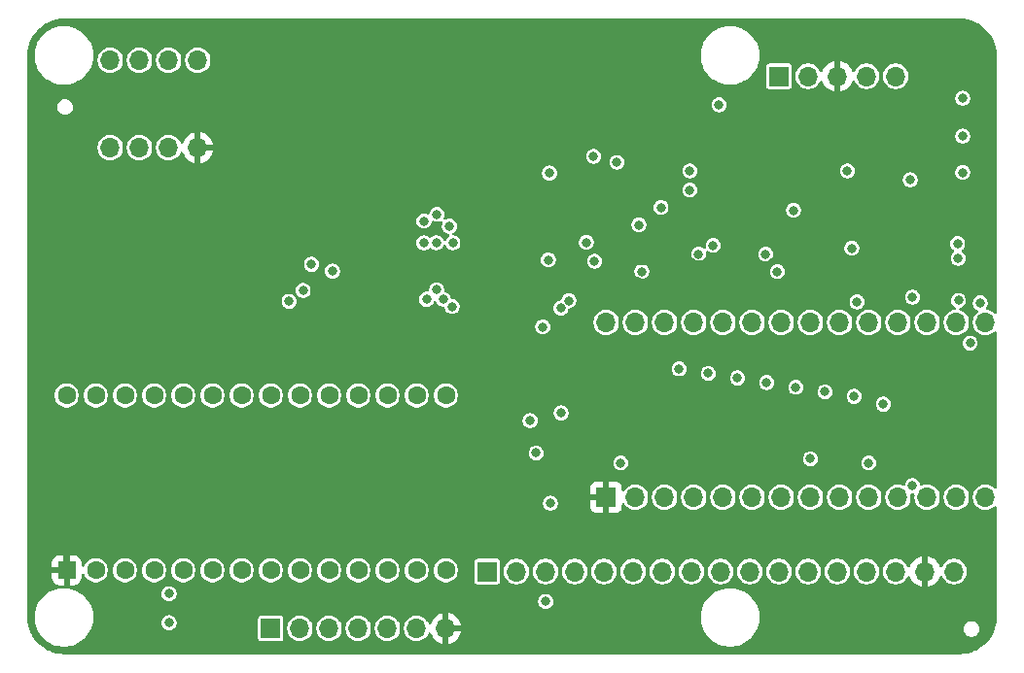
<source format=gbr>
%TF.GenerationSoftware,KiCad,Pcbnew,9.0.0*%
%TF.CreationDate,2025-03-24T16:34:57+00:00*%
%TF.ProjectId,SimplifiedInstallModule,53696d70-6c69-4666-9965-64496e737461,01*%
%TF.SameCoordinates,Original*%
%TF.FileFunction,Copper,L3,Inr*%
%TF.FilePolarity,Positive*%
%FSLAX46Y46*%
G04 Gerber Fmt 4.6, Leading zero omitted, Abs format (unit mm)*
G04 Created by KiCad (PCBNEW 9.0.0) date 2025-03-24 16:34:57*
%MOMM*%
%LPD*%
G01*
G04 APERTURE LIST*
G04 Aperture macros list*
%AMRoundRect*
0 Rectangle with rounded corners*
0 $1 Rounding radius*
0 $2 $3 $4 $5 $6 $7 $8 $9 X,Y pos of 4 corners*
0 Add a 4 corners polygon primitive as box body*
4,1,4,$2,$3,$4,$5,$6,$7,$8,$9,$2,$3,0*
0 Add four circle primitives for the rounded corners*
1,1,$1+$1,$2,$3*
1,1,$1+$1,$4,$5*
1,1,$1+$1,$6,$7*
1,1,$1+$1,$8,$9*
0 Add four rect primitives between the rounded corners*
20,1,$1+$1,$2,$3,$4,$5,0*
20,1,$1+$1,$4,$5,$6,$7,0*
20,1,$1+$1,$6,$7,$8,$9,0*
20,1,$1+$1,$8,$9,$2,$3,0*%
G04 Aperture macros list end*
%TA.AperFunction,ComponentPad*%
%ADD10RoundRect,0.250000X0.550000X-0.550000X0.550000X0.550000X-0.550000X0.550000X-0.550000X-0.550000X0*%
%TD*%
%TA.AperFunction,ComponentPad*%
%ADD11C,1.600000*%
%TD*%
%TA.AperFunction,ComponentPad*%
%ADD12R,1.700000X1.700000*%
%TD*%
%TA.AperFunction,ComponentPad*%
%ADD13O,1.700000X1.700000*%
%TD*%
%TA.AperFunction,ViaPad*%
%ADD14C,0.800000*%
%TD*%
%TA.AperFunction,Conductor*%
%ADD15C,0.500000*%
%TD*%
G04 APERTURE END LIST*
D10*
X101518861Y-113939621D03*
D11*
X104058861Y-113939621D03*
X106598861Y-113939621D03*
X109138861Y-113939621D03*
X111678861Y-113939621D03*
X114218861Y-113939621D03*
X116758861Y-113939621D03*
X119298861Y-113939621D03*
X121838861Y-113939621D03*
X124378861Y-113939621D03*
X126918861Y-113939621D03*
X129458861Y-113939621D03*
X131998861Y-113939621D03*
X134538861Y-113939621D03*
X134538861Y-98699621D03*
X131998861Y-98699621D03*
X129458861Y-98699621D03*
X126918861Y-98699621D03*
X124378861Y-98699621D03*
X121838861Y-98699621D03*
X119298861Y-98699621D03*
X116758861Y-98699621D03*
X114218861Y-98699621D03*
X111678861Y-98699621D03*
X109138861Y-98699621D03*
X106598861Y-98699621D03*
X104058861Y-98699621D03*
X101518861Y-98699621D03*
D12*
X119290857Y-119019621D03*
D13*
X121830857Y-119019621D03*
X124370857Y-119019621D03*
X126910857Y-119019621D03*
X129450857Y-119019621D03*
X131990857Y-119019621D03*
X134530857Y-119019621D03*
D12*
X148500857Y-107589621D03*
D13*
X151040857Y-107589621D03*
X153580857Y-107589621D03*
X156120857Y-107589621D03*
X158660857Y-107589621D03*
X161200857Y-107589621D03*
X163740857Y-107589621D03*
X166280857Y-107589621D03*
X168820857Y-107589621D03*
X171360857Y-107589621D03*
X173900857Y-107589621D03*
X176440857Y-107589621D03*
X178980857Y-107589621D03*
X181520857Y-107589621D03*
X112940857Y-69489621D03*
X110400857Y-69489621D03*
X107860857Y-69489621D03*
X105320857Y-69489621D03*
D12*
X138150857Y-114059621D03*
D13*
X140690857Y-114059621D03*
X143230857Y-114059621D03*
X145770857Y-114059621D03*
X148310857Y-114059621D03*
X150850857Y-114059621D03*
X153390857Y-114059621D03*
X155930857Y-114059621D03*
X158470857Y-114059621D03*
X161010857Y-114059621D03*
X163550857Y-114059621D03*
X166090857Y-114059621D03*
X168630857Y-114059621D03*
X171170857Y-114059621D03*
X173710857Y-114059621D03*
X176250857Y-114059621D03*
X178790857Y-114059621D03*
X105320857Y-77109621D03*
X107860857Y-77109621D03*
X110400857Y-77109621D03*
X112940857Y-77109621D03*
X181520857Y-92349621D03*
X178980857Y-92349621D03*
X176440857Y-92349621D03*
X173900857Y-92349621D03*
X171360857Y-92349621D03*
X168820857Y-92349621D03*
X166280857Y-92349621D03*
X163740857Y-92349621D03*
X161200857Y-92349621D03*
X158660857Y-92349621D03*
X156120857Y-92349621D03*
X153580857Y-92349621D03*
X151040857Y-92349621D03*
X148500857Y-92349621D03*
D12*
X163550857Y-70879621D03*
D13*
X166090857Y-70879621D03*
X168630857Y-70879621D03*
X171170857Y-70879621D03*
X173710857Y-70879621D03*
D14*
X169499857Y-77483621D03*
X151973857Y-82436621D03*
X148281857Y-79336610D03*
X152989857Y-76086621D03*
X144813857Y-77737621D03*
X173589857Y-85865621D03*
X177710857Y-101366621D03*
X140823857Y-82690621D03*
X161244857Y-75324621D03*
X167360857Y-86881621D03*
X151268217Y-88790433D03*
X160355857Y-87048621D03*
X155930778Y-87097621D03*
X149834857Y-87135621D03*
X171938857Y-86881621D03*
X109384857Y-119019621D03*
X181520857Y-101366621D03*
X117766857Y-79649621D03*
X179151532Y-82498332D03*
X177710857Y-95524621D03*
X142601857Y-85738621D03*
X162678463Y-88697621D03*
X179086857Y-85456751D03*
X179148857Y-86754621D03*
X157815857Y-85611621D03*
X151592857Y-87897621D03*
X163403857Y-87897621D03*
X143567857Y-79314622D03*
X169880857Y-85865621D03*
X175170857Y-90141621D03*
X158323857Y-73368821D03*
X164800857Y-82563621D03*
X155783857Y-79134621D03*
X149433857Y-78372621D03*
X151338857Y-83833621D03*
X162387857Y-86373621D03*
X156545857Y-86373621D03*
X147491357Y-87008621D03*
X174960857Y-79896621D03*
X169499857Y-79134621D03*
X143450857Y-86881621D03*
X142976857Y-92723621D03*
X142404857Y-103726621D03*
X171360857Y-104578621D03*
X149770857Y-104578621D03*
X141876857Y-100898621D03*
X172630857Y-99461621D03*
X170090857Y-98786621D03*
X167550857Y-98385621D03*
X165010857Y-97984621D03*
X162470857Y-97583621D03*
X159930857Y-97182621D03*
X157390857Y-96781621D03*
X154850857Y-96380621D03*
X122837857Y-87269621D03*
X135077857Y-90952621D03*
X132857395Y-90317621D03*
X122112857Y-89553621D03*
X133731787Y-89496902D03*
X120886559Y-90499919D03*
X134308395Y-90313925D03*
X124661857Y-87867621D03*
X133697857Y-85397621D03*
X133768857Y-82921901D03*
X134851156Y-83947621D03*
X135147857Y-85397621D03*
X132625857Y-83496621D03*
X132625857Y-85397621D03*
X179532857Y-76086621D03*
X166280857Y-104227621D03*
X179532857Y-72784621D03*
X181056857Y-90634621D03*
X180176655Y-94140419D03*
X144554487Y-91092337D03*
X144567857Y-100223621D03*
X147401857Y-77864621D03*
X179532857Y-79261621D03*
X146766857Y-85357621D03*
X179160204Y-90419968D03*
X175170857Y-106573621D03*
X155783857Y-80785621D03*
X143644093Y-108090621D03*
X145242857Y-90437621D03*
X110434857Y-115990621D03*
X110434857Y-118523621D03*
X153269857Y-82309621D03*
X170336063Y-90548621D03*
X143230857Y-116669671D03*
D15*
X162328429Y-88347587D02*
X162678463Y-88697621D01*
X101510857Y-113939621D02*
X101510857Y-112542621D01*
X144813857Y-77737621D02*
X144813857Y-79336610D01*
X142601857Y-85738621D02*
X142601857Y-82690621D01*
X160873071Y-87565835D02*
X162328429Y-87565835D01*
X140823857Y-82690621D02*
X142601857Y-82690621D01*
X149834857Y-87135621D02*
X149834857Y-88151621D01*
X148281857Y-79336610D02*
X148281857Y-77899621D01*
X135834857Y-115209621D02*
X134530857Y-116513621D01*
X144813857Y-79336610D02*
X144813857Y-82383621D01*
X151924643Y-87096621D02*
X149873857Y-87096621D01*
X171938857Y-86881621D02*
X167360857Y-86881621D01*
X168630857Y-74689621D02*
X169499857Y-75558621D01*
X172006357Y-86814121D02*
X172192857Y-86627621D01*
X150473669Y-88790433D02*
X151268217Y-88790433D01*
X173589857Y-82498332D02*
X173589857Y-85865621D01*
X168630857Y-70879621D02*
X168630857Y-74689621D01*
X163012643Y-86881621D02*
X162328429Y-87565835D01*
X142601857Y-82690621D02*
X144506857Y-82690621D01*
X151973857Y-82436621D02*
X151973857Y-77483621D01*
X148281857Y-79336610D02*
X144813857Y-79336610D01*
X160229857Y-87174621D02*
X156007778Y-87174621D01*
X155930778Y-87097621D02*
X151925643Y-87097621D01*
X173589857Y-86627621D02*
X172192857Y-86627621D01*
X169499857Y-75558621D02*
X169499857Y-77483621D01*
X144506857Y-82690621D02*
X144813857Y-82383621D01*
X167360857Y-86881621D02*
X163012643Y-86881621D01*
X148697857Y-77483621D02*
X151973857Y-77483621D01*
X101510857Y-112542621D02*
X101637857Y-112415621D01*
X135072857Y-112415621D02*
X135834857Y-113177621D01*
X160873071Y-87565835D02*
X160355857Y-87048621D01*
X162328429Y-87565835D02*
X162328429Y-88347587D01*
X172192857Y-86627621D02*
X171938857Y-86881621D01*
X173589857Y-86627621D02*
X176230857Y-86627621D01*
X160355857Y-87048621D02*
X160229857Y-87174621D01*
X176230857Y-86627621D02*
X176725857Y-87122621D01*
X101637857Y-112415621D02*
X135072857Y-112415621D01*
X169499857Y-77483621D02*
X173182857Y-77483621D01*
X151925643Y-87097621D02*
X151924643Y-87096621D01*
X173589857Y-85865621D02*
X173589857Y-86627621D01*
X134530857Y-116513621D02*
X134530857Y-119019621D01*
X173589857Y-77890621D02*
X173589857Y-82498332D01*
X151973857Y-77483621D02*
X169499857Y-77483621D01*
X179151532Y-82498332D02*
X173589857Y-82498332D01*
X173589857Y-77890621D02*
X173182857Y-77483621D01*
X149834857Y-88151621D02*
X150473669Y-88790433D01*
X135834857Y-113177621D02*
X135834857Y-115209621D01*
X156007778Y-87174621D02*
X155930778Y-87097621D01*
X148281857Y-77899621D02*
X148697857Y-77483621D01*
X149873857Y-87096621D02*
X149834857Y-87135621D01*
%TA.AperFunction,Conductor*%
G36*
X179243266Y-65860122D02*
G01*
X179287572Y-65860121D01*
X179294162Y-65860293D01*
X179618704Y-65877298D01*
X179631815Y-65878675D01*
X179949561Y-65928998D01*
X179962453Y-65931739D01*
X180273201Y-66015000D01*
X180285724Y-66019069D01*
X180586062Y-66134355D01*
X180598104Y-66139717D01*
X180884741Y-66285764D01*
X180896151Y-66292350D01*
X181165967Y-66467569D01*
X181176625Y-66475313D01*
X181426629Y-66677762D01*
X181436430Y-66686586D01*
X181663905Y-66914059D01*
X181672722Y-66923851D01*
X181875181Y-67173866D01*
X181882924Y-67184524D01*
X182058131Y-67454318D01*
X182064726Y-67465740D01*
X182210775Y-67752378D01*
X182216139Y-67764427D01*
X182331419Y-68064744D01*
X182335495Y-68077287D01*
X182418756Y-68388024D01*
X182421498Y-68400925D01*
X182471821Y-68718662D01*
X182473199Y-68731779D01*
X182490183Y-69055896D01*
X182490356Y-69062487D01*
X182490356Y-69086440D01*
X182490356Y-69107214D01*
X182490356Y-69107216D01*
X182490357Y-69117369D01*
X182490357Y-91452932D01*
X182470355Y-91521053D01*
X182416699Y-91567546D01*
X182346425Y-91577650D01*
X182281845Y-91548156D01*
X182275262Y-91542027D01*
X182240392Y-91507157D01*
X182099744Y-91404970D01*
X182099743Y-91404969D01*
X182099741Y-91404968D01*
X181944838Y-91326041D01*
X181944835Y-91326040D01*
X181944833Y-91326039D01*
X181779499Y-91272319D01*
X181779497Y-91272318D01*
X181779495Y-91272318D01*
X181646931Y-91251321D01*
X181582779Y-91220909D01*
X181545252Y-91160641D01*
X181546266Y-91089651D01*
X181561878Y-91056870D01*
X181565234Y-91051846D01*
X181565240Y-91051841D01*
X181636868Y-90944643D01*
X181686205Y-90825532D01*
X181711357Y-90699084D01*
X181711357Y-90570158D01*
X181686205Y-90443710D01*
X181636868Y-90324599D01*
X181565240Y-90217401D01*
X181565235Y-90217395D01*
X181474082Y-90126242D01*
X181474076Y-90126237D01*
X181433444Y-90099088D01*
X181366879Y-90054610D01*
X181247768Y-90005273D01*
X181235044Y-90002742D01*
X181121322Y-89980121D01*
X181121320Y-89980121D01*
X180992394Y-89980121D01*
X180992391Y-89980121D01*
X180865945Y-90005273D01*
X180865940Y-90005275D01*
X180746835Y-90054610D01*
X180639637Y-90126237D01*
X180639631Y-90126242D01*
X180548478Y-90217395D01*
X180548473Y-90217401D01*
X180476846Y-90324599D01*
X180427511Y-90443704D01*
X180427509Y-90443709D01*
X180402357Y-90570155D01*
X180402357Y-90699086D01*
X180427509Y-90825532D01*
X180427511Y-90825537D01*
X180432337Y-90837187D01*
X180476846Y-90944643D01*
X180506102Y-90988427D01*
X180548473Y-91051840D01*
X180548478Y-91051846D01*
X180639631Y-91142999D01*
X180639637Y-91143004D01*
X180746835Y-91214632D01*
X180830105Y-91249123D01*
X180885386Y-91293671D01*
X180907807Y-91361034D01*
X180890249Y-91429826D01*
X180855950Y-91467467D01*
X180801318Y-91507160D01*
X180678393Y-91630085D01*
X180576206Y-91770733D01*
X180497278Y-91925638D01*
X180497275Y-91925644D01*
X180443555Y-92090978D01*
X180443554Y-92090981D01*
X180443554Y-92090983D01*
X180416357Y-92262695D01*
X180416357Y-92436547D01*
X180443554Y-92608259D01*
X180497277Y-92773602D01*
X180569087Y-92914537D01*
X180576206Y-92928508D01*
X180678393Y-93069156D01*
X180801321Y-93192084D01*
X180801324Y-93192086D01*
X180941973Y-93294274D01*
X181096876Y-93373201D01*
X181262219Y-93426924D01*
X181433931Y-93454121D01*
X181433934Y-93454121D01*
X181607780Y-93454121D01*
X181607783Y-93454121D01*
X181779495Y-93426924D01*
X181944838Y-93373201D01*
X182099741Y-93294274D01*
X182240390Y-93192086D01*
X182240395Y-93192081D01*
X182275262Y-93157215D01*
X182337574Y-93123189D01*
X182408389Y-93128254D01*
X182465225Y-93170801D01*
X182490036Y-93237321D01*
X182490357Y-93246310D01*
X182490357Y-106692932D01*
X182470355Y-106761053D01*
X182416699Y-106807546D01*
X182346425Y-106817650D01*
X182281845Y-106788156D01*
X182275262Y-106782027D01*
X182240392Y-106747157D01*
X182099744Y-106644970D01*
X182099743Y-106644969D01*
X182099741Y-106644968D01*
X181944838Y-106566041D01*
X181944835Y-106566040D01*
X181944833Y-106566039D01*
X181779499Y-106512319D01*
X181779497Y-106512318D01*
X181779495Y-106512318D01*
X181607783Y-106485121D01*
X181433931Y-106485121D01*
X181262219Y-106512318D01*
X181262217Y-106512318D01*
X181262214Y-106512319D01*
X181096880Y-106566039D01*
X181096874Y-106566042D01*
X180941969Y-106644970D01*
X180801321Y-106747157D01*
X180678393Y-106870085D01*
X180576206Y-107010733D01*
X180497278Y-107165638D01*
X180497275Y-107165644D01*
X180443555Y-107330978D01*
X180443554Y-107330981D01*
X180443554Y-107330983D01*
X180416357Y-107502695D01*
X180416357Y-107676547D01*
X180443554Y-107848259D01*
X180497277Y-108013602D01*
X180576203Y-108168503D01*
X180576206Y-108168508D01*
X180678393Y-108309156D01*
X180801321Y-108432084D01*
X180801324Y-108432086D01*
X180941973Y-108534274D01*
X181096876Y-108613201D01*
X181262219Y-108666924D01*
X181433931Y-108694121D01*
X181433934Y-108694121D01*
X181607780Y-108694121D01*
X181607783Y-108694121D01*
X181779495Y-108666924D01*
X181944838Y-108613201D01*
X182099741Y-108534274D01*
X182240390Y-108432086D01*
X182240395Y-108432081D01*
X182275262Y-108397215D01*
X182337574Y-108363189D01*
X182408389Y-108368254D01*
X182465225Y-108410801D01*
X182490036Y-108477321D01*
X182490357Y-108486310D01*
X182490357Y-118056324D01*
X182490184Y-118062919D01*
X182473173Y-118387459D01*
X182471795Y-118400575D01*
X182421470Y-118718310D01*
X182418728Y-118731210D01*
X182335465Y-119041950D01*
X182331389Y-119054493D01*
X182216109Y-119354807D01*
X182210745Y-119366856D01*
X182064697Y-119653492D01*
X182058102Y-119664914D01*
X181882897Y-119934706D01*
X181875146Y-119945375D01*
X181672698Y-120195380D01*
X181663873Y-120205181D01*
X181436405Y-120432652D01*
X181426604Y-120441477D01*
X181176600Y-120643927D01*
X181165930Y-120651679D01*
X180896140Y-120826886D01*
X180884719Y-120833480D01*
X180598096Y-120979526D01*
X180586048Y-120984891D01*
X180285712Y-121100183D01*
X180273169Y-121104258D01*
X179962443Y-121187521D01*
X179949543Y-121190263D01*
X179631815Y-121240591D01*
X179618698Y-121241970D01*
X179294839Y-121258948D01*
X179288243Y-121259121D01*
X101294157Y-121259121D01*
X101287561Y-121258948D01*
X100963673Y-121241970D01*
X100963023Y-121241935D01*
X100949908Y-121240557D01*
X100632164Y-121190227D01*
X100619264Y-121187485D01*
X100308553Y-121104228D01*
X100296009Y-121100153D01*
X99995678Y-120984863D01*
X99983631Y-120979499D01*
X99697002Y-120833453D01*
X99685580Y-120826858D01*
X99415796Y-120651655D01*
X99405126Y-120643903D01*
X99155125Y-120441454D01*
X99145324Y-120432629D01*
X98917857Y-120205161D01*
X98909033Y-120195360D01*
X98706584Y-119945356D01*
X98698840Y-119934698D01*
X98523624Y-119664889D01*
X98517036Y-119653479D01*
X98489025Y-119598505D01*
X98370990Y-119366847D01*
X98365627Y-119354800D01*
X98328066Y-119256952D01*
X98269212Y-119103631D01*
X98250344Y-119054479D01*
X98246268Y-119041936D01*
X98244994Y-119037181D01*
X98163003Y-118731189D01*
X98160266Y-118718310D01*
X98109939Y-118400570D01*
X98108562Y-118387456D01*
X98091530Y-118062497D01*
X98091357Y-118055902D01*
X98091357Y-117916365D01*
X98740400Y-117916365D01*
X98740400Y-118202834D01*
X98772474Y-118487502D01*
X98804629Y-118628382D01*
X98836218Y-118766782D01*
X98836220Y-118766788D01*
X98836219Y-118766788D01*
X98930825Y-119037154D01*
X98930829Y-119037166D01*
X98930832Y-119037172D01*
X98930834Y-119037176D01*
X98930836Y-119037181D01*
X99055126Y-119295272D01*
X99207534Y-119537827D01*
X99386145Y-119761798D01*
X99588701Y-119964354D01*
X99653229Y-120015813D01*
X99812673Y-120142966D01*
X99873338Y-120181084D01*
X100055227Y-120295373D01*
X100055230Y-120295374D01*
X100055231Y-120295375D01*
X100313328Y-120419668D01*
X100313344Y-120419673D01*
X100313345Y-120419674D01*
X100583711Y-120514280D01*
X100583714Y-120514280D01*
X100583718Y-120514282D01*
X100790439Y-120561464D01*
X100862997Y-120578025D01*
X100862998Y-120578025D01*
X100863002Y-120578026D01*
X101050760Y-120599181D01*
X101147665Y-120610100D01*
X101147667Y-120610100D01*
X101434135Y-120610100D01*
X101516944Y-120600769D01*
X101718798Y-120578026D01*
X101998082Y-120514282D01*
X102268472Y-120419668D01*
X102526569Y-120295375D01*
X102769127Y-120142966D01*
X102993095Y-119964357D01*
X103195657Y-119761795D01*
X103374266Y-119537827D01*
X103526675Y-119295269D01*
X103650968Y-119037172D01*
X103745582Y-118766782D01*
X103809326Y-118487498D01*
X103812519Y-118459155D01*
X109780357Y-118459155D01*
X109780357Y-118588086D01*
X109795412Y-118663771D01*
X109805509Y-118714532D01*
X109854846Y-118833643D01*
X109902706Y-118905270D01*
X109926473Y-118940840D01*
X109926478Y-118940846D01*
X110017631Y-119031999D01*
X110017637Y-119032004D01*
X110124835Y-119103632D01*
X110243946Y-119152969D01*
X110370394Y-119178121D01*
X110370395Y-119178121D01*
X110499319Y-119178121D01*
X110499320Y-119178121D01*
X110625768Y-119152969D01*
X110744879Y-119103632D01*
X110852077Y-119032004D01*
X110943240Y-118940841D01*
X111014868Y-118833643D01*
X111064205Y-118714532D01*
X111089357Y-118588084D01*
X111089357Y-118459158D01*
X111064205Y-118332710D01*
X111014868Y-118213599D01*
X110968731Y-118144551D01*
X118186357Y-118144551D01*
X118186357Y-119894684D01*
X118186358Y-119894694D01*
X118201122Y-119968921D01*
X118257373Y-120053105D01*
X118341554Y-120109354D01*
X118341556Y-120109355D01*
X118415790Y-120124121D01*
X120165923Y-120124120D01*
X120165926Y-120124119D01*
X120165930Y-120124119D01*
X120215183Y-120114322D01*
X120240158Y-120109355D01*
X120324341Y-120053105D01*
X120380591Y-119968922D01*
X120395357Y-119894688D01*
X120395356Y-118932695D01*
X120726357Y-118932695D01*
X120726357Y-119106547D01*
X120753554Y-119278259D01*
X120753555Y-119278263D01*
X120807226Y-119443447D01*
X120807277Y-119443602D01*
X120886204Y-119598505D01*
X120886206Y-119598508D01*
X120988393Y-119739156D01*
X121111321Y-119862084D01*
X121156199Y-119894690D01*
X121251973Y-119964274D01*
X121406876Y-120043201D01*
X121572219Y-120096924D01*
X121743931Y-120124121D01*
X121743934Y-120124121D01*
X121917780Y-120124121D01*
X121917783Y-120124121D01*
X122089495Y-120096924D01*
X122254838Y-120043201D01*
X122409741Y-119964274D01*
X122550390Y-119862086D01*
X122673322Y-119739154D01*
X122775510Y-119598505D01*
X122854437Y-119443602D01*
X122908160Y-119278259D01*
X122935357Y-119106547D01*
X122935357Y-118932695D01*
X123266357Y-118932695D01*
X123266357Y-119106547D01*
X123293554Y-119278259D01*
X123293555Y-119278263D01*
X123347226Y-119443447D01*
X123347277Y-119443602D01*
X123426204Y-119598505D01*
X123426206Y-119598508D01*
X123528393Y-119739156D01*
X123651321Y-119862084D01*
X123696199Y-119894690D01*
X123791973Y-119964274D01*
X123946876Y-120043201D01*
X124112219Y-120096924D01*
X124283931Y-120124121D01*
X124283934Y-120124121D01*
X124457780Y-120124121D01*
X124457783Y-120124121D01*
X124629495Y-120096924D01*
X124794838Y-120043201D01*
X124949741Y-119964274D01*
X125090390Y-119862086D01*
X125213322Y-119739154D01*
X125315510Y-119598505D01*
X125394437Y-119443602D01*
X125448160Y-119278259D01*
X125475357Y-119106547D01*
X125475357Y-118932695D01*
X125806357Y-118932695D01*
X125806357Y-119106547D01*
X125833554Y-119278259D01*
X125833555Y-119278263D01*
X125887226Y-119443447D01*
X125887277Y-119443602D01*
X125966204Y-119598505D01*
X125966206Y-119598508D01*
X126068393Y-119739156D01*
X126191321Y-119862084D01*
X126236199Y-119894690D01*
X126331973Y-119964274D01*
X126486876Y-120043201D01*
X126652219Y-120096924D01*
X126823931Y-120124121D01*
X126823934Y-120124121D01*
X126997780Y-120124121D01*
X126997783Y-120124121D01*
X127169495Y-120096924D01*
X127334838Y-120043201D01*
X127489741Y-119964274D01*
X127630390Y-119862086D01*
X127753322Y-119739154D01*
X127855510Y-119598505D01*
X127934437Y-119443602D01*
X127988160Y-119278259D01*
X128015357Y-119106547D01*
X128015357Y-118932695D01*
X128346357Y-118932695D01*
X128346357Y-119106547D01*
X128373554Y-119278259D01*
X128373555Y-119278263D01*
X128427226Y-119443447D01*
X128427277Y-119443602D01*
X128506204Y-119598505D01*
X128506206Y-119598508D01*
X128608393Y-119739156D01*
X128731321Y-119862084D01*
X128776199Y-119894690D01*
X128871973Y-119964274D01*
X129026876Y-120043201D01*
X129192219Y-120096924D01*
X129363931Y-120124121D01*
X129363934Y-120124121D01*
X129537780Y-120124121D01*
X129537783Y-120124121D01*
X129709495Y-120096924D01*
X129874838Y-120043201D01*
X130029741Y-119964274D01*
X130170390Y-119862086D01*
X130293322Y-119739154D01*
X130395510Y-119598505D01*
X130474437Y-119443602D01*
X130528160Y-119278259D01*
X130555357Y-119106547D01*
X130555357Y-118932695D01*
X130886357Y-118932695D01*
X130886357Y-119106547D01*
X130913554Y-119278259D01*
X130913555Y-119278263D01*
X130967226Y-119443447D01*
X130967277Y-119443602D01*
X131046204Y-119598505D01*
X131046206Y-119598508D01*
X131148393Y-119739156D01*
X131271321Y-119862084D01*
X131316199Y-119894690D01*
X131411973Y-119964274D01*
X131566876Y-120043201D01*
X131732219Y-120096924D01*
X131903931Y-120124121D01*
X131903934Y-120124121D01*
X132077780Y-120124121D01*
X132077783Y-120124121D01*
X132249495Y-120096924D01*
X132414838Y-120043201D01*
X132569741Y-119964274D01*
X132710390Y-119862086D01*
X132833322Y-119739154D01*
X132935510Y-119598505D01*
X133014437Y-119443602D01*
X133014438Y-119443596D01*
X133014515Y-119443447D01*
X133063263Y-119391831D01*
X133132178Y-119374765D01*
X133199379Y-119397665D01*
X133243532Y-119453263D01*
X133246615Y-119461712D01*
X133272349Y-119540910D01*
X133272350Y-119540913D01*
X133369393Y-119731371D01*
X133495034Y-119904300D01*
X133646177Y-120055443D01*
X133819106Y-120181084D01*
X134009564Y-120278127D01*
X134009570Y-120278130D01*
X134212855Y-120344181D01*
X134276857Y-120354317D01*
X134276857Y-119450323D01*
X134337864Y-119485546D01*
X134465031Y-119519621D01*
X134596683Y-119519621D01*
X134723850Y-119485546D01*
X134784857Y-119450323D01*
X134784857Y-120354317D01*
X134848858Y-120344181D01*
X135052143Y-120278130D01*
X135052149Y-120278127D01*
X135242607Y-120181084D01*
X135415536Y-120055443D01*
X135566679Y-119904300D01*
X135692320Y-119731371D01*
X135789363Y-119540913D01*
X135789366Y-119540907D01*
X135855416Y-119337625D01*
X135865555Y-119273621D01*
X134961560Y-119273621D01*
X134996782Y-119212614D01*
X135030857Y-119085447D01*
X135030857Y-118953795D01*
X134996782Y-118826628D01*
X134961560Y-118765621D01*
X135865554Y-118765621D01*
X135855416Y-118701616D01*
X135789366Y-118498334D01*
X135789363Y-118498328D01*
X135692320Y-118307870D01*
X135566679Y-118134941D01*
X135415536Y-117983798D01*
X135322752Y-117916386D01*
X156740357Y-117916386D01*
X156740357Y-118202855D01*
X156772431Y-118487523D01*
X156802559Y-118619522D01*
X156836175Y-118766803D01*
X156836177Y-118766809D01*
X156836176Y-118766809D01*
X156930782Y-119037175D01*
X156930793Y-119037202D01*
X157055083Y-119295293D01*
X157207491Y-119537848D01*
X157386102Y-119761819D01*
X157588658Y-119964375D01*
X157588662Y-119964378D01*
X157812630Y-120142987D01*
X157873261Y-120181084D01*
X158055184Y-120295394D01*
X158055187Y-120295395D01*
X158055188Y-120295396D01*
X158313285Y-120419689D01*
X158313301Y-120419694D01*
X158313302Y-120419695D01*
X158583668Y-120514301D01*
X158583671Y-120514301D01*
X158583675Y-120514303D01*
X158790396Y-120561485D01*
X158862954Y-120578046D01*
X158862955Y-120578046D01*
X158862959Y-120578047D01*
X159050717Y-120599202D01*
X159147622Y-120610121D01*
X159147624Y-120610121D01*
X159434092Y-120610121D01*
X159516901Y-120600790D01*
X159718755Y-120578047D01*
X159998039Y-120514303D01*
X160268429Y-120419689D01*
X160526526Y-120295396D01*
X160769084Y-120142987D01*
X160993052Y-119964378D01*
X161195614Y-119761816D01*
X161374223Y-119537848D01*
X161526632Y-119295290D01*
X161650925Y-119037193D01*
X161666393Y-118992988D01*
X179614400Y-118992988D01*
X179614400Y-119126253D01*
X179640398Y-119256949D01*
X179640399Y-119256952D01*
X179675427Y-119341517D01*
X179691394Y-119380064D01*
X179765428Y-119490864D01*
X179859657Y-119585093D01*
X179970457Y-119659127D01*
X180093572Y-119710123D01*
X180224271Y-119736121D01*
X180357529Y-119736121D01*
X180488228Y-119710123D01*
X180611343Y-119659127D01*
X180722143Y-119585093D01*
X180816372Y-119490864D01*
X180890406Y-119380064D01*
X180941402Y-119256949D01*
X180967400Y-119126250D01*
X180967400Y-118992992D01*
X180941402Y-118862293D01*
X180890406Y-118739178D01*
X180816372Y-118628378D01*
X180722143Y-118534149D01*
X180611343Y-118460115D01*
X180609025Y-118459155D01*
X180488231Y-118409120D01*
X180488228Y-118409119D01*
X180357532Y-118383121D01*
X180357529Y-118383121D01*
X180224271Y-118383121D01*
X180224267Y-118383121D01*
X180093571Y-118409119D01*
X180093568Y-118409120D01*
X179970456Y-118460115D01*
X179859661Y-118534146D01*
X179859654Y-118534151D01*
X179765430Y-118628375D01*
X179765425Y-118628382D01*
X179691394Y-118739177D01*
X179640399Y-118862289D01*
X179640398Y-118862292D01*
X179614400Y-118992988D01*
X161666393Y-118992988D01*
X161669477Y-118984176D01*
X161683120Y-118945187D01*
X161745537Y-118766809D01*
X161745537Y-118766808D01*
X161745539Y-118766803D01*
X161809283Y-118487519D01*
X161841357Y-118202854D01*
X161841357Y-117916388D01*
X161841354Y-117916365D01*
X161823862Y-117761114D01*
X161809283Y-117631723D01*
X161745539Y-117352439D01*
X161745529Y-117352411D01*
X161650931Y-117082066D01*
X161650930Y-117082065D01*
X161650925Y-117082049D01*
X161526632Y-116823952D01*
X161526631Y-116823951D01*
X161526630Y-116823948D01*
X161414265Y-116645121D01*
X161374223Y-116581394D01*
X161195614Y-116357426D01*
X161195611Y-116357422D01*
X160993055Y-116154866D01*
X160769084Y-115976255D01*
X160526529Y-115823847D01*
X160268438Y-115699557D01*
X160268433Y-115699555D01*
X160268429Y-115699553D01*
X160268423Y-115699550D01*
X160268411Y-115699546D01*
X159998045Y-115604940D01*
X159718759Y-115541195D01*
X159434092Y-115509121D01*
X159434090Y-115509121D01*
X159147624Y-115509121D01*
X159147622Y-115509121D01*
X158862954Y-115541195D01*
X158583668Y-115604940D01*
X158313302Y-115699546D01*
X158313275Y-115699557D01*
X158055184Y-115823847D01*
X157812629Y-115976255D01*
X157588658Y-116154866D01*
X157386102Y-116357422D01*
X157207491Y-116581393D01*
X157055083Y-116823948D01*
X156930793Y-117082039D01*
X156930782Y-117082066D01*
X156836176Y-117352432D01*
X156772431Y-117631718D01*
X156740357Y-117916386D01*
X135322752Y-117916386D01*
X135242607Y-117858157D01*
X135052149Y-117761114D01*
X135052143Y-117761111D01*
X134848861Y-117695061D01*
X134784857Y-117684923D01*
X134784857Y-118588918D01*
X134723850Y-118553696D01*
X134596683Y-118519621D01*
X134465031Y-118519621D01*
X134337864Y-118553696D01*
X134276857Y-118588918D01*
X134276857Y-117684923D01*
X134212852Y-117695061D01*
X134009570Y-117761111D01*
X134009564Y-117761114D01*
X133819106Y-117858157D01*
X133646177Y-117983798D01*
X133495034Y-118134941D01*
X133369393Y-118307870D01*
X133272350Y-118498328D01*
X133246615Y-118577530D01*
X133206540Y-118636135D01*
X133141143Y-118663771D01*
X133071187Y-118651663D01*
X133018881Y-118603657D01*
X133014515Y-118595795D01*
X133014438Y-118595644D01*
X133014437Y-118595640D01*
X132935510Y-118440737D01*
X132893649Y-118383121D01*
X132833320Y-118300085D01*
X132710392Y-118177157D01*
X132569744Y-118074970D01*
X132569743Y-118074969D01*
X132569741Y-118074968D01*
X132414838Y-117996041D01*
X132414835Y-117996040D01*
X132414833Y-117996039D01*
X132249499Y-117942319D01*
X132249497Y-117942318D01*
X132249495Y-117942318D01*
X132077783Y-117915121D01*
X131903931Y-117915121D01*
X131732219Y-117942318D01*
X131732217Y-117942318D01*
X131732214Y-117942319D01*
X131566880Y-117996039D01*
X131566874Y-117996042D01*
X131411969Y-118074970D01*
X131271321Y-118177157D01*
X131148393Y-118300085D01*
X131046206Y-118440733D01*
X130967278Y-118595638D01*
X130967275Y-118595644D01*
X130913555Y-118760978D01*
X130913554Y-118760981D01*
X130913554Y-118760983D01*
X130886357Y-118932695D01*
X130555357Y-118932695D01*
X130528160Y-118760983D01*
X130474437Y-118595640D01*
X130395510Y-118440737D01*
X130353649Y-118383121D01*
X130293320Y-118300085D01*
X130170392Y-118177157D01*
X130029744Y-118074970D01*
X130029743Y-118074969D01*
X130029741Y-118074968D01*
X129874838Y-117996041D01*
X129874835Y-117996040D01*
X129874833Y-117996039D01*
X129709499Y-117942319D01*
X129709497Y-117942318D01*
X129709495Y-117942318D01*
X129537783Y-117915121D01*
X129363931Y-117915121D01*
X129192219Y-117942318D01*
X129192217Y-117942318D01*
X129192214Y-117942319D01*
X129026880Y-117996039D01*
X129026874Y-117996042D01*
X128871969Y-118074970D01*
X128731321Y-118177157D01*
X128608393Y-118300085D01*
X128506206Y-118440733D01*
X128427278Y-118595638D01*
X128427275Y-118595644D01*
X128373555Y-118760978D01*
X128373554Y-118760981D01*
X128373554Y-118760983D01*
X128346357Y-118932695D01*
X128015357Y-118932695D01*
X127988160Y-118760983D01*
X127934437Y-118595640D01*
X127855510Y-118440737D01*
X127813649Y-118383121D01*
X127753320Y-118300085D01*
X127630392Y-118177157D01*
X127489744Y-118074970D01*
X127489743Y-118074969D01*
X127489741Y-118074968D01*
X127334838Y-117996041D01*
X127334835Y-117996040D01*
X127334833Y-117996039D01*
X127169499Y-117942319D01*
X127169497Y-117942318D01*
X127169495Y-117942318D01*
X126997783Y-117915121D01*
X126823931Y-117915121D01*
X126652219Y-117942318D01*
X126652217Y-117942318D01*
X126652214Y-117942319D01*
X126486880Y-117996039D01*
X126486874Y-117996042D01*
X126331969Y-118074970D01*
X126191321Y-118177157D01*
X126068393Y-118300085D01*
X125966206Y-118440733D01*
X125887278Y-118595638D01*
X125887275Y-118595644D01*
X125833555Y-118760978D01*
X125833554Y-118760981D01*
X125833554Y-118760983D01*
X125806357Y-118932695D01*
X125475357Y-118932695D01*
X125448160Y-118760983D01*
X125394437Y-118595640D01*
X125315510Y-118440737D01*
X125273649Y-118383121D01*
X125213320Y-118300085D01*
X125090392Y-118177157D01*
X124949744Y-118074970D01*
X124949743Y-118074969D01*
X124949741Y-118074968D01*
X124794838Y-117996041D01*
X124794835Y-117996040D01*
X124794833Y-117996039D01*
X124629499Y-117942319D01*
X124629497Y-117942318D01*
X124629495Y-117942318D01*
X124457783Y-117915121D01*
X124283931Y-117915121D01*
X124112219Y-117942318D01*
X124112217Y-117942318D01*
X124112214Y-117942319D01*
X123946880Y-117996039D01*
X123946874Y-117996042D01*
X123791969Y-118074970D01*
X123651321Y-118177157D01*
X123528393Y-118300085D01*
X123426206Y-118440733D01*
X123347278Y-118595638D01*
X123347275Y-118595644D01*
X123293555Y-118760978D01*
X123293554Y-118760981D01*
X123293554Y-118760983D01*
X123266357Y-118932695D01*
X122935357Y-118932695D01*
X122908160Y-118760983D01*
X122854437Y-118595640D01*
X122775510Y-118440737D01*
X122733649Y-118383121D01*
X122673320Y-118300085D01*
X122550392Y-118177157D01*
X122409744Y-118074970D01*
X122409743Y-118074969D01*
X122409741Y-118074968D01*
X122254838Y-117996041D01*
X122254835Y-117996040D01*
X122254833Y-117996039D01*
X122089499Y-117942319D01*
X122089497Y-117942318D01*
X122089495Y-117942318D01*
X121917783Y-117915121D01*
X121743931Y-117915121D01*
X121572219Y-117942318D01*
X121572217Y-117942318D01*
X121572214Y-117942319D01*
X121406880Y-117996039D01*
X121406874Y-117996042D01*
X121251969Y-118074970D01*
X121111321Y-118177157D01*
X120988393Y-118300085D01*
X120886206Y-118440733D01*
X120807278Y-118595638D01*
X120807275Y-118595644D01*
X120753555Y-118760978D01*
X120753554Y-118760981D01*
X120753554Y-118760983D01*
X120726357Y-118932695D01*
X120395356Y-118932695D01*
X120395356Y-118144555D01*
X120395355Y-118144551D01*
X120395355Y-118144547D01*
X120380591Y-118070320D01*
X120370957Y-118055902D01*
X120324341Y-117986137D01*
X120324340Y-117986136D01*
X120240159Y-117929887D01*
X120165924Y-117915121D01*
X118415793Y-117915121D01*
X118415783Y-117915122D01*
X118341556Y-117929886D01*
X118257372Y-117986137D01*
X118201123Y-118070318D01*
X118186357Y-118144551D01*
X110968731Y-118144551D01*
X110943240Y-118106401D01*
X110943235Y-118106395D01*
X110852082Y-118015242D01*
X110852076Y-118015237D01*
X110805024Y-117983798D01*
X110744879Y-117943610D01*
X110625768Y-117894273D01*
X110499322Y-117869121D01*
X110499320Y-117869121D01*
X110370394Y-117869121D01*
X110370391Y-117869121D01*
X110243945Y-117894273D01*
X110243940Y-117894275D01*
X110124835Y-117943610D01*
X110017637Y-118015237D01*
X110017631Y-118015242D01*
X109926478Y-118106395D01*
X109926473Y-118106401D01*
X109854846Y-118213599D01*
X109805511Y-118332704D01*
X109805509Y-118332709D01*
X109780357Y-118459155D01*
X103812519Y-118459155D01*
X103841400Y-118202833D01*
X103841400Y-117916367D01*
X103809326Y-117631702D01*
X103745582Y-117352418D01*
X103726896Y-117299018D01*
X103650974Y-117082045D01*
X103650972Y-117082039D01*
X103650968Y-117082028D01*
X103526675Y-116823931D01*
X103526674Y-116823930D01*
X103526673Y-116823927D01*
X103398517Y-116619968D01*
X103374266Y-116581373D01*
X103282087Y-116465784D01*
X103195654Y-116357401D01*
X102993098Y-116154845D01*
X102868004Y-116055086D01*
X102769127Y-115976234D01*
X102689433Y-115926159D01*
X102689427Y-115926155D01*
X109780357Y-115926155D01*
X109780357Y-116055086D01*
X109800200Y-116154843D01*
X109805509Y-116181532D01*
X109854846Y-116300643D01*
X109894273Y-116359649D01*
X109926473Y-116407840D01*
X109926478Y-116407846D01*
X110017631Y-116498999D01*
X110017635Y-116499002D01*
X110017637Y-116499004D01*
X110124835Y-116570632D01*
X110243946Y-116619969D01*
X110370394Y-116645121D01*
X110370395Y-116645121D01*
X110499319Y-116645121D01*
X110499320Y-116645121D01*
X110625768Y-116619969D01*
X110661412Y-116605205D01*
X142576357Y-116605205D01*
X142576357Y-116605208D01*
X142576357Y-116734134D01*
X142601509Y-116860582D01*
X142650846Y-116979693D01*
X142698706Y-117051320D01*
X142722473Y-117086890D01*
X142722478Y-117086896D01*
X142813631Y-117178049D01*
X142813637Y-117178054D01*
X142920835Y-117249682D01*
X143039946Y-117299019D01*
X143166394Y-117324171D01*
X143166395Y-117324171D01*
X143295319Y-117324171D01*
X143295320Y-117324171D01*
X143421768Y-117299019D01*
X143540879Y-117249682D01*
X143648077Y-117178054D01*
X143739240Y-117086891D01*
X143810868Y-116979693D01*
X143860205Y-116860582D01*
X143885357Y-116734134D01*
X143885357Y-116605208D01*
X143860205Y-116478760D01*
X143810868Y-116359649D01*
X143739240Y-116252451D01*
X143739235Y-116252445D01*
X143648082Y-116161292D01*
X143648076Y-116161287D01*
X143612506Y-116137520D01*
X143540879Y-116089660D01*
X143421768Y-116040323D01*
X143295322Y-116015171D01*
X143295320Y-116015171D01*
X143166394Y-116015171D01*
X143166391Y-116015171D01*
X143039945Y-116040323D01*
X143039940Y-116040325D01*
X142920835Y-116089660D01*
X142813637Y-116161287D01*
X142813631Y-116161292D01*
X142722478Y-116252445D01*
X142722473Y-116252451D01*
X142650846Y-116359649D01*
X142601511Y-116478754D01*
X142601509Y-116478759D01*
X142576357Y-116605205D01*
X110661412Y-116605205D01*
X110744879Y-116570632D01*
X110852077Y-116499004D01*
X110943240Y-116407841D01*
X111014868Y-116300643D01*
X111064205Y-116181532D01*
X111089357Y-116055084D01*
X111089357Y-115926158D01*
X111064205Y-115799710D01*
X111014868Y-115680599D01*
X110943240Y-115573401D01*
X110943235Y-115573395D01*
X110852082Y-115482242D01*
X110852076Y-115482237D01*
X110816506Y-115458470D01*
X110744879Y-115410610D01*
X110625768Y-115361273D01*
X110499322Y-115336121D01*
X110499320Y-115336121D01*
X110370394Y-115336121D01*
X110370391Y-115336121D01*
X110243945Y-115361273D01*
X110243940Y-115361275D01*
X110124835Y-115410610D01*
X110017637Y-115482237D01*
X110017631Y-115482242D01*
X109926478Y-115573395D01*
X109926473Y-115573401D01*
X109854846Y-115680599D01*
X109805511Y-115799704D01*
X109805509Y-115799709D01*
X109780357Y-115926155D01*
X102689427Y-115926155D01*
X102526572Y-115823826D01*
X102268481Y-115699536D01*
X102268476Y-115699534D01*
X102268472Y-115699532D01*
X102268466Y-115699529D01*
X102268454Y-115699525D01*
X101998088Y-115604919D01*
X101718802Y-115541174D01*
X101434135Y-115509100D01*
X101434133Y-115509100D01*
X101147667Y-115509100D01*
X101147665Y-115509100D01*
X100862997Y-115541174D01*
X100583711Y-115604919D01*
X100313345Y-115699525D01*
X100313318Y-115699536D01*
X100055227Y-115823826D01*
X99812672Y-115976234D01*
X99588701Y-116154845D01*
X99386145Y-116357401D01*
X99207534Y-116581372D01*
X99055126Y-116823927D01*
X98930836Y-117082018D01*
X98930825Y-117082045D01*
X98836219Y-117352411D01*
X98772474Y-117631697D01*
X98740400Y-117916365D01*
X98091357Y-117916365D01*
X98091357Y-113339104D01*
X100210861Y-113339104D01*
X100210861Y-113685621D01*
X101207175Y-113685621D01*
X101198781Y-113694015D01*
X101146120Y-113785227D01*
X101118861Y-113886960D01*
X101118861Y-113992282D01*
X101146120Y-114094015D01*
X101198781Y-114185227D01*
X101207175Y-114193621D01*
X100210861Y-114193621D01*
X100210861Y-114540137D01*
X100221466Y-114643939D01*
X100221467Y-114643942D01*
X100277203Y-114812146D01*
X100370226Y-114962960D01*
X100370231Y-114962966D01*
X100495515Y-115088250D01*
X100495521Y-115088255D01*
X100646335Y-115181278D01*
X100814539Y-115237014D01*
X100814542Y-115237015D01*
X100918344Y-115247620D01*
X100918344Y-115247621D01*
X101264861Y-115247621D01*
X101264861Y-114251307D01*
X101273255Y-114259701D01*
X101364467Y-114312362D01*
X101466200Y-114339621D01*
X101571522Y-114339621D01*
X101673255Y-114312362D01*
X101764467Y-114259701D01*
X101772861Y-114251307D01*
X101772861Y-115247621D01*
X102119378Y-115247621D01*
X102119377Y-115247620D01*
X102223179Y-115237015D01*
X102223182Y-115237014D01*
X102391386Y-115181278D01*
X102542200Y-115088255D01*
X102542206Y-115088250D01*
X102667490Y-114962966D01*
X102667495Y-114962960D01*
X102760518Y-114812146D01*
X102816254Y-114643942D01*
X102816255Y-114643939D01*
X102826860Y-114540137D01*
X102826861Y-114540137D01*
X102826861Y-114354296D01*
X102846863Y-114286175D01*
X102900519Y-114239682D01*
X102970793Y-114229578D01*
X103035373Y-114259072D01*
X103069270Y-114306078D01*
X103124375Y-114439114D01*
X103154102Y-114483603D01*
X103239777Y-114611824D01*
X103239782Y-114611830D01*
X103386651Y-114758699D01*
X103386657Y-114758704D01*
X103559368Y-114874107D01*
X103751275Y-114953597D01*
X103955002Y-114994121D01*
X103955003Y-114994121D01*
X104162719Y-114994121D01*
X104162720Y-114994121D01*
X104366447Y-114953597D01*
X104558354Y-114874107D01*
X104731065Y-114758704D01*
X104877944Y-114611825D01*
X104993347Y-114439114D01*
X105072837Y-114247207D01*
X105113361Y-114043480D01*
X105113361Y-113835762D01*
X105113360Y-113835759D01*
X105544361Y-113835759D01*
X105544361Y-114043482D01*
X105564862Y-114146547D01*
X105584885Y-114247207D01*
X105664375Y-114439114D01*
X105694102Y-114483603D01*
X105779777Y-114611824D01*
X105779782Y-114611830D01*
X105926651Y-114758699D01*
X105926657Y-114758704D01*
X106099368Y-114874107D01*
X106291275Y-114953597D01*
X106495002Y-114994121D01*
X106495003Y-114994121D01*
X106702719Y-114994121D01*
X106702720Y-114994121D01*
X106906447Y-114953597D01*
X107098354Y-114874107D01*
X107271065Y-114758704D01*
X107417944Y-114611825D01*
X107533347Y-114439114D01*
X107612837Y-114247207D01*
X107653361Y-114043480D01*
X107653361Y-113835762D01*
X107653360Y-113835759D01*
X108084361Y-113835759D01*
X108084361Y-114043482D01*
X108104862Y-114146547D01*
X108124885Y-114247207D01*
X108204375Y-114439114D01*
X108234102Y-114483603D01*
X108319777Y-114611824D01*
X108319782Y-114611830D01*
X108466651Y-114758699D01*
X108466657Y-114758704D01*
X108639368Y-114874107D01*
X108831275Y-114953597D01*
X109035002Y-114994121D01*
X109035003Y-114994121D01*
X109242719Y-114994121D01*
X109242720Y-114994121D01*
X109446447Y-114953597D01*
X109638354Y-114874107D01*
X109811065Y-114758704D01*
X109957944Y-114611825D01*
X110073347Y-114439114D01*
X110152837Y-114247207D01*
X110193361Y-114043480D01*
X110193361Y-113835762D01*
X110193360Y-113835759D01*
X110624361Y-113835759D01*
X110624361Y-114043482D01*
X110644862Y-114146547D01*
X110664885Y-114247207D01*
X110744375Y-114439114D01*
X110774102Y-114483603D01*
X110859777Y-114611824D01*
X110859782Y-114611830D01*
X111006651Y-114758699D01*
X111006657Y-114758704D01*
X111179368Y-114874107D01*
X111371275Y-114953597D01*
X111575002Y-114994121D01*
X111575003Y-114994121D01*
X111782719Y-114994121D01*
X111782720Y-114994121D01*
X111986447Y-114953597D01*
X112178354Y-114874107D01*
X112351065Y-114758704D01*
X112497944Y-114611825D01*
X112613347Y-114439114D01*
X112692837Y-114247207D01*
X112733361Y-114043480D01*
X112733361Y-113835762D01*
X112733360Y-113835759D01*
X113164361Y-113835759D01*
X113164361Y-114043482D01*
X113184862Y-114146547D01*
X113204885Y-114247207D01*
X113284375Y-114439114D01*
X113314102Y-114483603D01*
X113399777Y-114611824D01*
X113399782Y-114611830D01*
X113546651Y-114758699D01*
X113546657Y-114758704D01*
X113719368Y-114874107D01*
X113911275Y-114953597D01*
X114115002Y-114994121D01*
X114115003Y-114994121D01*
X114322719Y-114994121D01*
X114322720Y-114994121D01*
X114526447Y-114953597D01*
X114718354Y-114874107D01*
X114891065Y-114758704D01*
X115037944Y-114611825D01*
X115153347Y-114439114D01*
X115232837Y-114247207D01*
X115273361Y-114043480D01*
X115273361Y-113835762D01*
X115273360Y-113835759D01*
X115704361Y-113835759D01*
X115704361Y-114043482D01*
X115724862Y-114146547D01*
X115744885Y-114247207D01*
X115824375Y-114439114D01*
X115854102Y-114483603D01*
X115939777Y-114611824D01*
X115939782Y-114611830D01*
X116086651Y-114758699D01*
X116086657Y-114758704D01*
X116259368Y-114874107D01*
X116451275Y-114953597D01*
X116655002Y-114994121D01*
X116655003Y-114994121D01*
X116862719Y-114994121D01*
X116862720Y-114994121D01*
X117066447Y-114953597D01*
X117258354Y-114874107D01*
X117431065Y-114758704D01*
X117577944Y-114611825D01*
X117693347Y-114439114D01*
X117772837Y-114247207D01*
X117813361Y-114043480D01*
X117813361Y-113835762D01*
X117813360Y-113835759D01*
X118244361Y-113835759D01*
X118244361Y-114043482D01*
X118264862Y-114146547D01*
X118284885Y-114247207D01*
X118364375Y-114439114D01*
X118394102Y-114483603D01*
X118479777Y-114611824D01*
X118479782Y-114611830D01*
X118626651Y-114758699D01*
X118626657Y-114758704D01*
X118799368Y-114874107D01*
X118991275Y-114953597D01*
X119195002Y-114994121D01*
X119195003Y-114994121D01*
X119402719Y-114994121D01*
X119402720Y-114994121D01*
X119606447Y-114953597D01*
X119798354Y-114874107D01*
X119971065Y-114758704D01*
X120117944Y-114611825D01*
X120233347Y-114439114D01*
X120312837Y-114247207D01*
X120353361Y-114043480D01*
X120353361Y-113835762D01*
X120353360Y-113835759D01*
X120784361Y-113835759D01*
X120784361Y-114043482D01*
X120804862Y-114146547D01*
X120824885Y-114247207D01*
X120904375Y-114439114D01*
X120934102Y-114483603D01*
X121019777Y-114611824D01*
X121019782Y-114611830D01*
X121166651Y-114758699D01*
X121166657Y-114758704D01*
X121339368Y-114874107D01*
X121531275Y-114953597D01*
X121735002Y-114994121D01*
X121735003Y-114994121D01*
X121942719Y-114994121D01*
X121942720Y-114994121D01*
X122146447Y-114953597D01*
X122338354Y-114874107D01*
X122511065Y-114758704D01*
X122657944Y-114611825D01*
X122773347Y-114439114D01*
X122852837Y-114247207D01*
X122893361Y-114043480D01*
X122893361Y-113835762D01*
X122893360Y-113835759D01*
X123324361Y-113835759D01*
X123324361Y-114043482D01*
X123344862Y-114146547D01*
X123364885Y-114247207D01*
X123444375Y-114439114D01*
X123474102Y-114483603D01*
X123559777Y-114611824D01*
X123559782Y-114611830D01*
X123706651Y-114758699D01*
X123706657Y-114758704D01*
X123879368Y-114874107D01*
X124071275Y-114953597D01*
X124275002Y-114994121D01*
X124275003Y-114994121D01*
X124482719Y-114994121D01*
X124482720Y-114994121D01*
X124686447Y-114953597D01*
X124878354Y-114874107D01*
X125051065Y-114758704D01*
X125197944Y-114611825D01*
X125313347Y-114439114D01*
X125392837Y-114247207D01*
X125433361Y-114043480D01*
X125433361Y-113835762D01*
X125433360Y-113835759D01*
X125864361Y-113835759D01*
X125864361Y-114043482D01*
X125884862Y-114146547D01*
X125904885Y-114247207D01*
X125984375Y-114439114D01*
X126014102Y-114483603D01*
X126099777Y-114611824D01*
X126099782Y-114611830D01*
X126246651Y-114758699D01*
X126246657Y-114758704D01*
X126419368Y-114874107D01*
X126611275Y-114953597D01*
X126815002Y-114994121D01*
X126815003Y-114994121D01*
X127022719Y-114994121D01*
X127022720Y-114994121D01*
X127226447Y-114953597D01*
X127418354Y-114874107D01*
X127591065Y-114758704D01*
X127737944Y-114611825D01*
X127853347Y-114439114D01*
X127932837Y-114247207D01*
X127973361Y-114043480D01*
X127973361Y-113835762D01*
X127973360Y-113835759D01*
X128404361Y-113835759D01*
X128404361Y-114043482D01*
X128424862Y-114146547D01*
X128444885Y-114247207D01*
X128524375Y-114439114D01*
X128554102Y-114483603D01*
X128639777Y-114611824D01*
X128639782Y-114611830D01*
X128786651Y-114758699D01*
X128786657Y-114758704D01*
X128959368Y-114874107D01*
X129151275Y-114953597D01*
X129355002Y-114994121D01*
X129355003Y-114994121D01*
X129562719Y-114994121D01*
X129562720Y-114994121D01*
X129766447Y-114953597D01*
X129958354Y-114874107D01*
X130131065Y-114758704D01*
X130277944Y-114611825D01*
X130393347Y-114439114D01*
X130472837Y-114247207D01*
X130513361Y-114043480D01*
X130513361Y-113835762D01*
X130513360Y-113835759D01*
X130944361Y-113835759D01*
X130944361Y-114043482D01*
X130964862Y-114146547D01*
X130984885Y-114247207D01*
X131064375Y-114439114D01*
X131094102Y-114483603D01*
X131179777Y-114611824D01*
X131179782Y-114611830D01*
X131326651Y-114758699D01*
X131326657Y-114758704D01*
X131499368Y-114874107D01*
X131691275Y-114953597D01*
X131895002Y-114994121D01*
X131895003Y-114994121D01*
X132102719Y-114994121D01*
X132102720Y-114994121D01*
X132306447Y-114953597D01*
X132498354Y-114874107D01*
X132671065Y-114758704D01*
X132817944Y-114611825D01*
X132933347Y-114439114D01*
X133012837Y-114247207D01*
X133053361Y-114043480D01*
X133053361Y-113835762D01*
X133053360Y-113835759D01*
X133484361Y-113835759D01*
X133484361Y-114043482D01*
X133504862Y-114146547D01*
X133524885Y-114247207D01*
X133604375Y-114439114D01*
X133634102Y-114483603D01*
X133719777Y-114611824D01*
X133719782Y-114611830D01*
X133866651Y-114758699D01*
X133866657Y-114758704D01*
X134039368Y-114874107D01*
X134231275Y-114953597D01*
X134435002Y-114994121D01*
X134435003Y-114994121D01*
X134642719Y-114994121D01*
X134642720Y-114994121D01*
X134846447Y-114953597D01*
X135038354Y-114874107D01*
X135211065Y-114758704D01*
X135357944Y-114611825D01*
X135473347Y-114439114D01*
X135552837Y-114247207D01*
X135593361Y-114043480D01*
X135593361Y-113835762D01*
X135552837Y-113632035D01*
X135473347Y-113440128D01*
X135357944Y-113267417D01*
X135357939Y-113267411D01*
X135275079Y-113184551D01*
X137046357Y-113184551D01*
X137046357Y-114934684D01*
X137046358Y-114934694D01*
X137061122Y-115008921D01*
X137117373Y-115093105D01*
X137201554Y-115149354D01*
X137201556Y-115149355D01*
X137275790Y-115164121D01*
X139025923Y-115164120D01*
X139025926Y-115164119D01*
X139025930Y-115164119D01*
X139075183Y-115154322D01*
X139100158Y-115149355D01*
X139184341Y-115093105D01*
X139240591Y-115008922D01*
X139255357Y-114934688D01*
X139255356Y-113972695D01*
X139586357Y-113972695D01*
X139586357Y-114146547D01*
X139611625Y-114306078D01*
X139613555Y-114318263D01*
X139667226Y-114483447D01*
X139667277Y-114483602D01*
X139746204Y-114638505D01*
X139746206Y-114638508D01*
X139848393Y-114779156D01*
X139971321Y-114902084D01*
X140016199Y-114934690D01*
X140111973Y-115004274D01*
X140266876Y-115083201D01*
X140432219Y-115136924D01*
X140603931Y-115164121D01*
X140603934Y-115164121D01*
X140777780Y-115164121D01*
X140777783Y-115164121D01*
X140949495Y-115136924D01*
X141114838Y-115083201D01*
X141269741Y-115004274D01*
X141410390Y-114902086D01*
X141533322Y-114779154D01*
X141635510Y-114638505D01*
X141714437Y-114483602D01*
X141768160Y-114318259D01*
X141795357Y-114146547D01*
X141795357Y-113972695D01*
X142126357Y-113972695D01*
X142126357Y-114146547D01*
X142151625Y-114306078D01*
X142153555Y-114318263D01*
X142207226Y-114483447D01*
X142207277Y-114483602D01*
X142286204Y-114638505D01*
X142286206Y-114638508D01*
X142388393Y-114779156D01*
X142511321Y-114902084D01*
X142556199Y-114934690D01*
X142651973Y-115004274D01*
X142806876Y-115083201D01*
X142972219Y-115136924D01*
X143143931Y-115164121D01*
X143143934Y-115164121D01*
X143317780Y-115164121D01*
X143317783Y-115164121D01*
X143489495Y-115136924D01*
X143654838Y-115083201D01*
X143809741Y-115004274D01*
X143950390Y-114902086D01*
X144073322Y-114779154D01*
X144175510Y-114638505D01*
X144254437Y-114483602D01*
X144308160Y-114318259D01*
X144335357Y-114146547D01*
X144335357Y-113972695D01*
X144666357Y-113972695D01*
X144666357Y-114146547D01*
X144691625Y-114306078D01*
X144693555Y-114318263D01*
X144747226Y-114483447D01*
X144747277Y-114483602D01*
X144826204Y-114638505D01*
X144826206Y-114638508D01*
X144928393Y-114779156D01*
X145051321Y-114902084D01*
X145096199Y-114934690D01*
X145191973Y-115004274D01*
X145346876Y-115083201D01*
X145512219Y-115136924D01*
X145683931Y-115164121D01*
X145683934Y-115164121D01*
X145857780Y-115164121D01*
X145857783Y-115164121D01*
X146029495Y-115136924D01*
X146194838Y-115083201D01*
X146349741Y-115004274D01*
X146490390Y-114902086D01*
X146613322Y-114779154D01*
X146715510Y-114638505D01*
X146794437Y-114483602D01*
X146848160Y-114318259D01*
X146875357Y-114146547D01*
X146875357Y-113972695D01*
X147206357Y-113972695D01*
X147206357Y-114146547D01*
X147231625Y-114306078D01*
X147233555Y-114318263D01*
X147287226Y-114483447D01*
X147287277Y-114483602D01*
X147366204Y-114638505D01*
X147366206Y-114638508D01*
X147468393Y-114779156D01*
X147591321Y-114902084D01*
X147636199Y-114934690D01*
X147731973Y-115004274D01*
X147886876Y-115083201D01*
X148052219Y-115136924D01*
X148223931Y-115164121D01*
X148223934Y-115164121D01*
X148397780Y-115164121D01*
X148397783Y-115164121D01*
X148569495Y-115136924D01*
X148734838Y-115083201D01*
X148889741Y-115004274D01*
X149030390Y-114902086D01*
X149153322Y-114779154D01*
X149255510Y-114638505D01*
X149334437Y-114483602D01*
X149388160Y-114318259D01*
X149415357Y-114146547D01*
X149415357Y-113972695D01*
X149746357Y-113972695D01*
X149746357Y-114146547D01*
X149771625Y-114306078D01*
X149773555Y-114318263D01*
X149827226Y-114483447D01*
X149827277Y-114483602D01*
X149906204Y-114638505D01*
X149906206Y-114638508D01*
X150008393Y-114779156D01*
X150131321Y-114902084D01*
X150176199Y-114934690D01*
X150271973Y-115004274D01*
X150426876Y-115083201D01*
X150592219Y-115136924D01*
X150763931Y-115164121D01*
X150763934Y-115164121D01*
X150937780Y-115164121D01*
X150937783Y-115164121D01*
X151109495Y-115136924D01*
X151274838Y-115083201D01*
X151429741Y-115004274D01*
X151570390Y-114902086D01*
X151693322Y-114779154D01*
X151795510Y-114638505D01*
X151874437Y-114483602D01*
X151928160Y-114318259D01*
X151955357Y-114146547D01*
X151955357Y-113972695D01*
X152286357Y-113972695D01*
X152286357Y-114146547D01*
X152311625Y-114306078D01*
X152313555Y-114318263D01*
X152367226Y-114483447D01*
X152367277Y-114483602D01*
X152446204Y-114638505D01*
X152446206Y-114638508D01*
X152548393Y-114779156D01*
X152671321Y-114902084D01*
X152716199Y-114934690D01*
X152811973Y-115004274D01*
X152966876Y-115083201D01*
X153132219Y-115136924D01*
X153303931Y-115164121D01*
X153303934Y-115164121D01*
X153477780Y-115164121D01*
X153477783Y-115164121D01*
X153649495Y-115136924D01*
X153814838Y-115083201D01*
X153969741Y-115004274D01*
X154110390Y-114902086D01*
X154233322Y-114779154D01*
X154335510Y-114638505D01*
X154414437Y-114483602D01*
X154468160Y-114318259D01*
X154495357Y-114146547D01*
X154495357Y-113972695D01*
X154826357Y-113972695D01*
X154826357Y-114146547D01*
X154851625Y-114306078D01*
X154853555Y-114318263D01*
X154907226Y-114483447D01*
X154907277Y-114483602D01*
X154986204Y-114638505D01*
X154986206Y-114638508D01*
X155088393Y-114779156D01*
X155211321Y-114902084D01*
X155256199Y-114934690D01*
X155351973Y-115004274D01*
X155506876Y-115083201D01*
X155672219Y-115136924D01*
X155843931Y-115164121D01*
X155843934Y-115164121D01*
X156017780Y-115164121D01*
X156017783Y-115164121D01*
X156189495Y-115136924D01*
X156354838Y-115083201D01*
X156509741Y-115004274D01*
X156650390Y-114902086D01*
X156773322Y-114779154D01*
X156875510Y-114638505D01*
X156954437Y-114483602D01*
X157008160Y-114318259D01*
X157035357Y-114146547D01*
X157035357Y-113972695D01*
X157366357Y-113972695D01*
X157366357Y-114146547D01*
X157391625Y-114306078D01*
X157393555Y-114318263D01*
X157447226Y-114483447D01*
X157447277Y-114483602D01*
X157526204Y-114638505D01*
X157526206Y-114638508D01*
X157628393Y-114779156D01*
X157751321Y-114902084D01*
X157796199Y-114934690D01*
X157891973Y-115004274D01*
X158046876Y-115083201D01*
X158212219Y-115136924D01*
X158383931Y-115164121D01*
X158383934Y-115164121D01*
X158557780Y-115164121D01*
X158557783Y-115164121D01*
X158729495Y-115136924D01*
X158894838Y-115083201D01*
X159049741Y-115004274D01*
X159190390Y-114902086D01*
X159313322Y-114779154D01*
X159415510Y-114638505D01*
X159494437Y-114483602D01*
X159548160Y-114318259D01*
X159575357Y-114146547D01*
X159575357Y-113972695D01*
X159906357Y-113972695D01*
X159906357Y-114146547D01*
X159931625Y-114306078D01*
X159933555Y-114318263D01*
X159987226Y-114483447D01*
X159987277Y-114483602D01*
X160066204Y-114638505D01*
X160066206Y-114638508D01*
X160168393Y-114779156D01*
X160291321Y-114902084D01*
X160336199Y-114934690D01*
X160431973Y-115004274D01*
X160586876Y-115083201D01*
X160752219Y-115136924D01*
X160923931Y-115164121D01*
X160923934Y-115164121D01*
X161097780Y-115164121D01*
X161097783Y-115164121D01*
X161269495Y-115136924D01*
X161434838Y-115083201D01*
X161589741Y-115004274D01*
X161730390Y-114902086D01*
X161853322Y-114779154D01*
X161955510Y-114638505D01*
X162034437Y-114483602D01*
X162088160Y-114318259D01*
X162115357Y-114146547D01*
X162115357Y-113972695D01*
X162446357Y-113972695D01*
X162446357Y-114146547D01*
X162471625Y-114306078D01*
X162473555Y-114318263D01*
X162527226Y-114483447D01*
X162527277Y-114483602D01*
X162606204Y-114638505D01*
X162606206Y-114638508D01*
X162708393Y-114779156D01*
X162831321Y-114902084D01*
X162876199Y-114934690D01*
X162971973Y-115004274D01*
X163126876Y-115083201D01*
X163292219Y-115136924D01*
X163463931Y-115164121D01*
X163463934Y-115164121D01*
X163637780Y-115164121D01*
X163637783Y-115164121D01*
X163809495Y-115136924D01*
X163974838Y-115083201D01*
X164129741Y-115004274D01*
X164270390Y-114902086D01*
X164393322Y-114779154D01*
X164495510Y-114638505D01*
X164574437Y-114483602D01*
X164628160Y-114318259D01*
X164655357Y-114146547D01*
X164655357Y-113972695D01*
X164986357Y-113972695D01*
X164986357Y-114146547D01*
X165011625Y-114306078D01*
X165013555Y-114318263D01*
X165067226Y-114483447D01*
X165067277Y-114483602D01*
X165146204Y-114638505D01*
X165146206Y-114638508D01*
X165248393Y-114779156D01*
X165371321Y-114902084D01*
X165416199Y-114934690D01*
X165511973Y-115004274D01*
X165666876Y-115083201D01*
X165832219Y-115136924D01*
X166003931Y-115164121D01*
X166003934Y-115164121D01*
X166177780Y-115164121D01*
X166177783Y-115164121D01*
X166349495Y-115136924D01*
X166514838Y-115083201D01*
X166669741Y-115004274D01*
X166810390Y-114902086D01*
X166933322Y-114779154D01*
X167035510Y-114638505D01*
X167114437Y-114483602D01*
X167168160Y-114318259D01*
X167195357Y-114146547D01*
X167195357Y-113972695D01*
X167526357Y-113972695D01*
X167526357Y-114146547D01*
X167551625Y-114306078D01*
X167553555Y-114318263D01*
X167607226Y-114483447D01*
X167607277Y-114483602D01*
X167686204Y-114638505D01*
X167686206Y-114638508D01*
X167788393Y-114779156D01*
X167911321Y-114902084D01*
X167956199Y-114934690D01*
X168051973Y-115004274D01*
X168206876Y-115083201D01*
X168372219Y-115136924D01*
X168543931Y-115164121D01*
X168543934Y-115164121D01*
X168717780Y-115164121D01*
X168717783Y-115164121D01*
X168889495Y-115136924D01*
X169054838Y-115083201D01*
X169209741Y-115004274D01*
X169350390Y-114902086D01*
X169473322Y-114779154D01*
X169575510Y-114638505D01*
X169654437Y-114483602D01*
X169708160Y-114318259D01*
X169735357Y-114146547D01*
X169735357Y-113972695D01*
X170066357Y-113972695D01*
X170066357Y-114146547D01*
X170091625Y-114306078D01*
X170093555Y-114318263D01*
X170147226Y-114483447D01*
X170147277Y-114483602D01*
X170226204Y-114638505D01*
X170226206Y-114638508D01*
X170328393Y-114779156D01*
X170451321Y-114902084D01*
X170496199Y-114934690D01*
X170591973Y-115004274D01*
X170746876Y-115083201D01*
X170912219Y-115136924D01*
X171083931Y-115164121D01*
X171083934Y-115164121D01*
X171257780Y-115164121D01*
X171257783Y-115164121D01*
X171429495Y-115136924D01*
X171594838Y-115083201D01*
X171749741Y-115004274D01*
X171890390Y-114902086D01*
X172013322Y-114779154D01*
X172115510Y-114638505D01*
X172194437Y-114483602D01*
X172248160Y-114318259D01*
X172275357Y-114146547D01*
X172275357Y-113972695D01*
X172606357Y-113972695D01*
X172606357Y-114146547D01*
X172631625Y-114306078D01*
X172633555Y-114318263D01*
X172687226Y-114483447D01*
X172687277Y-114483602D01*
X172766204Y-114638505D01*
X172766206Y-114638508D01*
X172868393Y-114779156D01*
X172991321Y-114902084D01*
X173036199Y-114934690D01*
X173131973Y-115004274D01*
X173286876Y-115083201D01*
X173452219Y-115136924D01*
X173623931Y-115164121D01*
X173623934Y-115164121D01*
X173797780Y-115164121D01*
X173797783Y-115164121D01*
X173969495Y-115136924D01*
X174134838Y-115083201D01*
X174289741Y-115004274D01*
X174430390Y-114902086D01*
X174553322Y-114779154D01*
X174655510Y-114638505D01*
X174734437Y-114483602D01*
X174734438Y-114483596D01*
X174734515Y-114483447D01*
X174783263Y-114431831D01*
X174852178Y-114414765D01*
X174919379Y-114437665D01*
X174963532Y-114493263D01*
X174966615Y-114501712D01*
X174992349Y-114580910D01*
X174992350Y-114580913D01*
X175089393Y-114771371D01*
X175215034Y-114944300D01*
X175366177Y-115095443D01*
X175539106Y-115221084D01*
X175729564Y-115318127D01*
X175729570Y-115318130D01*
X175932855Y-115384181D01*
X175996857Y-115394317D01*
X175996857Y-114490323D01*
X176057864Y-114525546D01*
X176185031Y-114559621D01*
X176316683Y-114559621D01*
X176443850Y-114525546D01*
X176504857Y-114490323D01*
X176504857Y-115394317D01*
X176568858Y-115384181D01*
X176772143Y-115318130D01*
X176772149Y-115318127D01*
X176962607Y-115221084D01*
X177135536Y-115095443D01*
X177286679Y-114944300D01*
X177412320Y-114771371D01*
X177509363Y-114580913D01*
X177509366Y-114580907D01*
X177535098Y-114501713D01*
X177575171Y-114443107D01*
X177640568Y-114415470D01*
X177710525Y-114427577D01*
X177762831Y-114475583D01*
X177767198Y-114483446D01*
X177767275Y-114483597D01*
X177767277Y-114483602D01*
X177846204Y-114638505D01*
X177846206Y-114638508D01*
X177948393Y-114779156D01*
X178071321Y-114902084D01*
X178116199Y-114934690D01*
X178211973Y-115004274D01*
X178366876Y-115083201D01*
X178532219Y-115136924D01*
X178703931Y-115164121D01*
X178703934Y-115164121D01*
X178877780Y-115164121D01*
X178877783Y-115164121D01*
X179049495Y-115136924D01*
X179214838Y-115083201D01*
X179369741Y-115004274D01*
X179510390Y-114902086D01*
X179633322Y-114779154D01*
X179735510Y-114638505D01*
X179814437Y-114483602D01*
X179868160Y-114318259D01*
X179895357Y-114146547D01*
X179895357Y-113972695D01*
X179868160Y-113800983D01*
X179814437Y-113635640D01*
X179735510Y-113480737D01*
X179633322Y-113340088D01*
X179633320Y-113340085D01*
X179510392Y-113217157D01*
X179369744Y-113114970D01*
X179369743Y-113114969D01*
X179369741Y-113114968D01*
X179214838Y-113036041D01*
X179214835Y-113036040D01*
X179214833Y-113036039D01*
X179049499Y-112982319D01*
X179049497Y-112982318D01*
X179049495Y-112982318D01*
X178877783Y-112955121D01*
X178703931Y-112955121D01*
X178532219Y-112982318D01*
X178532217Y-112982318D01*
X178532214Y-112982319D01*
X178366880Y-113036039D01*
X178366874Y-113036042D01*
X178211969Y-113114970D01*
X178071321Y-113217157D01*
X177948393Y-113340085D01*
X177846205Y-113480734D01*
X177767198Y-113635795D01*
X177718449Y-113687410D01*
X177649535Y-113704476D01*
X177582333Y-113681575D01*
X177538181Y-113625977D01*
X177535098Y-113617529D01*
X177509364Y-113538330D01*
X177509363Y-113538328D01*
X177412320Y-113347870D01*
X177286679Y-113174941D01*
X177135536Y-113023798D01*
X176962607Y-112898157D01*
X176772149Y-112801114D01*
X176772143Y-112801111D01*
X176568861Y-112735061D01*
X176504857Y-112724923D01*
X176504857Y-113628918D01*
X176443850Y-113593696D01*
X176316683Y-113559621D01*
X176185031Y-113559621D01*
X176057864Y-113593696D01*
X175996857Y-113628918D01*
X175996857Y-112724923D01*
X175932852Y-112735061D01*
X175729570Y-112801111D01*
X175729564Y-112801114D01*
X175539106Y-112898157D01*
X175366177Y-113023798D01*
X175215034Y-113174941D01*
X175089393Y-113347870D01*
X174992350Y-113538328D01*
X174966615Y-113617530D01*
X174926540Y-113676135D01*
X174861143Y-113703771D01*
X174791187Y-113691663D01*
X174738881Y-113643657D01*
X174734515Y-113635795D01*
X174734438Y-113635644D01*
X174734437Y-113635640D01*
X174655510Y-113480737D01*
X174553322Y-113340088D01*
X174553320Y-113340085D01*
X174430392Y-113217157D01*
X174289744Y-113114970D01*
X174289743Y-113114969D01*
X174289741Y-113114968D01*
X174134838Y-113036041D01*
X174134835Y-113036040D01*
X174134833Y-113036039D01*
X173969499Y-112982319D01*
X173969497Y-112982318D01*
X173969495Y-112982318D01*
X173797783Y-112955121D01*
X173623931Y-112955121D01*
X173452219Y-112982318D01*
X173452217Y-112982318D01*
X173452214Y-112982319D01*
X173286880Y-113036039D01*
X173286874Y-113036042D01*
X173131969Y-113114970D01*
X172991321Y-113217157D01*
X172868393Y-113340085D01*
X172766206Y-113480733D01*
X172687278Y-113635638D01*
X172687275Y-113635644D01*
X172633555Y-113800978D01*
X172633554Y-113800981D01*
X172633554Y-113800983D01*
X172606357Y-113972695D01*
X172275357Y-113972695D01*
X172248160Y-113800983D01*
X172194437Y-113635640D01*
X172115510Y-113480737D01*
X172013322Y-113340088D01*
X172013320Y-113340085D01*
X171890392Y-113217157D01*
X171749744Y-113114970D01*
X171749743Y-113114969D01*
X171749741Y-113114968D01*
X171594838Y-113036041D01*
X171594835Y-113036040D01*
X171594833Y-113036039D01*
X171429499Y-112982319D01*
X171429497Y-112982318D01*
X171429495Y-112982318D01*
X171257783Y-112955121D01*
X171083931Y-112955121D01*
X170912219Y-112982318D01*
X170912217Y-112982318D01*
X170912214Y-112982319D01*
X170746880Y-113036039D01*
X170746874Y-113036042D01*
X170591969Y-113114970D01*
X170451321Y-113217157D01*
X170328393Y-113340085D01*
X170226206Y-113480733D01*
X170147278Y-113635638D01*
X170147275Y-113635644D01*
X170093555Y-113800978D01*
X170093554Y-113800981D01*
X170093554Y-113800983D01*
X170066357Y-113972695D01*
X169735357Y-113972695D01*
X169708160Y-113800983D01*
X169654437Y-113635640D01*
X169575510Y-113480737D01*
X169473322Y-113340088D01*
X169473320Y-113340085D01*
X169350392Y-113217157D01*
X169209744Y-113114970D01*
X169209743Y-113114969D01*
X169209741Y-113114968D01*
X169054838Y-113036041D01*
X169054835Y-113036040D01*
X169054833Y-113036039D01*
X168889499Y-112982319D01*
X168889497Y-112982318D01*
X168889495Y-112982318D01*
X168717783Y-112955121D01*
X168543931Y-112955121D01*
X168372219Y-112982318D01*
X168372217Y-112982318D01*
X168372214Y-112982319D01*
X168206880Y-113036039D01*
X168206874Y-113036042D01*
X168051969Y-113114970D01*
X167911321Y-113217157D01*
X167788393Y-113340085D01*
X167686206Y-113480733D01*
X167607278Y-113635638D01*
X167607275Y-113635644D01*
X167553555Y-113800978D01*
X167553554Y-113800981D01*
X167553554Y-113800983D01*
X167526357Y-113972695D01*
X167195357Y-113972695D01*
X167168160Y-113800983D01*
X167114437Y-113635640D01*
X167035510Y-113480737D01*
X166933322Y-113340088D01*
X166933320Y-113340085D01*
X166810392Y-113217157D01*
X166669744Y-113114970D01*
X166669743Y-113114969D01*
X166669741Y-113114968D01*
X166514838Y-113036041D01*
X166514835Y-113036040D01*
X166514833Y-113036039D01*
X166349499Y-112982319D01*
X166349497Y-112982318D01*
X166349495Y-112982318D01*
X166177783Y-112955121D01*
X166003931Y-112955121D01*
X165832219Y-112982318D01*
X165832217Y-112982318D01*
X165832214Y-112982319D01*
X165666880Y-113036039D01*
X165666874Y-113036042D01*
X165511969Y-113114970D01*
X165371321Y-113217157D01*
X165248393Y-113340085D01*
X165146206Y-113480733D01*
X165067278Y-113635638D01*
X165067275Y-113635644D01*
X165013555Y-113800978D01*
X165013554Y-113800981D01*
X165013554Y-113800983D01*
X164986357Y-113972695D01*
X164655357Y-113972695D01*
X164628160Y-113800983D01*
X164574437Y-113635640D01*
X164495510Y-113480737D01*
X164393322Y-113340088D01*
X164393320Y-113340085D01*
X164270392Y-113217157D01*
X164129744Y-113114970D01*
X164129743Y-113114969D01*
X164129741Y-113114968D01*
X163974838Y-113036041D01*
X163974835Y-113036040D01*
X163974833Y-113036039D01*
X163809499Y-112982319D01*
X163809497Y-112982318D01*
X163809495Y-112982318D01*
X163637783Y-112955121D01*
X163463931Y-112955121D01*
X163292219Y-112982318D01*
X163292217Y-112982318D01*
X163292214Y-112982319D01*
X163126880Y-113036039D01*
X163126874Y-113036042D01*
X162971969Y-113114970D01*
X162831321Y-113217157D01*
X162708393Y-113340085D01*
X162606206Y-113480733D01*
X162527278Y-113635638D01*
X162527275Y-113635644D01*
X162473555Y-113800978D01*
X162473554Y-113800981D01*
X162473554Y-113800983D01*
X162446357Y-113972695D01*
X162115357Y-113972695D01*
X162088160Y-113800983D01*
X162034437Y-113635640D01*
X161955510Y-113480737D01*
X161853322Y-113340088D01*
X161853320Y-113340085D01*
X161730392Y-113217157D01*
X161589744Y-113114970D01*
X161589743Y-113114969D01*
X161589741Y-113114968D01*
X161434838Y-113036041D01*
X161434835Y-113036040D01*
X161434833Y-113036039D01*
X161269499Y-112982319D01*
X161269497Y-112982318D01*
X161269495Y-112982318D01*
X161097783Y-112955121D01*
X160923931Y-112955121D01*
X160752219Y-112982318D01*
X160752217Y-112982318D01*
X160752214Y-112982319D01*
X160586880Y-113036039D01*
X160586874Y-113036042D01*
X160431969Y-113114970D01*
X160291321Y-113217157D01*
X160168393Y-113340085D01*
X160066206Y-113480733D01*
X159987278Y-113635638D01*
X159987275Y-113635644D01*
X159933555Y-113800978D01*
X159933554Y-113800981D01*
X159933554Y-113800983D01*
X159906357Y-113972695D01*
X159575357Y-113972695D01*
X159548160Y-113800983D01*
X159494437Y-113635640D01*
X159415510Y-113480737D01*
X159313322Y-113340088D01*
X159313320Y-113340085D01*
X159190392Y-113217157D01*
X159049744Y-113114970D01*
X159049743Y-113114969D01*
X159049741Y-113114968D01*
X158894838Y-113036041D01*
X158894835Y-113036040D01*
X158894833Y-113036039D01*
X158729499Y-112982319D01*
X158729497Y-112982318D01*
X158729495Y-112982318D01*
X158557783Y-112955121D01*
X158383931Y-112955121D01*
X158212219Y-112982318D01*
X158212217Y-112982318D01*
X158212214Y-112982319D01*
X158046880Y-113036039D01*
X158046874Y-113036042D01*
X157891969Y-113114970D01*
X157751321Y-113217157D01*
X157628393Y-113340085D01*
X157526206Y-113480733D01*
X157447278Y-113635638D01*
X157447275Y-113635644D01*
X157393555Y-113800978D01*
X157393554Y-113800981D01*
X157393554Y-113800983D01*
X157366357Y-113972695D01*
X157035357Y-113972695D01*
X157008160Y-113800983D01*
X156954437Y-113635640D01*
X156875510Y-113480737D01*
X156773322Y-113340088D01*
X156773320Y-113340085D01*
X156650392Y-113217157D01*
X156509744Y-113114970D01*
X156509743Y-113114969D01*
X156509741Y-113114968D01*
X156354838Y-113036041D01*
X156354835Y-113036040D01*
X156354833Y-113036039D01*
X156189499Y-112982319D01*
X156189497Y-112982318D01*
X156189495Y-112982318D01*
X156017783Y-112955121D01*
X155843931Y-112955121D01*
X155672219Y-112982318D01*
X155672217Y-112982318D01*
X155672214Y-112982319D01*
X155506880Y-113036039D01*
X155506874Y-113036042D01*
X155351969Y-113114970D01*
X155211321Y-113217157D01*
X155088393Y-113340085D01*
X154986206Y-113480733D01*
X154907278Y-113635638D01*
X154907275Y-113635644D01*
X154853555Y-113800978D01*
X154853554Y-113800981D01*
X154853554Y-113800983D01*
X154826357Y-113972695D01*
X154495357Y-113972695D01*
X154468160Y-113800983D01*
X154414437Y-113635640D01*
X154335510Y-113480737D01*
X154233322Y-113340088D01*
X154233320Y-113340085D01*
X154110392Y-113217157D01*
X153969744Y-113114970D01*
X153969743Y-113114969D01*
X153969741Y-113114968D01*
X153814838Y-113036041D01*
X153814835Y-113036040D01*
X153814833Y-113036039D01*
X153649499Y-112982319D01*
X153649497Y-112982318D01*
X153649495Y-112982318D01*
X153477783Y-112955121D01*
X153303931Y-112955121D01*
X153132219Y-112982318D01*
X153132217Y-112982318D01*
X153132214Y-112982319D01*
X152966880Y-113036039D01*
X152966874Y-113036042D01*
X152811969Y-113114970D01*
X152671321Y-113217157D01*
X152548393Y-113340085D01*
X152446206Y-113480733D01*
X152367278Y-113635638D01*
X152367275Y-113635644D01*
X152313555Y-113800978D01*
X152313554Y-113800981D01*
X152313554Y-113800983D01*
X152286357Y-113972695D01*
X151955357Y-113972695D01*
X151928160Y-113800983D01*
X151874437Y-113635640D01*
X151795510Y-113480737D01*
X151693322Y-113340088D01*
X151693320Y-113340085D01*
X151570392Y-113217157D01*
X151429744Y-113114970D01*
X151429743Y-113114969D01*
X151429741Y-113114968D01*
X151274838Y-113036041D01*
X151274835Y-113036040D01*
X151274833Y-113036039D01*
X151109499Y-112982319D01*
X151109497Y-112982318D01*
X151109495Y-112982318D01*
X150937783Y-112955121D01*
X150763931Y-112955121D01*
X150592219Y-112982318D01*
X150592217Y-112982318D01*
X150592214Y-112982319D01*
X150426880Y-113036039D01*
X150426874Y-113036042D01*
X150271969Y-113114970D01*
X150131321Y-113217157D01*
X150008393Y-113340085D01*
X149906206Y-113480733D01*
X149827278Y-113635638D01*
X149827275Y-113635644D01*
X149773555Y-113800978D01*
X149773554Y-113800981D01*
X149773554Y-113800983D01*
X149746357Y-113972695D01*
X149415357Y-113972695D01*
X149388160Y-113800983D01*
X149334437Y-113635640D01*
X149255510Y-113480737D01*
X149153322Y-113340088D01*
X149153320Y-113340085D01*
X149030392Y-113217157D01*
X148889744Y-113114970D01*
X148889743Y-113114969D01*
X148889741Y-113114968D01*
X148734838Y-113036041D01*
X148734835Y-113036040D01*
X148734833Y-113036039D01*
X148569499Y-112982319D01*
X148569497Y-112982318D01*
X148569495Y-112982318D01*
X148397783Y-112955121D01*
X148223931Y-112955121D01*
X148052219Y-112982318D01*
X148052217Y-112982318D01*
X148052214Y-112982319D01*
X147886880Y-113036039D01*
X147886874Y-113036042D01*
X147731969Y-113114970D01*
X147591321Y-113217157D01*
X147468393Y-113340085D01*
X147366206Y-113480733D01*
X147287278Y-113635638D01*
X147287275Y-113635644D01*
X147233555Y-113800978D01*
X147233554Y-113800981D01*
X147233554Y-113800983D01*
X147206357Y-113972695D01*
X146875357Y-113972695D01*
X146848160Y-113800983D01*
X146794437Y-113635640D01*
X146715510Y-113480737D01*
X146613322Y-113340088D01*
X146613320Y-113340085D01*
X146490392Y-113217157D01*
X146349744Y-113114970D01*
X146349743Y-113114969D01*
X146349741Y-113114968D01*
X146194838Y-113036041D01*
X146194835Y-113036040D01*
X146194833Y-113036039D01*
X146029499Y-112982319D01*
X146029497Y-112982318D01*
X146029495Y-112982318D01*
X145857783Y-112955121D01*
X145683931Y-112955121D01*
X145512219Y-112982318D01*
X145512217Y-112982318D01*
X145512214Y-112982319D01*
X145346880Y-113036039D01*
X145346874Y-113036042D01*
X145191969Y-113114970D01*
X145051321Y-113217157D01*
X144928393Y-113340085D01*
X144826206Y-113480733D01*
X144747278Y-113635638D01*
X144747275Y-113635644D01*
X144693555Y-113800978D01*
X144693554Y-113800981D01*
X144693554Y-113800983D01*
X144666357Y-113972695D01*
X144335357Y-113972695D01*
X144308160Y-113800983D01*
X144254437Y-113635640D01*
X144175510Y-113480737D01*
X144073322Y-113340088D01*
X144073320Y-113340085D01*
X143950392Y-113217157D01*
X143809744Y-113114970D01*
X143809743Y-113114969D01*
X143809741Y-113114968D01*
X143654838Y-113036041D01*
X143654835Y-113036040D01*
X143654833Y-113036039D01*
X143489499Y-112982319D01*
X143489497Y-112982318D01*
X143489495Y-112982318D01*
X143317783Y-112955121D01*
X143143931Y-112955121D01*
X142972219Y-112982318D01*
X142972217Y-112982318D01*
X142972214Y-112982319D01*
X142806880Y-113036039D01*
X142806874Y-113036042D01*
X142651969Y-113114970D01*
X142511321Y-113217157D01*
X142388393Y-113340085D01*
X142286206Y-113480733D01*
X142207278Y-113635638D01*
X142207275Y-113635644D01*
X142153555Y-113800978D01*
X142153554Y-113800981D01*
X142153554Y-113800983D01*
X142126357Y-113972695D01*
X141795357Y-113972695D01*
X141768160Y-113800983D01*
X141714437Y-113635640D01*
X141635510Y-113480737D01*
X141533322Y-113340088D01*
X141533320Y-113340085D01*
X141410392Y-113217157D01*
X141269744Y-113114970D01*
X141269743Y-113114969D01*
X141269741Y-113114968D01*
X141114838Y-113036041D01*
X141114835Y-113036040D01*
X141114833Y-113036039D01*
X140949499Y-112982319D01*
X140949497Y-112982318D01*
X140949495Y-112982318D01*
X140777783Y-112955121D01*
X140603931Y-112955121D01*
X140432219Y-112982318D01*
X140432217Y-112982318D01*
X140432214Y-112982319D01*
X140266880Y-113036039D01*
X140266874Y-113036042D01*
X140111969Y-113114970D01*
X139971321Y-113217157D01*
X139848393Y-113340085D01*
X139746206Y-113480733D01*
X139667278Y-113635638D01*
X139667275Y-113635644D01*
X139613555Y-113800978D01*
X139613554Y-113800981D01*
X139613554Y-113800983D01*
X139586357Y-113972695D01*
X139255356Y-113972695D01*
X139255356Y-113184555D01*
X139255355Y-113184551D01*
X139255355Y-113184547D01*
X139240591Y-113110320D01*
X139240590Y-113110318D01*
X139184341Y-113026137D01*
X139184340Y-113026136D01*
X139100159Y-112969887D01*
X139025924Y-112955121D01*
X137275793Y-112955121D01*
X137275783Y-112955122D01*
X137201556Y-112969886D01*
X137117372Y-113026137D01*
X137061123Y-113110318D01*
X137046357Y-113184551D01*
X135275079Y-113184551D01*
X135211070Y-113120542D01*
X135211064Y-113120537D01*
X135084609Y-113036042D01*
X135038354Y-113005135D01*
X134846447Y-112925645D01*
X134642722Y-112885121D01*
X134642720Y-112885121D01*
X134435002Y-112885121D01*
X134434999Y-112885121D01*
X134231274Y-112925645D01*
X134231269Y-112925647D01*
X134039368Y-113005135D01*
X133866657Y-113120537D01*
X133866651Y-113120542D01*
X133719782Y-113267411D01*
X133719777Y-113267417D01*
X133604375Y-113440128D01*
X133524887Y-113632029D01*
X133524885Y-113632034D01*
X133484361Y-113835759D01*
X133053360Y-113835759D01*
X133012837Y-113632035D01*
X132933347Y-113440128D01*
X132817944Y-113267417D01*
X132817939Y-113267411D01*
X132671070Y-113120542D01*
X132671064Y-113120537D01*
X132544609Y-113036042D01*
X132498354Y-113005135D01*
X132306447Y-112925645D01*
X132102722Y-112885121D01*
X132102720Y-112885121D01*
X131895002Y-112885121D01*
X131894999Y-112885121D01*
X131691274Y-112925645D01*
X131691269Y-112925647D01*
X131499368Y-113005135D01*
X131326657Y-113120537D01*
X131326651Y-113120542D01*
X131179782Y-113267411D01*
X131179777Y-113267417D01*
X131064375Y-113440128D01*
X130984887Y-113632029D01*
X130984885Y-113632034D01*
X130944361Y-113835759D01*
X130513360Y-113835759D01*
X130472837Y-113632035D01*
X130393347Y-113440128D01*
X130277944Y-113267417D01*
X130277939Y-113267411D01*
X130131070Y-113120542D01*
X130131064Y-113120537D01*
X130004609Y-113036042D01*
X129958354Y-113005135D01*
X129766447Y-112925645D01*
X129562722Y-112885121D01*
X129562720Y-112885121D01*
X129355002Y-112885121D01*
X129354999Y-112885121D01*
X129151274Y-112925645D01*
X129151269Y-112925647D01*
X128959368Y-113005135D01*
X128786657Y-113120537D01*
X128786651Y-113120542D01*
X128639782Y-113267411D01*
X128639777Y-113267417D01*
X128524375Y-113440128D01*
X128444887Y-113632029D01*
X128444885Y-113632034D01*
X128404361Y-113835759D01*
X127973360Y-113835759D01*
X127932837Y-113632035D01*
X127853347Y-113440128D01*
X127737944Y-113267417D01*
X127737939Y-113267411D01*
X127591070Y-113120542D01*
X127591064Y-113120537D01*
X127464609Y-113036042D01*
X127418354Y-113005135D01*
X127226447Y-112925645D01*
X127022722Y-112885121D01*
X127022720Y-112885121D01*
X126815002Y-112885121D01*
X126814999Y-112885121D01*
X126611274Y-112925645D01*
X126611269Y-112925647D01*
X126419368Y-113005135D01*
X126246657Y-113120537D01*
X126246651Y-113120542D01*
X126099782Y-113267411D01*
X126099777Y-113267417D01*
X125984375Y-113440128D01*
X125904887Y-113632029D01*
X125904885Y-113632034D01*
X125864361Y-113835759D01*
X125433360Y-113835759D01*
X125392837Y-113632035D01*
X125313347Y-113440128D01*
X125197944Y-113267417D01*
X125197939Y-113267411D01*
X125051070Y-113120542D01*
X125051064Y-113120537D01*
X124924609Y-113036042D01*
X124878354Y-113005135D01*
X124686447Y-112925645D01*
X124482722Y-112885121D01*
X124482720Y-112885121D01*
X124275002Y-112885121D01*
X124274999Y-112885121D01*
X124071274Y-112925645D01*
X124071269Y-112925647D01*
X123879368Y-113005135D01*
X123706657Y-113120537D01*
X123706651Y-113120542D01*
X123559782Y-113267411D01*
X123559777Y-113267417D01*
X123444375Y-113440128D01*
X123364887Y-113632029D01*
X123364885Y-113632034D01*
X123324361Y-113835759D01*
X122893360Y-113835759D01*
X122852837Y-113632035D01*
X122773347Y-113440128D01*
X122657944Y-113267417D01*
X122657939Y-113267411D01*
X122511070Y-113120542D01*
X122511064Y-113120537D01*
X122384609Y-113036042D01*
X122338354Y-113005135D01*
X122146447Y-112925645D01*
X121942722Y-112885121D01*
X121942720Y-112885121D01*
X121735002Y-112885121D01*
X121734999Y-112885121D01*
X121531274Y-112925645D01*
X121531269Y-112925647D01*
X121339368Y-113005135D01*
X121166657Y-113120537D01*
X121166651Y-113120542D01*
X121019782Y-113267411D01*
X121019777Y-113267417D01*
X120904375Y-113440128D01*
X120824887Y-113632029D01*
X120824885Y-113632034D01*
X120784361Y-113835759D01*
X120353360Y-113835759D01*
X120312837Y-113632035D01*
X120233347Y-113440128D01*
X120117944Y-113267417D01*
X120117939Y-113267411D01*
X119971070Y-113120542D01*
X119971064Y-113120537D01*
X119844609Y-113036042D01*
X119798354Y-113005135D01*
X119606447Y-112925645D01*
X119402722Y-112885121D01*
X119402720Y-112885121D01*
X119195002Y-112885121D01*
X119194999Y-112885121D01*
X118991274Y-112925645D01*
X118991269Y-112925647D01*
X118799368Y-113005135D01*
X118626657Y-113120537D01*
X118626651Y-113120542D01*
X118479782Y-113267411D01*
X118479777Y-113267417D01*
X118364375Y-113440128D01*
X118284887Y-113632029D01*
X118284885Y-113632034D01*
X118244361Y-113835759D01*
X117813360Y-113835759D01*
X117772837Y-113632035D01*
X117693347Y-113440128D01*
X117577944Y-113267417D01*
X117577939Y-113267411D01*
X117431070Y-113120542D01*
X117431064Y-113120537D01*
X117304609Y-113036042D01*
X117258354Y-113005135D01*
X117066447Y-112925645D01*
X116862722Y-112885121D01*
X116862720Y-112885121D01*
X116655002Y-112885121D01*
X116654999Y-112885121D01*
X116451274Y-112925645D01*
X116451269Y-112925647D01*
X116259368Y-113005135D01*
X116086657Y-113120537D01*
X116086651Y-113120542D01*
X115939782Y-113267411D01*
X115939777Y-113267417D01*
X115824375Y-113440128D01*
X115744887Y-113632029D01*
X115744885Y-113632034D01*
X115704361Y-113835759D01*
X115273360Y-113835759D01*
X115232837Y-113632035D01*
X115153347Y-113440128D01*
X115037944Y-113267417D01*
X115037939Y-113267411D01*
X114891070Y-113120542D01*
X114891064Y-113120537D01*
X114764609Y-113036042D01*
X114718354Y-113005135D01*
X114526447Y-112925645D01*
X114322722Y-112885121D01*
X114322720Y-112885121D01*
X114115002Y-112885121D01*
X114114999Y-112885121D01*
X113911274Y-112925645D01*
X113911269Y-112925647D01*
X113719368Y-113005135D01*
X113546657Y-113120537D01*
X113546651Y-113120542D01*
X113399782Y-113267411D01*
X113399777Y-113267417D01*
X113284375Y-113440128D01*
X113204887Y-113632029D01*
X113204885Y-113632034D01*
X113164361Y-113835759D01*
X112733360Y-113835759D01*
X112692837Y-113632035D01*
X112613347Y-113440128D01*
X112497944Y-113267417D01*
X112497939Y-113267411D01*
X112351070Y-113120542D01*
X112351064Y-113120537D01*
X112224609Y-113036042D01*
X112178354Y-113005135D01*
X111986447Y-112925645D01*
X111782722Y-112885121D01*
X111782720Y-112885121D01*
X111575002Y-112885121D01*
X111574999Y-112885121D01*
X111371274Y-112925645D01*
X111371269Y-112925647D01*
X111179368Y-113005135D01*
X111006657Y-113120537D01*
X111006651Y-113120542D01*
X110859782Y-113267411D01*
X110859777Y-113267417D01*
X110744375Y-113440128D01*
X110664887Y-113632029D01*
X110664885Y-113632034D01*
X110624361Y-113835759D01*
X110193360Y-113835759D01*
X110152837Y-113632035D01*
X110073347Y-113440128D01*
X109957944Y-113267417D01*
X109957939Y-113267411D01*
X109811070Y-113120542D01*
X109811064Y-113120537D01*
X109684609Y-113036042D01*
X109638354Y-113005135D01*
X109446447Y-112925645D01*
X109242722Y-112885121D01*
X109242720Y-112885121D01*
X109035002Y-112885121D01*
X109034999Y-112885121D01*
X108831274Y-112925645D01*
X108831269Y-112925647D01*
X108639368Y-113005135D01*
X108466657Y-113120537D01*
X108466651Y-113120542D01*
X108319782Y-113267411D01*
X108319777Y-113267417D01*
X108204375Y-113440128D01*
X108124887Y-113632029D01*
X108124885Y-113632034D01*
X108084361Y-113835759D01*
X107653360Y-113835759D01*
X107612837Y-113632035D01*
X107533347Y-113440128D01*
X107417944Y-113267417D01*
X107417939Y-113267411D01*
X107271070Y-113120542D01*
X107271064Y-113120537D01*
X107144609Y-113036042D01*
X107098354Y-113005135D01*
X106906447Y-112925645D01*
X106702722Y-112885121D01*
X106702720Y-112885121D01*
X106495002Y-112885121D01*
X106494999Y-112885121D01*
X106291274Y-112925645D01*
X106291269Y-112925647D01*
X106099368Y-113005135D01*
X105926657Y-113120537D01*
X105926651Y-113120542D01*
X105779782Y-113267411D01*
X105779777Y-113267417D01*
X105664375Y-113440128D01*
X105584887Y-113632029D01*
X105584885Y-113632034D01*
X105544361Y-113835759D01*
X105113360Y-113835759D01*
X105072837Y-113632035D01*
X104993347Y-113440128D01*
X104877944Y-113267417D01*
X104877939Y-113267411D01*
X104731070Y-113120542D01*
X104731064Y-113120537D01*
X104604609Y-113036042D01*
X104558354Y-113005135D01*
X104366447Y-112925645D01*
X104162722Y-112885121D01*
X104162720Y-112885121D01*
X103955002Y-112885121D01*
X103954999Y-112885121D01*
X103751274Y-112925645D01*
X103751269Y-112925647D01*
X103559368Y-113005135D01*
X103386657Y-113120537D01*
X103386651Y-113120542D01*
X103239782Y-113267411D01*
X103239777Y-113267417D01*
X103124375Y-113440128D01*
X103069270Y-113573163D01*
X103024722Y-113628444D01*
X102957358Y-113650865D01*
X102888567Y-113633307D01*
X102840189Y-113581345D01*
X102826861Y-113524945D01*
X102826861Y-113339104D01*
X102816255Y-113235302D01*
X102816254Y-113235299D01*
X102760518Y-113067095D01*
X102667495Y-112916281D01*
X102667490Y-112916275D01*
X102542206Y-112790991D01*
X102542200Y-112790986D01*
X102391386Y-112697963D01*
X102223182Y-112642227D01*
X102223179Y-112642226D01*
X102119377Y-112631621D01*
X101772861Y-112631621D01*
X101772861Y-113627935D01*
X101764467Y-113619541D01*
X101673255Y-113566880D01*
X101571522Y-113539621D01*
X101466200Y-113539621D01*
X101364467Y-113566880D01*
X101273255Y-113619541D01*
X101264861Y-113627935D01*
X101264861Y-112631621D01*
X100918344Y-112631621D01*
X100814542Y-112642226D01*
X100814539Y-112642227D01*
X100646335Y-112697963D01*
X100495521Y-112790986D01*
X100495515Y-112790991D01*
X100370231Y-112916275D01*
X100370226Y-112916281D01*
X100277203Y-113067095D01*
X100221467Y-113235299D01*
X100221466Y-113235302D01*
X100210861Y-113339104D01*
X98091357Y-113339104D01*
X98091357Y-108026155D01*
X142989593Y-108026155D01*
X142989593Y-108155086D01*
X142992263Y-108168508D01*
X143014745Y-108281532D01*
X143064082Y-108400643D01*
X143085092Y-108432086D01*
X143135709Y-108507840D01*
X143135714Y-108507846D01*
X143226867Y-108598999D01*
X143226873Y-108599004D01*
X143334071Y-108670632D01*
X143453182Y-108719969D01*
X143579630Y-108745121D01*
X143579631Y-108745121D01*
X143708555Y-108745121D01*
X143708556Y-108745121D01*
X143835004Y-108719969D01*
X143954115Y-108670632D01*
X144061313Y-108599004D01*
X144152476Y-108507841D01*
X144224104Y-108400643D01*
X144273441Y-108281532D01*
X144298593Y-108155084D01*
X144298593Y-108026158D01*
X144273441Y-107899710D01*
X144252131Y-107848263D01*
X144248563Y-107839648D01*
X144242954Y-107826108D01*
X144224104Y-107780599D01*
X144152476Y-107673401D01*
X144152471Y-107673395D01*
X144061318Y-107582242D01*
X144061312Y-107582237D01*
X144025742Y-107558470D01*
X143954115Y-107510610D01*
X143835004Y-107461273D01*
X143708558Y-107436121D01*
X143708556Y-107436121D01*
X143579630Y-107436121D01*
X143579627Y-107436121D01*
X143453181Y-107461273D01*
X143453176Y-107461275D01*
X143334071Y-107510610D01*
X143226873Y-107582237D01*
X143226867Y-107582242D01*
X143135714Y-107673395D01*
X143135709Y-107673401D01*
X143064082Y-107780599D01*
X143014747Y-107899704D01*
X143014745Y-107899709D01*
X142989593Y-108026155D01*
X98091357Y-108026155D01*
X98091357Y-106691023D01*
X147142857Y-106691023D01*
X147142857Y-107335621D01*
X148070154Y-107335621D01*
X148034932Y-107396628D01*
X148000857Y-107523795D01*
X148000857Y-107655447D01*
X148034932Y-107782614D01*
X148070154Y-107843621D01*
X147142857Y-107843621D01*
X147142857Y-108488218D01*
X147149362Y-108548714D01*
X147200412Y-108685585D01*
X147200412Y-108685586D01*
X147287952Y-108802525D01*
X147404891Y-108890065D01*
X147541763Y-108941115D01*
X147602259Y-108947620D01*
X147602272Y-108947621D01*
X148246857Y-108947621D01*
X148246857Y-108020323D01*
X148307864Y-108055546D01*
X148435031Y-108089621D01*
X148566683Y-108089621D01*
X148693850Y-108055546D01*
X148754857Y-108020323D01*
X148754857Y-108947621D01*
X149399442Y-108947621D01*
X149399454Y-108947620D01*
X149459950Y-108941115D01*
X149596821Y-108890065D01*
X149596822Y-108890065D01*
X149713761Y-108802525D01*
X149801301Y-108685586D01*
X149801301Y-108685585D01*
X149852351Y-108548714D01*
X149858856Y-108488218D01*
X149858857Y-108488206D01*
X149858857Y-108227512D01*
X149878859Y-108159391D01*
X149932515Y-108112898D01*
X150002789Y-108102794D01*
X150067369Y-108132288D01*
X150092800Y-108164788D01*
X150093619Y-108164287D01*
X150096202Y-108168503D01*
X150198393Y-108309156D01*
X150321321Y-108432084D01*
X150321324Y-108432086D01*
X150461973Y-108534274D01*
X150616876Y-108613201D01*
X150782219Y-108666924D01*
X150953931Y-108694121D01*
X150953934Y-108694121D01*
X151127780Y-108694121D01*
X151127783Y-108694121D01*
X151299495Y-108666924D01*
X151464838Y-108613201D01*
X151619741Y-108534274D01*
X151760390Y-108432086D01*
X151883322Y-108309154D01*
X151985510Y-108168505D01*
X152064437Y-108013602D01*
X152118160Y-107848259D01*
X152145357Y-107676547D01*
X152145357Y-107502695D01*
X152476357Y-107502695D01*
X152476357Y-107676547D01*
X152503554Y-107848259D01*
X152557277Y-108013602D01*
X152636203Y-108168503D01*
X152636206Y-108168508D01*
X152738393Y-108309156D01*
X152861321Y-108432084D01*
X152861324Y-108432086D01*
X153001973Y-108534274D01*
X153156876Y-108613201D01*
X153322219Y-108666924D01*
X153493931Y-108694121D01*
X153493934Y-108694121D01*
X153667780Y-108694121D01*
X153667783Y-108694121D01*
X153839495Y-108666924D01*
X154004838Y-108613201D01*
X154159741Y-108534274D01*
X154300390Y-108432086D01*
X154423322Y-108309154D01*
X154525510Y-108168505D01*
X154604437Y-108013602D01*
X154658160Y-107848259D01*
X154685357Y-107676547D01*
X154685357Y-107502695D01*
X155016357Y-107502695D01*
X155016357Y-107676547D01*
X155043554Y-107848259D01*
X155097277Y-108013602D01*
X155176203Y-108168503D01*
X155176206Y-108168508D01*
X155278393Y-108309156D01*
X155401321Y-108432084D01*
X155401324Y-108432086D01*
X155541973Y-108534274D01*
X155696876Y-108613201D01*
X155862219Y-108666924D01*
X156033931Y-108694121D01*
X156033934Y-108694121D01*
X156207780Y-108694121D01*
X156207783Y-108694121D01*
X156379495Y-108666924D01*
X156544838Y-108613201D01*
X156699741Y-108534274D01*
X156840390Y-108432086D01*
X156963322Y-108309154D01*
X157065510Y-108168505D01*
X157144437Y-108013602D01*
X157198160Y-107848259D01*
X157225357Y-107676547D01*
X157225357Y-107502695D01*
X157556357Y-107502695D01*
X157556357Y-107676547D01*
X157583554Y-107848259D01*
X157637277Y-108013602D01*
X157716203Y-108168503D01*
X157716206Y-108168508D01*
X157818393Y-108309156D01*
X157941321Y-108432084D01*
X157941324Y-108432086D01*
X158081973Y-108534274D01*
X158236876Y-108613201D01*
X158402219Y-108666924D01*
X158573931Y-108694121D01*
X158573934Y-108694121D01*
X158747780Y-108694121D01*
X158747783Y-108694121D01*
X158919495Y-108666924D01*
X159084838Y-108613201D01*
X159239741Y-108534274D01*
X159380390Y-108432086D01*
X159503322Y-108309154D01*
X159605510Y-108168505D01*
X159684437Y-108013602D01*
X159738160Y-107848259D01*
X159765357Y-107676547D01*
X159765357Y-107502695D01*
X160096357Y-107502695D01*
X160096357Y-107676547D01*
X160123554Y-107848259D01*
X160177277Y-108013602D01*
X160256203Y-108168503D01*
X160256206Y-108168508D01*
X160358393Y-108309156D01*
X160481321Y-108432084D01*
X160481324Y-108432086D01*
X160621973Y-108534274D01*
X160776876Y-108613201D01*
X160942219Y-108666924D01*
X161113931Y-108694121D01*
X161113934Y-108694121D01*
X161287780Y-108694121D01*
X161287783Y-108694121D01*
X161459495Y-108666924D01*
X161624838Y-108613201D01*
X161779741Y-108534274D01*
X161920390Y-108432086D01*
X162043322Y-108309154D01*
X162145510Y-108168505D01*
X162224437Y-108013602D01*
X162278160Y-107848259D01*
X162305357Y-107676547D01*
X162305357Y-107502695D01*
X162636357Y-107502695D01*
X162636357Y-107676547D01*
X162663554Y-107848259D01*
X162717277Y-108013602D01*
X162796203Y-108168503D01*
X162796206Y-108168508D01*
X162898393Y-108309156D01*
X163021321Y-108432084D01*
X163021324Y-108432086D01*
X163161973Y-108534274D01*
X163316876Y-108613201D01*
X163482219Y-108666924D01*
X163653931Y-108694121D01*
X163653934Y-108694121D01*
X163827780Y-108694121D01*
X163827783Y-108694121D01*
X163999495Y-108666924D01*
X164164838Y-108613201D01*
X164319741Y-108534274D01*
X164460390Y-108432086D01*
X164583322Y-108309154D01*
X164685510Y-108168505D01*
X164764437Y-108013602D01*
X164818160Y-107848259D01*
X164845357Y-107676547D01*
X164845357Y-107502695D01*
X165176357Y-107502695D01*
X165176357Y-107676547D01*
X165203554Y-107848259D01*
X165257277Y-108013602D01*
X165336203Y-108168503D01*
X165336206Y-108168508D01*
X165438393Y-108309156D01*
X165561321Y-108432084D01*
X165561324Y-108432086D01*
X165701973Y-108534274D01*
X165856876Y-108613201D01*
X166022219Y-108666924D01*
X166193931Y-108694121D01*
X166193934Y-108694121D01*
X166367780Y-108694121D01*
X166367783Y-108694121D01*
X166539495Y-108666924D01*
X166704838Y-108613201D01*
X166859741Y-108534274D01*
X167000390Y-108432086D01*
X167123322Y-108309154D01*
X167225510Y-108168505D01*
X167304437Y-108013602D01*
X167358160Y-107848259D01*
X167385357Y-107676547D01*
X167385357Y-107502695D01*
X167716357Y-107502695D01*
X167716357Y-107676547D01*
X167743554Y-107848259D01*
X167797277Y-108013602D01*
X167876203Y-108168503D01*
X167876206Y-108168508D01*
X167978393Y-108309156D01*
X168101321Y-108432084D01*
X168101324Y-108432086D01*
X168241973Y-108534274D01*
X168396876Y-108613201D01*
X168562219Y-108666924D01*
X168733931Y-108694121D01*
X168733934Y-108694121D01*
X168907780Y-108694121D01*
X168907783Y-108694121D01*
X169079495Y-108666924D01*
X169244838Y-108613201D01*
X169399741Y-108534274D01*
X169540390Y-108432086D01*
X169663322Y-108309154D01*
X169765510Y-108168505D01*
X169844437Y-108013602D01*
X169898160Y-107848259D01*
X169925357Y-107676547D01*
X169925357Y-107502695D01*
X170256357Y-107502695D01*
X170256357Y-107676547D01*
X170283554Y-107848259D01*
X170337277Y-108013602D01*
X170416203Y-108168503D01*
X170416206Y-108168508D01*
X170518393Y-108309156D01*
X170641321Y-108432084D01*
X170641324Y-108432086D01*
X170781973Y-108534274D01*
X170936876Y-108613201D01*
X171102219Y-108666924D01*
X171273931Y-108694121D01*
X171273934Y-108694121D01*
X171447780Y-108694121D01*
X171447783Y-108694121D01*
X171619495Y-108666924D01*
X171784838Y-108613201D01*
X171939741Y-108534274D01*
X172080390Y-108432086D01*
X172203322Y-108309154D01*
X172305510Y-108168505D01*
X172384437Y-108013602D01*
X172438160Y-107848259D01*
X172465357Y-107676547D01*
X172465357Y-107502695D01*
X172796357Y-107502695D01*
X172796357Y-107676547D01*
X172823554Y-107848259D01*
X172877277Y-108013602D01*
X172956203Y-108168503D01*
X172956206Y-108168508D01*
X173058393Y-108309156D01*
X173181321Y-108432084D01*
X173181324Y-108432086D01*
X173321973Y-108534274D01*
X173476876Y-108613201D01*
X173642219Y-108666924D01*
X173813931Y-108694121D01*
X173813934Y-108694121D01*
X173987780Y-108694121D01*
X173987783Y-108694121D01*
X174159495Y-108666924D01*
X174324838Y-108613201D01*
X174479741Y-108534274D01*
X174620390Y-108432086D01*
X174743322Y-108309154D01*
X174845510Y-108168505D01*
X174924437Y-108013602D01*
X174978160Y-107848259D01*
X175005357Y-107676547D01*
X175005357Y-107502695D01*
X174984946Y-107373829D01*
X174987380Y-107354992D01*
X174984677Y-107336189D01*
X174991836Y-107320513D01*
X174994045Y-107303421D01*
X175006280Y-107288886D01*
X175014171Y-107271609D01*
X175028667Y-107262292D01*
X175039767Y-107249107D01*
X175057916Y-107243494D01*
X175073897Y-107233225D01*
X175106109Y-107228593D01*
X175107595Y-107228134D01*
X175109395Y-107228121D01*
X175232319Y-107228121D01*
X175300440Y-107248123D01*
X175346933Y-107301779D01*
X175357037Y-107372053D01*
X175356783Y-107373729D01*
X175336357Y-107502695D01*
X175336357Y-107676547D01*
X175363554Y-107848259D01*
X175417277Y-108013602D01*
X175496203Y-108168503D01*
X175496206Y-108168508D01*
X175598393Y-108309156D01*
X175721321Y-108432084D01*
X175721324Y-108432086D01*
X175861973Y-108534274D01*
X176016876Y-108613201D01*
X176182219Y-108666924D01*
X176353931Y-108694121D01*
X176353934Y-108694121D01*
X176527780Y-108694121D01*
X176527783Y-108694121D01*
X176699495Y-108666924D01*
X176864838Y-108613201D01*
X177019741Y-108534274D01*
X177160390Y-108432086D01*
X177283322Y-108309154D01*
X177385510Y-108168505D01*
X177464437Y-108013602D01*
X177518160Y-107848259D01*
X177545357Y-107676547D01*
X177545357Y-107502695D01*
X177876357Y-107502695D01*
X177876357Y-107676547D01*
X177903554Y-107848259D01*
X177957277Y-108013602D01*
X178036203Y-108168503D01*
X178036206Y-108168508D01*
X178138393Y-108309156D01*
X178261321Y-108432084D01*
X178261324Y-108432086D01*
X178401973Y-108534274D01*
X178556876Y-108613201D01*
X178722219Y-108666924D01*
X178893931Y-108694121D01*
X178893934Y-108694121D01*
X179067780Y-108694121D01*
X179067783Y-108694121D01*
X179239495Y-108666924D01*
X179404838Y-108613201D01*
X179559741Y-108534274D01*
X179700390Y-108432086D01*
X179823322Y-108309154D01*
X179925510Y-108168505D01*
X180004437Y-108013602D01*
X180058160Y-107848259D01*
X180085357Y-107676547D01*
X180085357Y-107502695D01*
X180058160Y-107330983D01*
X180004437Y-107165640D01*
X179925510Y-107010737D01*
X179823322Y-106870088D01*
X179823320Y-106870085D01*
X179700392Y-106747157D01*
X179559744Y-106644970D01*
X179559743Y-106644969D01*
X179559741Y-106644968D01*
X179404838Y-106566041D01*
X179404835Y-106566040D01*
X179404833Y-106566039D01*
X179239499Y-106512319D01*
X179239497Y-106512318D01*
X179239495Y-106512318D01*
X179067783Y-106485121D01*
X178893931Y-106485121D01*
X178722219Y-106512318D01*
X178722217Y-106512318D01*
X178722214Y-106512319D01*
X178556880Y-106566039D01*
X178556874Y-106566042D01*
X178401969Y-106644970D01*
X178261321Y-106747157D01*
X178138393Y-106870085D01*
X178036206Y-107010733D01*
X177957278Y-107165638D01*
X177957275Y-107165644D01*
X177903555Y-107330978D01*
X177903554Y-107330981D01*
X177903554Y-107330983D01*
X177876357Y-107502695D01*
X177545357Y-107502695D01*
X177518160Y-107330983D01*
X177464437Y-107165640D01*
X177385510Y-107010737D01*
X177283322Y-106870088D01*
X177283320Y-106870085D01*
X177160392Y-106747157D01*
X177019744Y-106644970D01*
X177019743Y-106644969D01*
X177019741Y-106644968D01*
X176864838Y-106566041D01*
X176864835Y-106566040D01*
X176864833Y-106566039D01*
X176699499Y-106512319D01*
X176699497Y-106512318D01*
X176699495Y-106512318D01*
X176527783Y-106485121D01*
X176353931Y-106485121D01*
X176182219Y-106512318D01*
X176182217Y-106512318D01*
X176182214Y-106512319D01*
X176016880Y-106566039D01*
X176016873Y-106566042D01*
X176001562Y-106573844D01*
X175931785Y-106586947D01*
X175866001Y-106560246D01*
X175825095Y-106502218D01*
X175820782Y-106486158D01*
X175820576Y-106485121D01*
X175800205Y-106382710D01*
X175750868Y-106263599D01*
X175679240Y-106156401D01*
X175679235Y-106156395D01*
X175588082Y-106065242D01*
X175588076Y-106065237D01*
X175552506Y-106041470D01*
X175480879Y-105993610D01*
X175361768Y-105944273D01*
X175235322Y-105919121D01*
X175235320Y-105919121D01*
X175106394Y-105919121D01*
X175106391Y-105919121D01*
X174979945Y-105944273D01*
X174979940Y-105944275D01*
X174860835Y-105993610D01*
X174753637Y-106065237D01*
X174753631Y-106065242D01*
X174662478Y-106156395D01*
X174662473Y-106156401D01*
X174590846Y-106263599D01*
X174543992Y-106376716D01*
X174541509Y-106382710D01*
X174532496Y-106428020D01*
X174520931Y-106486159D01*
X174488022Y-106549068D01*
X174426327Y-106584199D01*
X174355432Y-106580398D01*
X174340157Y-106573846D01*
X174324838Y-106566041D01*
X174324835Y-106566040D01*
X174324833Y-106566039D01*
X174159499Y-106512319D01*
X174159497Y-106512318D01*
X174159495Y-106512318D01*
X173987783Y-106485121D01*
X173813931Y-106485121D01*
X173642219Y-106512318D01*
X173642217Y-106512318D01*
X173642214Y-106512319D01*
X173476880Y-106566039D01*
X173476874Y-106566042D01*
X173321969Y-106644970D01*
X173181321Y-106747157D01*
X173058393Y-106870085D01*
X172956206Y-107010733D01*
X172877278Y-107165638D01*
X172877275Y-107165644D01*
X172823555Y-107330978D01*
X172823554Y-107330981D01*
X172823554Y-107330983D01*
X172796357Y-107502695D01*
X172465357Y-107502695D01*
X172438160Y-107330983D01*
X172384437Y-107165640D01*
X172305510Y-107010737D01*
X172203322Y-106870088D01*
X172203320Y-106870085D01*
X172080392Y-106747157D01*
X171939744Y-106644970D01*
X171939743Y-106644969D01*
X171939741Y-106644968D01*
X171784838Y-106566041D01*
X171784835Y-106566040D01*
X171784833Y-106566039D01*
X171619499Y-106512319D01*
X171619497Y-106512318D01*
X171619495Y-106512318D01*
X171447783Y-106485121D01*
X171273931Y-106485121D01*
X171102219Y-106512318D01*
X171102217Y-106512318D01*
X171102214Y-106512319D01*
X170936880Y-106566039D01*
X170936874Y-106566042D01*
X170781969Y-106644970D01*
X170641321Y-106747157D01*
X170518393Y-106870085D01*
X170416206Y-107010733D01*
X170337278Y-107165638D01*
X170337275Y-107165644D01*
X170283555Y-107330978D01*
X170283554Y-107330981D01*
X170283554Y-107330983D01*
X170256357Y-107502695D01*
X169925357Y-107502695D01*
X169898160Y-107330983D01*
X169844437Y-107165640D01*
X169765510Y-107010737D01*
X169663322Y-106870088D01*
X169663320Y-106870085D01*
X169540392Y-106747157D01*
X169399744Y-106644970D01*
X169399743Y-106644969D01*
X169399741Y-106644968D01*
X169244838Y-106566041D01*
X169244835Y-106566040D01*
X169244833Y-106566039D01*
X169079499Y-106512319D01*
X169079497Y-106512318D01*
X169079495Y-106512318D01*
X168907783Y-106485121D01*
X168733931Y-106485121D01*
X168562219Y-106512318D01*
X168562217Y-106512318D01*
X168562214Y-106512319D01*
X168396880Y-106566039D01*
X168396874Y-106566042D01*
X168241969Y-106644970D01*
X168101321Y-106747157D01*
X167978393Y-106870085D01*
X167876206Y-107010733D01*
X167797278Y-107165638D01*
X167797275Y-107165644D01*
X167743555Y-107330978D01*
X167743554Y-107330981D01*
X167743554Y-107330983D01*
X167716357Y-107502695D01*
X167385357Y-107502695D01*
X167358160Y-107330983D01*
X167304437Y-107165640D01*
X167225510Y-107010737D01*
X167123322Y-106870088D01*
X167123320Y-106870085D01*
X167000392Y-106747157D01*
X166859744Y-106644970D01*
X166859743Y-106644969D01*
X166859741Y-106644968D01*
X166704838Y-106566041D01*
X166704835Y-106566040D01*
X166704833Y-106566039D01*
X166539499Y-106512319D01*
X166539497Y-106512318D01*
X166539495Y-106512318D01*
X166367783Y-106485121D01*
X166193931Y-106485121D01*
X166022219Y-106512318D01*
X166022217Y-106512318D01*
X166022214Y-106512319D01*
X165856880Y-106566039D01*
X165856874Y-106566042D01*
X165701969Y-106644970D01*
X165561321Y-106747157D01*
X165438393Y-106870085D01*
X165336206Y-107010733D01*
X165257278Y-107165638D01*
X165257275Y-107165644D01*
X165203555Y-107330978D01*
X165203554Y-107330981D01*
X165203554Y-107330983D01*
X165176357Y-107502695D01*
X164845357Y-107502695D01*
X164818160Y-107330983D01*
X164764437Y-107165640D01*
X164685510Y-107010737D01*
X164583322Y-106870088D01*
X164583320Y-106870085D01*
X164460392Y-106747157D01*
X164319744Y-106644970D01*
X164319743Y-106644969D01*
X164319741Y-106644968D01*
X164164838Y-106566041D01*
X164164835Y-106566040D01*
X164164833Y-106566039D01*
X163999499Y-106512319D01*
X163999497Y-106512318D01*
X163999495Y-106512318D01*
X163827783Y-106485121D01*
X163653931Y-106485121D01*
X163482219Y-106512318D01*
X163482217Y-106512318D01*
X163482214Y-106512319D01*
X163316880Y-106566039D01*
X163316874Y-106566042D01*
X163161969Y-106644970D01*
X163021321Y-106747157D01*
X162898393Y-106870085D01*
X162796206Y-107010733D01*
X162717278Y-107165638D01*
X162717275Y-107165644D01*
X162663555Y-107330978D01*
X162663554Y-107330981D01*
X162663554Y-107330983D01*
X162636357Y-107502695D01*
X162305357Y-107502695D01*
X162278160Y-107330983D01*
X162224437Y-107165640D01*
X162145510Y-107010737D01*
X162043322Y-106870088D01*
X162043320Y-106870085D01*
X161920392Y-106747157D01*
X161779744Y-106644970D01*
X161779743Y-106644969D01*
X161779741Y-106644968D01*
X161624838Y-106566041D01*
X161624835Y-106566040D01*
X161624833Y-106566039D01*
X161459499Y-106512319D01*
X161459497Y-106512318D01*
X161459495Y-106512318D01*
X161287783Y-106485121D01*
X161113931Y-106485121D01*
X160942219Y-106512318D01*
X160942217Y-106512318D01*
X160942214Y-106512319D01*
X160776880Y-106566039D01*
X160776874Y-106566042D01*
X160621969Y-106644970D01*
X160481321Y-106747157D01*
X160358393Y-106870085D01*
X160256206Y-107010733D01*
X160177278Y-107165638D01*
X160177275Y-107165644D01*
X160123555Y-107330978D01*
X160123554Y-107330981D01*
X160123554Y-107330983D01*
X160096357Y-107502695D01*
X159765357Y-107502695D01*
X159738160Y-107330983D01*
X159684437Y-107165640D01*
X159605510Y-107010737D01*
X159503322Y-106870088D01*
X159503320Y-106870085D01*
X159380392Y-106747157D01*
X159239744Y-106644970D01*
X159239743Y-106644969D01*
X159239741Y-106644968D01*
X159084838Y-106566041D01*
X159084835Y-106566040D01*
X159084833Y-106566039D01*
X158919499Y-106512319D01*
X158919497Y-106512318D01*
X158919495Y-106512318D01*
X158747783Y-106485121D01*
X158573931Y-106485121D01*
X158402219Y-106512318D01*
X158402217Y-106512318D01*
X158402214Y-106512319D01*
X158236880Y-106566039D01*
X158236874Y-106566042D01*
X158081969Y-106644970D01*
X157941321Y-106747157D01*
X157818393Y-106870085D01*
X157716206Y-107010733D01*
X157637278Y-107165638D01*
X157637275Y-107165644D01*
X157583555Y-107330978D01*
X157583554Y-107330981D01*
X157583554Y-107330983D01*
X157556357Y-107502695D01*
X157225357Y-107502695D01*
X157198160Y-107330983D01*
X157144437Y-107165640D01*
X157065510Y-107010737D01*
X156963322Y-106870088D01*
X156963320Y-106870085D01*
X156840392Y-106747157D01*
X156699744Y-106644970D01*
X156699743Y-106644969D01*
X156699741Y-106644968D01*
X156544838Y-106566041D01*
X156544835Y-106566040D01*
X156544833Y-106566039D01*
X156379499Y-106512319D01*
X156379497Y-106512318D01*
X156379495Y-106512318D01*
X156207783Y-106485121D01*
X156033931Y-106485121D01*
X155862219Y-106512318D01*
X155862217Y-106512318D01*
X155862214Y-106512319D01*
X155696880Y-106566039D01*
X155696874Y-106566042D01*
X155541969Y-106644970D01*
X155401321Y-106747157D01*
X155278393Y-106870085D01*
X155176206Y-107010733D01*
X155097278Y-107165638D01*
X155097275Y-107165644D01*
X155043555Y-107330978D01*
X155043554Y-107330981D01*
X155043554Y-107330983D01*
X155016357Y-107502695D01*
X154685357Y-107502695D01*
X154658160Y-107330983D01*
X154604437Y-107165640D01*
X154525510Y-107010737D01*
X154423322Y-106870088D01*
X154423320Y-106870085D01*
X154300392Y-106747157D01*
X154159744Y-106644970D01*
X154159743Y-106644969D01*
X154159741Y-106644968D01*
X154004838Y-106566041D01*
X154004835Y-106566040D01*
X154004833Y-106566039D01*
X153839499Y-106512319D01*
X153839497Y-106512318D01*
X153839495Y-106512318D01*
X153667783Y-106485121D01*
X153493931Y-106485121D01*
X153322219Y-106512318D01*
X153322217Y-106512318D01*
X153322214Y-106512319D01*
X153156880Y-106566039D01*
X153156874Y-106566042D01*
X153001969Y-106644970D01*
X152861321Y-106747157D01*
X152738393Y-106870085D01*
X152636206Y-107010733D01*
X152557278Y-107165638D01*
X152557275Y-107165644D01*
X152503555Y-107330978D01*
X152503554Y-107330981D01*
X152503554Y-107330983D01*
X152476357Y-107502695D01*
X152145357Y-107502695D01*
X152118160Y-107330983D01*
X152064437Y-107165640D01*
X151985510Y-107010737D01*
X151883322Y-106870088D01*
X151883320Y-106870085D01*
X151760392Y-106747157D01*
X151619744Y-106644970D01*
X151619743Y-106644969D01*
X151619741Y-106644968D01*
X151464838Y-106566041D01*
X151464835Y-106566040D01*
X151464833Y-106566039D01*
X151299499Y-106512319D01*
X151299497Y-106512318D01*
X151299495Y-106512318D01*
X151127783Y-106485121D01*
X150953931Y-106485121D01*
X150782219Y-106512318D01*
X150782217Y-106512318D01*
X150782214Y-106512319D01*
X150616880Y-106566039D01*
X150616874Y-106566042D01*
X150461969Y-106644970D01*
X150321321Y-106747157D01*
X150198393Y-106870085D01*
X150096202Y-107010738D01*
X150093619Y-107014955D01*
X150092237Y-107014108D01*
X150048370Y-107060551D01*
X149979454Y-107077613D01*
X149912254Y-107054708D01*
X149868104Y-106999108D01*
X149858857Y-106951729D01*
X149858857Y-106691035D01*
X149858856Y-106691023D01*
X149852351Y-106630527D01*
X149801301Y-106493656D01*
X149801301Y-106493655D01*
X149713761Y-106376716D01*
X149596822Y-106289176D01*
X149459950Y-106238126D01*
X149399454Y-106231621D01*
X148754857Y-106231621D01*
X148754857Y-107158918D01*
X148693850Y-107123696D01*
X148566683Y-107089621D01*
X148435031Y-107089621D01*
X148307864Y-107123696D01*
X148246857Y-107158918D01*
X148246857Y-106231621D01*
X147602259Y-106231621D01*
X147541763Y-106238126D01*
X147404892Y-106289176D01*
X147404891Y-106289176D01*
X147287952Y-106376716D01*
X147200412Y-106493655D01*
X147200412Y-106493656D01*
X147149362Y-106630527D01*
X147142857Y-106691023D01*
X98091357Y-106691023D01*
X98091357Y-104514155D01*
X149116357Y-104514155D01*
X149116357Y-104514158D01*
X149116357Y-104643084D01*
X149141509Y-104769532D01*
X149190846Y-104888643D01*
X149238706Y-104960270D01*
X149262473Y-104995840D01*
X149262478Y-104995846D01*
X149353631Y-105086999D01*
X149353637Y-105087004D01*
X149460835Y-105158632D01*
X149579946Y-105207969D01*
X149706394Y-105233121D01*
X149706395Y-105233121D01*
X149835319Y-105233121D01*
X149835320Y-105233121D01*
X149961768Y-105207969D01*
X150080879Y-105158632D01*
X150188077Y-105087004D01*
X150279240Y-104995841D01*
X150350868Y-104888643D01*
X150400205Y-104769532D01*
X150425357Y-104643084D01*
X150425357Y-104514158D01*
X150400205Y-104387710D01*
X150350868Y-104268599D01*
X150280412Y-104163155D01*
X165626357Y-104163155D01*
X165626357Y-104292086D01*
X165645377Y-104387704D01*
X165651509Y-104418532D01*
X165700846Y-104537643D01*
X165748706Y-104609270D01*
X165772473Y-104644840D01*
X165772478Y-104644846D01*
X165863631Y-104735999D01*
X165863637Y-104736004D01*
X165970835Y-104807632D01*
X166089946Y-104856969D01*
X166216394Y-104882121D01*
X166216395Y-104882121D01*
X166345319Y-104882121D01*
X166345320Y-104882121D01*
X166471768Y-104856969D01*
X166590879Y-104807632D01*
X166698077Y-104736004D01*
X166789240Y-104644841D01*
X166860868Y-104537643D01*
X166870597Y-104514155D01*
X170706357Y-104514155D01*
X170706357Y-104514158D01*
X170706357Y-104643084D01*
X170731509Y-104769532D01*
X170780846Y-104888643D01*
X170828706Y-104960270D01*
X170852473Y-104995840D01*
X170852478Y-104995846D01*
X170943631Y-105086999D01*
X170943637Y-105087004D01*
X171050835Y-105158632D01*
X171169946Y-105207969D01*
X171296394Y-105233121D01*
X171296395Y-105233121D01*
X171425319Y-105233121D01*
X171425320Y-105233121D01*
X171551768Y-105207969D01*
X171670879Y-105158632D01*
X171778077Y-105087004D01*
X171869240Y-104995841D01*
X171940868Y-104888643D01*
X171990205Y-104769532D01*
X172015357Y-104643084D01*
X172015357Y-104514158D01*
X171990205Y-104387710D01*
X171940868Y-104268599D01*
X171869240Y-104161401D01*
X171869235Y-104161395D01*
X171778082Y-104070242D01*
X171778076Y-104070237D01*
X171727797Y-104036642D01*
X171670879Y-103998610D01*
X171551768Y-103949273D01*
X171425322Y-103924121D01*
X171425320Y-103924121D01*
X171296394Y-103924121D01*
X171296391Y-103924121D01*
X171169945Y-103949273D01*
X171169940Y-103949275D01*
X171050835Y-103998610D01*
X170943637Y-104070237D01*
X170943631Y-104070242D01*
X170852478Y-104161395D01*
X170852473Y-104161401D01*
X170780846Y-104268599D01*
X170731511Y-104387704D01*
X170731509Y-104387709D01*
X170706357Y-104514155D01*
X166870597Y-104514155D01*
X166910205Y-104418532D01*
X166935357Y-104292084D01*
X166935357Y-104163158D01*
X166910205Y-104036710D01*
X166860868Y-103917599D01*
X166789240Y-103810401D01*
X166789235Y-103810395D01*
X166698082Y-103719242D01*
X166698076Y-103719237D01*
X166662506Y-103695470D01*
X166590879Y-103647610D01*
X166471768Y-103598273D01*
X166345322Y-103573121D01*
X166345320Y-103573121D01*
X166216394Y-103573121D01*
X166216391Y-103573121D01*
X166089945Y-103598273D01*
X166089940Y-103598275D01*
X165970835Y-103647610D01*
X165863637Y-103719237D01*
X165863631Y-103719242D01*
X165772478Y-103810395D01*
X165772473Y-103810401D01*
X165700846Y-103917599D01*
X165651511Y-104036704D01*
X165651509Y-104036709D01*
X165626357Y-104163155D01*
X150280412Y-104163155D01*
X150279240Y-104161401D01*
X150279235Y-104161395D01*
X150188082Y-104070242D01*
X150188076Y-104070237D01*
X150137797Y-104036642D01*
X150080879Y-103998610D01*
X149961768Y-103949273D01*
X149835322Y-103924121D01*
X149835320Y-103924121D01*
X149706394Y-103924121D01*
X149706391Y-103924121D01*
X149579945Y-103949273D01*
X149579940Y-103949275D01*
X149460835Y-103998610D01*
X149353637Y-104070237D01*
X149353631Y-104070242D01*
X149262478Y-104161395D01*
X149262473Y-104161401D01*
X149190846Y-104268599D01*
X149141511Y-104387704D01*
X149141509Y-104387709D01*
X149116357Y-104514155D01*
X98091357Y-104514155D01*
X98091357Y-103662155D01*
X141750357Y-103662155D01*
X141750357Y-103662158D01*
X141750357Y-103791084D01*
X141775509Y-103917532D01*
X141824846Y-104036643D01*
X141872706Y-104108270D01*
X141896473Y-104143840D01*
X141896478Y-104143846D01*
X141987631Y-104234999D01*
X141987637Y-104235004D01*
X142094835Y-104306632D01*
X142213946Y-104355969D01*
X142340394Y-104381121D01*
X142340395Y-104381121D01*
X142469319Y-104381121D01*
X142469320Y-104381121D01*
X142595768Y-104355969D01*
X142714879Y-104306632D01*
X142822077Y-104235004D01*
X142913240Y-104143841D01*
X142984868Y-104036643D01*
X143034205Y-103917532D01*
X143059357Y-103791084D01*
X143059357Y-103662158D01*
X143034205Y-103535710D01*
X142984868Y-103416599D01*
X142913240Y-103309401D01*
X142913235Y-103309395D01*
X142822082Y-103218242D01*
X142822076Y-103218237D01*
X142786506Y-103194470D01*
X142714879Y-103146610D01*
X142595768Y-103097273D01*
X142469322Y-103072121D01*
X142469320Y-103072121D01*
X142340394Y-103072121D01*
X142340391Y-103072121D01*
X142213945Y-103097273D01*
X142213940Y-103097275D01*
X142094835Y-103146610D01*
X141987637Y-103218237D01*
X141987631Y-103218242D01*
X141896478Y-103309395D01*
X141896473Y-103309401D01*
X141824846Y-103416599D01*
X141775511Y-103535704D01*
X141775509Y-103535709D01*
X141750357Y-103662155D01*
X98091357Y-103662155D01*
X98091357Y-100834155D01*
X141222357Y-100834155D01*
X141222357Y-100834158D01*
X141222357Y-100963084D01*
X141247509Y-101089532D01*
X141296846Y-101208643D01*
X141344706Y-101280270D01*
X141368473Y-101315840D01*
X141368478Y-101315846D01*
X141459631Y-101406999D01*
X141459637Y-101407004D01*
X141566835Y-101478632D01*
X141685946Y-101527969D01*
X141812394Y-101553121D01*
X141812395Y-101553121D01*
X141941319Y-101553121D01*
X141941320Y-101553121D01*
X142067768Y-101527969D01*
X142186879Y-101478632D01*
X142294077Y-101407004D01*
X142385240Y-101315841D01*
X142456868Y-101208643D01*
X142506205Y-101089532D01*
X142531357Y-100963084D01*
X142531357Y-100834158D01*
X142506205Y-100707710D01*
X142456868Y-100588599D01*
X142385240Y-100481401D01*
X142385235Y-100481395D01*
X142294082Y-100390242D01*
X142294076Y-100390237D01*
X142258506Y-100366470D01*
X142186879Y-100318610D01*
X142068018Y-100269376D01*
X142068017Y-100269376D01*
X142067768Y-100269273D01*
X141941322Y-100244121D01*
X141941320Y-100244121D01*
X141812394Y-100244121D01*
X141812391Y-100244121D01*
X141685945Y-100269273D01*
X141685940Y-100269275D01*
X141566835Y-100318610D01*
X141459637Y-100390237D01*
X141459631Y-100390242D01*
X141368478Y-100481395D01*
X141368473Y-100481401D01*
X141296846Y-100588599D01*
X141247511Y-100707704D01*
X141247509Y-100707709D01*
X141222357Y-100834155D01*
X98091357Y-100834155D01*
X98091357Y-100159155D01*
X143913357Y-100159155D01*
X143913357Y-100159158D01*
X143913357Y-100288084D01*
X143938509Y-100414532D01*
X143987846Y-100533643D01*
X144024567Y-100588599D01*
X144059473Y-100640840D01*
X144059478Y-100640846D01*
X144150631Y-100731999D01*
X144150637Y-100732004D01*
X144257835Y-100803632D01*
X144376946Y-100852969D01*
X144503394Y-100878121D01*
X144503395Y-100878121D01*
X144632319Y-100878121D01*
X144632320Y-100878121D01*
X144758768Y-100852969D01*
X144877879Y-100803632D01*
X144985077Y-100732004D01*
X145076240Y-100640841D01*
X145147868Y-100533643D01*
X145197205Y-100414532D01*
X145222357Y-100288084D01*
X145222357Y-100159158D01*
X145197205Y-100032710D01*
X145147868Y-99913599D01*
X145076240Y-99806401D01*
X145076235Y-99806395D01*
X144985082Y-99715242D01*
X144985076Y-99715237D01*
X144949506Y-99691470D01*
X144877879Y-99643610D01*
X144758768Y-99594273D01*
X144632322Y-99569121D01*
X144632320Y-99569121D01*
X144503394Y-99569121D01*
X144503391Y-99569121D01*
X144376945Y-99594273D01*
X144376940Y-99594275D01*
X144257835Y-99643610D01*
X144150637Y-99715237D01*
X144150631Y-99715242D01*
X144059478Y-99806395D01*
X144059473Y-99806401D01*
X143987846Y-99913599D01*
X143938511Y-100032704D01*
X143938509Y-100032709D01*
X143913357Y-100159155D01*
X98091357Y-100159155D01*
X98091357Y-98595759D01*
X100464361Y-98595759D01*
X100464361Y-98803482D01*
X100473830Y-98851084D01*
X100504885Y-99007207D01*
X100584375Y-99199114D01*
X100648443Y-99294998D01*
X100699777Y-99371824D01*
X100699782Y-99371830D01*
X100846651Y-99518699D01*
X100846657Y-99518704D01*
X101019368Y-99634107D01*
X101211275Y-99713597D01*
X101415002Y-99754121D01*
X101415003Y-99754121D01*
X101622719Y-99754121D01*
X101622720Y-99754121D01*
X101826447Y-99713597D01*
X102018354Y-99634107D01*
X102191065Y-99518704D01*
X102337944Y-99371825D01*
X102453347Y-99199114D01*
X102532837Y-99007207D01*
X102573361Y-98803480D01*
X102573361Y-98595762D01*
X102573360Y-98595759D01*
X103004361Y-98595759D01*
X103004361Y-98803482D01*
X103013830Y-98851084D01*
X103044885Y-99007207D01*
X103124375Y-99199114D01*
X103188443Y-99294998D01*
X103239777Y-99371824D01*
X103239782Y-99371830D01*
X103386651Y-99518699D01*
X103386657Y-99518704D01*
X103559368Y-99634107D01*
X103751275Y-99713597D01*
X103955002Y-99754121D01*
X103955003Y-99754121D01*
X104162719Y-99754121D01*
X104162720Y-99754121D01*
X104366447Y-99713597D01*
X104558354Y-99634107D01*
X104731065Y-99518704D01*
X104877944Y-99371825D01*
X104993347Y-99199114D01*
X105072837Y-99007207D01*
X105113361Y-98803480D01*
X105113361Y-98595762D01*
X105113360Y-98595759D01*
X105544361Y-98595759D01*
X105544361Y-98803482D01*
X105553830Y-98851084D01*
X105584885Y-99007207D01*
X105664375Y-99199114D01*
X105728443Y-99294998D01*
X105779777Y-99371824D01*
X105779782Y-99371830D01*
X105926651Y-99518699D01*
X105926657Y-99518704D01*
X106099368Y-99634107D01*
X106291275Y-99713597D01*
X106495002Y-99754121D01*
X106495003Y-99754121D01*
X106702719Y-99754121D01*
X106702720Y-99754121D01*
X106906447Y-99713597D01*
X107098354Y-99634107D01*
X107271065Y-99518704D01*
X107417944Y-99371825D01*
X107533347Y-99199114D01*
X107612837Y-99007207D01*
X107653361Y-98803480D01*
X107653361Y-98595762D01*
X107653360Y-98595759D01*
X108084361Y-98595759D01*
X108084361Y-98803482D01*
X108093830Y-98851084D01*
X108124885Y-99007207D01*
X108204375Y-99199114D01*
X108268443Y-99294998D01*
X108319777Y-99371824D01*
X108319782Y-99371830D01*
X108466651Y-99518699D01*
X108466657Y-99518704D01*
X108639368Y-99634107D01*
X108831275Y-99713597D01*
X109035002Y-99754121D01*
X109035003Y-99754121D01*
X109242719Y-99754121D01*
X109242720Y-99754121D01*
X109446447Y-99713597D01*
X109638354Y-99634107D01*
X109811065Y-99518704D01*
X109957944Y-99371825D01*
X110073347Y-99199114D01*
X110152837Y-99007207D01*
X110193361Y-98803480D01*
X110193361Y-98595762D01*
X110193360Y-98595759D01*
X110624361Y-98595759D01*
X110624361Y-98803482D01*
X110633830Y-98851084D01*
X110664885Y-99007207D01*
X110744375Y-99199114D01*
X110808443Y-99294998D01*
X110859777Y-99371824D01*
X110859782Y-99371830D01*
X111006651Y-99518699D01*
X111006657Y-99518704D01*
X111179368Y-99634107D01*
X111371275Y-99713597D01*
X111575002Y-99754121D01*
X111575003Y-99754121D01*
X111782719Y-99754121D01*
X111782720Y-99754121D01*
X111986447Y-99713597D01*
X112178354Y-99634107D01*
X112351065Y-99518704D01*
X112497944Y-99371825D01*
X112613347Y-99199114D01*
X112692837Y-99007207D01*
X112733361Y-98803480D01*
X112733361Y-98595762D01*
X112733360Y-98595759D01*
X113164361Y-98595759D01*
X113164361Y-98803482D01*
X113173830Y-98851084D01*
X113204885Y-99007207D01*
X113284375Y-99199114D01*
X113348443Y-99294998D01*
X113399777Y-99371824D01*
X113399782Y-99371830D01*
X113546651Y-99518699D01*
X113546657Y-99518704D01*
X113719368Y-99634107D01*
X113911275Y-99713597D01*
X114115002Y-99754121D01*
X114115003Y-99754121D01*
X114322719Y-99754121D01*
X114322720Y-99754121D01*
X114526447Y-99713597D01*
X114718354Y-99634107D01*
X114891065Y-99518704D01*
X115037944Y-99371825D01*
X115153347Y-99199114D01*
X115232837Y-99007207D01*
X115273361Y-98803480D01*
X115273361Y-98595762D01*
X115273360Y-98595759D01*
X115704361Y-98595759D01*
X115704361Y-98803482D01*
X115713830Y-98851084D01*
X115744885Y-99007207D01*
X115824375Y-99199114D01*
X115888443Y-99294998D01*
X115939777Y-99371824D01*
X115939782Y-99371830D01*
X116086651Y-99518699D01*
X116086657Y-99518704D01*
X116259368Y-99634107D01*
X116451275Y-99713597D01*
X116655002Y-99754121D01*
X116655003Y-99754121D01*
X116862719Y-99754121D01*
X116862720Y-99754121D01*
X117066447Y-99713597D01*
X117258354Y-99634107D01*
X117431065Y-99518704D01*
X117577944Y-99371825D01*
X117693347Y-99199114D01*
X117772837Y-99007207D01*
X117813361Y-98803480D01*
X117813361Y-98595762D01*
X117813360Y-98595759D01*
X118244361Y-98595759D01*
X118244361Y-98803482D01*
X118253830Y-98851084D01*
X118284885Y-99007207D01*
X118364375Y-99199114D01*
X118428443Y-99294998D01*
X118479777Y-99371824D01*
X118479782Y-99371830D01*
X118626651Y-99518699D01*
X118626657Y-99518704D01*
X118799368Y-99634107D01*
X118991275Y-99713597D01*
X119195002Y-99754121D01*
X119195003Y-99754121D01*
X119402719Y-99754121D01*
X119402720Y-99754121D01*
X119606447Y-99713597D01*
X119798354Y-99634107D01*
X119971065Y-99518704D01*
X120117944Y-99371825D01*
X120233347Y-99199114D01*
X120312837Y-99007207D01*
X120353361Y-98803480D01*
X120353361Y-98595762D01*
X120353360Y-98595759D01*
X120784361Y-98595759D01*
X120784361Y-98803482D01*
X120793830Y-98851084D01*
X120824885Y-99007207D01*
X120904375Y-99199114D01*
X120968443Y-99294998D01*
X121019777Y-99371824D01*
X121019782Y-99371830D01*
X121166651Y-99518699D01*
X121166657Y-99518704D01*
X121339368Y-99634107D01*
X121531275Y-99713597D01*
X121735002Y-99754121D01*
X121735003Y-99754121D01*
X121942719Y-99754121D01*
X121942720Y-99754121D01*
X122146447Y-99713597D01*
X122338354Y-99634107D01*
X122511065Y-99518704D01*
X122657944Y-99371825D01*
X122773347Y-99199114D01*
X122852837Y-99007207D01*
X122893361Y-98803480D01*
X122893361Y-98595762D01*
X122893360Y-98595759D01*
X123324361Y-98595759D01*
X123324361Y-98803482D01*
X123333830Y-98851084D01*
X123364885Y-99007207D01*
X123444375Y-99199114D01*
X123508443Y-99294998D01*
X123559777Y-99371824D01*
X123559782Y-99371830D01*
X123706651Y-99518699D01*
X123706657Y-99518704D01*
X123879368Y-99634107D01*
X124071275Y-99713597D01*
X124275002Y-99754121D01*
X124275003Y-99754121D01*
X124482719Y-99754121D01*
X124482720Y-99754121D01*
X124686447Y-99713597D01*
X124878354Y-99634107D01*
X125051065Y-99518704D01*
X125197944Y-99371825D01*
X125313347Y-99199114D01*
X125392837Y-99007207D01*
X125433361Y-98803480D01*
X125433361Y-98595762D01*
X125433360Y-98595759D01*
X125864361Y-98595759D01*
X125864361Y-98803482D01*
X125873830Y-98851084D01*
X125904885Y-99007207D01*
X125984375Y-99199114D01*
X126048443Y-99294998D01*
X126099777Y-99371824D01*
X126099782Y-99371830D01*
X126246651Y-99518699D01*
X126246657Y-99518704D01*
X126419368Y-99634107D01*
X126611275Y-99713597D01*
X126815002Y-99754121D01*
X126815003Y-99754121D01*
X127022719Y-99754121D01*
X127022720Y-99754121D01*
X127226447Y-99713597D01*
X127418354Y-99634107D01*
X127591065Y-99518704D01*
X127737944Y-99371825D01*
X127853347Y-99199114D01*
X127932837Y-99007207D01*
X127973361Y-98803480D01*
X127973361Y-98595762D01*
X127973360Y-98595759D01*
X128404361Y-98595759D01*
X128404361Y-98803482D01*
X128413830Y-98851084D01*
X128444885Y-99007207D01*
X128524375Y-99199114D01*
X128588443Y-99294998D01*
X128639777Y-99371824D01*
X128639782Y-99371830D01*
X128786651Y-99518699D01*
X128786657Y-99518704D01*
X128959368Y-99634107D01*
X129151275Y-99713597D01*
X129355002Y-99754121D01*
X129355003Y-99754121D01*
X129562719Y-99754121D01*
X129562720Y-99754121D01*
X129766447Y-99713597D01*
X129958354Y-99634107D01*
X130131065Y-99518704D01*
X130277944Y-99371825D01*
X130393347Y-99199114D01*
X130472837Y-99007207D01*
X130513361Y-98803480D01*
X130513361Y-98595762D01*
X130513360Y-98595759D01*
X130944361Y-98595759D01*
X130944361Y-98803482D01*
X130953830Y-98851084D01*
X130984885Y-99007207D01*
X131064375Y-99199114D01*
X131128443Y-99294998D01*
X131179777Y-99371824D01*
X131179782Y-99371830D01*
X131326651Y-99518699D01*
X131326657Y-99518704D01*
X131499368Y-99634107D01*
X131691275Y-99713597D01*
X131895002Y-99754121D01*
X131895003Y-99754121D01*
X132102719Y-99754121D01*
X132102720Y-99754121D01*
X132306447Y-99713597D01*
X132498354Y-99634107D01*
X132671065Y-99518704D01*
X132817944Y-99371825D01*
X132933347Y-99199114D01*
X133012837Y-99007207D01*
X133053361Y-98803480D01*
X133053361Y-98595762D01*
X133053360Y-98595759D01*
X133484361Y-98595759D01*
X133484361Y-98803482D01*
X133493830Y-98851084D01*
X133524885Y-99007207D01*
X133604375Y-99199114D01*
X133668443Y-99294998D01*
X133719777Y-99371824D01*
X133719782Y-99371830D01*
X133866651Y-99518699D01*
X133866657Y-99518704D01*
X134039368Y-99634107D01*
X134231275Y-99713597D01*
X134435002Y-99754121D01*
X134435003Y-99754121D01*
X134642719Y-99754121D01*
X134642720Y-99754121D01*
X134846447Y-99713597D01*
X135038354Y-99634107D01*
X135211065Y-99518704D01*
X135357944Y-99371825D01*
X135473347Y-99199114D01*
X135552837Y-99007207D01*
X135593361Y-98803480D01*
X135593361Y-98595762D01*
X135552837Y-98392035D01*
X135473347Y-98200128D01*
X135357944Y-98027417D01*
X135357939Y-98027411D01*
X135211070Y-97880542D01*
X135211064Y-97880537D01*
X135153756Y-97842244D01*
X135038354Y-97765135D01*
X134846447Y-97685645D01*
X134642722Y-97645121D01*
X134642720Y-97645121D01*
X134435002Y-97645121D01*
X134434999Y-97645121D01*
X134231274Y-97685645D01*
X134231269Y-97685647D01*
X134039368Y-97765135D01*
X133866657Y-97880537D01*
X133866651Y-97880542D01*
X133719782Y-98027411D01*
X133719777Y-98027417D01*
X133604375Y-98200128D01*
X133524887Y-98392029D01*
X133524885Y-98392034D01*
X133484361Y-98595759D01*
X133053360Y-98595759D01*
X133012837Y-98392035D01*
X132933347Y-98200128D01*
X132817944Y-98027417D01*
X132817939Y-98027411D01*
X132671070Y-97880542D01*
X132671064Y-97880537D01*
X132613756Y-97842244D01*
X132498354Y-97765135D01*
X132306447Y-97685645D01*
X132102722Y-97645121D01*
X132102720Y-97645121D01*
X131895002Y-97645121D01*
X131894999Y-97645121D01*
X131691274Y-97685645D01*
X131691269Y-97685647D01*
X131499368Y-97765135D01*
X131326657Y-97880537D01*
X131326651Y-97880542D01*
X131179782Y-98027411D01*
X131179777Y-98027417D01*
X131064375Y-98200128D01*
X130984887Y-98392029D01*
X130984885Y-98392034D01*
X130944361Y-98595759D01*
X130513360Y-98595759D01*
X130472837Y-98392035D01*
X130393347Y-98200128D01*
X130277944Y-98027417D01*
X130277939Y-98027411D01*
X130131070Y-97880542D01*
X130131064Y-97880537D01*
X130073756Y-97842244D01*
X129958354Y-97765135D01*
X129766447Y-97685645D01*
X129562722Y-97645121D01*
X129562720Y-97645121D01*
X129355002Y-97645121D01*
X129354999Y-97645121D01*
X129151274Y-97685645D01*
X129151269Y-97685647D01*
X128959368Y-97765135D01*
X128786657Y-97880537D01*
X128786651Y-97880542D01*
X128639782Y-98027411D01*
X128639777Y-98027417D01*
X128524375Y-98200128D01*
X128444887Y-98392029D01*
X128444885Y-98392034D01*
X128404361Y-98595759D01*
X127973360Y-98595759D01*
X127932837Y-98392035D01*
X127853347Y-98200128D01*
X127737944Y-98027417D01*
X127737939Y-98027411D01*
X127591070Y-97880542D01*
X127591064Y-97880537D01*
X127533756Y-97842244D01*
X127418354Y-97765135D01*
X127226447Y-97685645D01*
X127022722Y-97645121D01*
X127022720Y-97645121D01*
X126815002Y-97645121D01*
X126814999Y-97645121D01*
X126611274Y-97685645D01*
X126611269Y-97685647D01*
X126419368Y-97765135D01*
X126246657Y-97880537D01*
X126246651Y-97880542D01*
X126099782Y-98027411D01*
X126099777Y-98027417D01*
X125984375Y-98200128D01*
X125904887Y-98392029D01*
X125904885Y-98392034D01*
X125864361Y-98595759D01*
X125433360Y-98595759D01*
X125392837Y-98392035D01*
X125313347Y-98200128D01*
X125197944Y-98027417D01*
X125197939Y-98027411D01*
X125051070Y-97880542D01*
X125051064Y-97880537D01*
X124993756Y-97842244D01*
X124878354Y-97765135D01*
X124686447Y-97685645D01*
X124482722Y-97645121D01*
X124482720Y-97645121D01*
X124275002Y-97645121D01*
X124274999Y-97645121D01*
X124071274Y-97685645D01*
X124071269Y-97685647D01*
X123879368Y-97765135D01*
X123706657Y-97880537D01*
X123706651Y-97880542D01*
X123559782Y-98027411D01*
X123559777Y-98027417D01*
X123444375Y-98200128D01*
X123364887Y-98392029D01*
X123364885Y-98392034D01*
X123324361Y-98595759D01*
X122893360Y-98595759D01*
X122852837Y-98392035D01*
X122773347Y-98200128D01*
X122657944Y-98027417D01*
X122657939Y-98027411D01*
X122511070Y-97880542D01*
X122511064Y-97880537D01*
X122453756Y-97842244D01*
X122338354Y-97765135D01*
X122146447Y-97685645D01*
X121942722Y-97645121D01*
X121942720Y-97645121D01*
X121735002Y-97645121D01*
X121734999Y-97645121D01*
X121531274Y-97685645D01*
X121531269Y-97685647D01*
X121339368Y-97765135D01*
X121166657Y-97880537D01*
X121166651Y-97880542D01*
X121019782Y-98027411D01*
X121019777Y-98027417D01*
X120904375Y-98200128D01*
X120824887Y-98392029D01*
X120824885Y-98392034D01*
X120784361Y-98595759D01*
X120353360Y-98595759D01*
X120312837Y-98392035D01*
X120233347Y-98200128D01*
X120117944Y-98027417D01*
X120117939Y-98027411D01*
X119971070Y-97880542D01*
X119971064Y-97880537D01*
X119913756Y-97842244D01*
X119798354Y-97765135D01*
X119606447Y-97685645D01*
X119402722Y-97645121D01*
X119402720Y-97645121D01*
X119195002Y-97645121D01*
X119194999Y-97645121D01*
X118991274Y-97685645D01*
X118991269Y-97685647D01*
X118799368Y-97765135D01*
X118626657Y-97880537D01*
X118626651Y-97880542D01*
X118479782Y-98027411D01*
X118479777Y-98027417D01*
X118364375Y-98200128D01*
X118284887Y-98392029D01*
X118284885Y-98392034D01*
X118244361Y-98595759D01*
X117813360Y-98595759D01*
X117772837Y-98392035D01*
X117693347Y-98200128D01*
X117577944Y-98027417D01*
X117577939Y-98027411D01*
X117431070Y-97880542D01*
X117431064Y-97880537D01*
X117373756Y-97842244D01*
X117258354Y-97765135D01*
X117066447Y-97685645D01*
X116862722Y-97645121D01*
X116862720Y-97645121D01*
X116655002Y-97645121D01*
X116654999Y-97645121D01*
X116451274Y-97685645D01*
X116451269Y-97685647D01*
X116259368Y-97765135D01*
X116086657Y-97880537D01*
X116086651Y-97880542D01*
X115939782Y-98027411D01*
X115939777Y-98027417D01*
X115824375Y-98200128D01*
X115744887Y-98392029D01*
X115744885Y-98392034D01*
X115704361Y-98595759D01*
X115273360Y-98595759D01*
X115232837Y-98392035D01*
X115153347Y-98200128D01*
X115037944Y-98027417D01*
X115037939Y-98027411D01*
X114891070Y-97880542D01*
X114891064Y-97880537D01*
X114833756Y-97842244D01*
X114718354Y-97765135D01*
X114526447Y-97685645D01*
X114322722Y-97645121D01*
X114322720Y-97645121D01*
X114115002Y-97645121D01*
X114114999Y-97645121D01*
X113911274Y-97685645D01*
X113911269Y-97685647D01*
X113719368Y-97765135D01*
X113546657Y-97880537D01*
X113546651Y-97880542D01*
X113399782Y-98027411D01*
X113399777Y-98027417D01*
X113284375Y-98200128D01*
X113204887Y-98392029D01*
X113204885Y-98392034D01*
X113164361Y-98595759D01*
X112733360Y-98595759D01*
X112692837Y-98392035D01*
X112613347Y-98200128D01*
X112497944Y-98027417D01*
X112497939Y-98027411D01*
X112351070Y-97880542D01*
X112351064Y-97880537D01*
X112293756Y-97842244D01*
X112178354Y-97765135D01*
X111986447Y-97685645D01*
X111782722Y-97645121D01*
X111782720Y-97645121D01*
X111575002Y-97645121D01*
X111574999Y-97645121D01*
X111371274Y-97685645D01*
X111371269Y-97685647D01*
X111179368Y-97765135D01*
X111006657Y-97880537D01*
X111006651Y-97880542D01*
X110859782Y-98027411D01*
X110859777Y-98027417D01*
X110744375Y-98200128D01*
X110664887Y-98392029D01*
X110664885Y-98392034D01*
X110624361Y-98595759D01*
X110193360Y-98595759D01*
X110152837Y-98392035D01*
X110073347Y-98200128D01*
X109957944Y-98027417D01*
X109957939Y-98027411D01*
X109811070Y-97880542D01*
X109811064Y-97880537D01*
X109753756Y-97842244D01*
X109638354Y-97765135D01*
X109446447Y-97685645D01*
X109242722Y-97645121D01*
X109242720Y-97645121D01*
X109035002Y-97645121D01*
X109034999Y-97645121D01*
X108831274Y-97685645D01*
X108831269Y-97685647D01*
X108639368Y-97765135D01*
X108466657Y-97880537D01*
X108466651Y-97880542D01*
X108319782Y-98027411D01*
X108319777Y-98027417D01*
X108204375Y-98200128D01*
X108124887Y-98392029D01*
X108124885Y-98392034D01*
X108084361Y-98595759D01*
X107653360Y-98595759D01*
X107612837Y-98392035D01*
X107533347Y-98200128D01*
X107417944Y-98027417D01*
X107417939Y-98027411D01*
X107271070Y-97880542D01*
X107271064Y-97880537D01*
X107213756Y-97842244D01*
X107098354Y-97765135D01*
X106906447Y-97685645D01*
X106702722Y-97645121D01*
X106702720Y-97645121D01*
X106495002Y-97645121D01*
X106494999Y-97645121D01*
X106291274Y-97685645D01*
X106291269Y-97685647D01*
X106099368Y-97765135D01*
X105926657Y-97880537D01*
X105926651Y-97880542D01*
X105779782Y-98027411D01*
X105779777Y-98027417D01*
X105664375Y-98200128D01*
X105584887Y-98392029D01*
X105584885Y-98392034D01*
X105544361Y-98595759D01*
X105113360Y-98595759D01*
X105072837Y-98392035D01*
X104993347Y-98200128D01*
X104877944Y-98027417D01*
X104877939Y-98027411D01*
X104731070Y-97880542D01*
X104731064Y-97880537D01*
X104673756Y-97842244D01*
X104558354Y-97765135D01*
X104366447Y-97685645D01*
X104162722Y-97645121D01*
X104162720Y-97645121D01*
X103955002Y-97645121D01*
X103954999Y-97645121D01*
X103751274Y-97685645D01*
X103751269Y-97685647D01*
X103559368Y-97765135D01*
X103386657Y-97880537D01*
X103386651Y-97880542D01*
X103239782Y-98027411D01*
X103239777Y-98027417D01*
X103124375Y-98200128D01*
X103044887Y-98392029D01*
X103044885Y-98392034D01*
X103004361Y-98595759D01*
X102573360Y-98595759D01*
X102532837Y-98392035D01*
X102453347Y-98200128D01*
X102337944Y-98027417D01*
X102337939Y-98027411D01*
X102191070Y-97880542D01*
X102191064Y-97880537D01*
X102133756Y-97842244D01*
X102018354Y-97765135D01*
X101826447Y-97685645D01*
X101622722Y-97645121D01*
X101622720Y-97645121D01*
X101415002Y-97645121D01*
X101414999Y-97645121D01*
X101211274Y-97685645D01*
X101211269Y-97685647D01*
X101019368Y-97765135D01*
X100846657Y-97880537D01*
X100846651Y-97880542D01*
X100699782Y-98027411D01*
X100699777Y-98027417D01*
X100584375Y-98200128D01*
X100504887Y-98392029D01*
X100504885Y-98392034D01*
X100464361Y-98595759D01*
X98091357Y-98595759D01*
X98091357Y-96316155D01*
X154196357Y-96316155D01*
X154196357Y-96316158D01*
X154196357Y-96445084D01*
X154221509Y-96571532D01*
X154270846Y-96690643D01*
X154288561Y-96717155D01*
X154342473Y-96797840D01*
X154342478Y-96797846D01*
X154433631Y-96888999D01*
X154433637Y-96889004D01*
X154540835Y-96960632D01*
X154659946Y-97009969D01*
X154786394Y-97035121D01*
X154786395Y-97035121D01*
X154915319Y-97035121D01*
X154915320Y-97035121D01*
X155041768Y-97009969D01*
X155160879Y-96960632D01*
X155268077Y-96889004D01*
X155359240Y-96797841D01*
X155413153Y-96717155D01*
X156736357Y-96717155D01*
X156736357Y-96717158D01*
X156736357Y-96846084D01*
X156761509Y-96972532D01*
X156810846Y-97091643D01*
X156828561Y-97118155D01*
X156882473Y-97198840D01*
X156882478Y-97198846D01*
X156973631Y-97289999D01*
X156973637Y-97290004D01*
X157080835Y-97361632D01*
X157199946Y-97410969D01*
X157326394Y-97436121D01*
X157326395Y-97436121D01*
X157455319Y-97436121D01*
X157455320Y-97436121D01*
X157581768Y-97410969D01*
X157700879Y-97361632D01*
X157808077Y-97290004D01*
X157899240Y-97198841D01*
X157953153Y-97118155D01*
X159276357Y-97118155D01*
X159276357Y-97118158D01*
X159276357Y-97247084D01*
X159301509Y-97373532D01*
X159350846Y-97492643D01*
X159368561Y-97519155D01*
X159422473Y-97599840D01*
X159422478Y-97599846D01*
X159513631Y-97690999D01*
X159513637Y-97691004D01*
X159620835Y-97762632D01*
X159739946Y-97811969D01*
X159866394Y-97837121D01*
X159866395Y-97837121D01*
X159995319Y-97837121D01*
X159995320Y-97837121D01*
X160121768Y-97811969D01*
X160240879Y-97762632D01*
X160348077Y-97691004D01*
X160439240Y-97599841D01*
X160493153Y-97519155D01*
X161816357Y-97519155D01*
X161816357Y-97648086D01*
X161824893Y-97690999D01*
X161841509Y-97774532D01*
X161890846Y-97893643D01*
X161908561Y-97920155D01*
X161962473Y-98000840D01*
X161962478Y-98000846D01*
X162053631Y-98091999D01*
X162053637Y-98092004D01*
X162160835Y-98163632D01*
X162279946Y-98212969D01*
X162406394Y-98238121D01*
X162406395Y-98238121D01*
X162535319Y-98238121D01*
X162535320Y-98238121D01*
X162661768Y-98212969D01*
X162780879Y-98163632D01*
X162888077Y-98092004D01*
X162979240Y-98000841D01*
X163033153Y-97920155D01*
X164356357Y-97920155D01*
X164356357Y-97920158D01*
X164356357Y-98049084D01*
X164381509Y-98175532D01*
X164430846Y-98294643D01*
X164448561Y-98321155D01*
X164502473Y-98401840D01*
X164502478Y-98401846D01*
X164593631Y-98492999D01*
X164593637Y-98493004D01*
X164700835Y-98564632D01*
X164819946Y-98613969D01*
X164946394Y-98639121D01*
X164946395Y-98639121D01*
X165075319Y-98639121D01*
X165075320Y-98639121D01*
X165201768Y-98613969D01*
X165320879Y-98564632D01*
X165428077Y-98493004D01*
X165519240Y-98401841D01*
X165573153Y-98321155D01*
X166896357Y-98321155D01*
X166896357Y-98321158D01*
X166896357Y-98450084D01*
X166921509Y-98576532D01*
X166970846Y-98695643D01*
X166988561Y-98722155D01*
X167042473Y-98802840D01*
X167042478Y-98802846D01*
X167133631Y-98893999D01*
X167133637Y-98894004D01*
X167240835Y-98965632D01*
X167359946Y-99014969D01*
X167486394Y-99040121D01*
X167486395Y-99040121D01*
X167615319Y-99040121D01*
X167615320Y-99040121D01*
X167741768Y-99014969D01*
X167860879Y-98965632D01*
X167968077Y-98894004D01*
X168059240Y-98802841D01*
X168113153Y-98722155D01*
X169436357Y-98722155D01*
X169436357Y-98722158D01*
X169436357Y-98851084D01*
X169461509Y-98977532D01*
X169510846Y-99096643D01*
X169547567Y-99151599D01*
X169582473Y-99203840D01*
X169582478Y-99203846D01*
X169673631Y-99294999D01*
X169673637Y-99295004D01*
X169780835Y-99366632D01*
X169899946Y-99415969D01*
X170026394Y-99441121D01*
X170026395Y-99441121D01*
X170155319Y-99441121D01*
X170155320Y-99441121D01*
X170281768Y-99415969D01*
X170327189Y-99397155D01*
X171976357Y-99397155D01*
X171976357Y-99526086D01*
X171989921Y-99594275D01*
X172001509Y-99652532D01*
X172050846Y-99771643D01*
X172074067Y-99806395D01*
X172122473Y-99878840D01*
X172122478Y-99878846D01*
X172213631Y-99969999D01*
X172213637Y-99970004D01*
X172320835Y-100041632D01*
X172439946Y-100090969D01*
X172566394Y-100116121D01*
X172566395Y-100116121D01*
X172695319Y-100116121D01*
X172695320Y-100116121D01*
X172821768Y-100090969D01*
X172940879Y-100041632D01*
X173048077Y-99970004D01*
X173139240Y-99878841D01*
X173210868Y-99771643D01*
X173260205Y-99652532D01*
X173285357Y-99526084D01*
X173285357Y-99397158D01*
X173260205Y-99270710D01*
X173210868Y-99151599D01*
X173139240Y-99044401D01*
X173139235Y-99044395D01*
X173048082Y-98953242D01*
X173048076Y-98953237D01*
X173012506Y-98929470D01*
X172940879Y-98881610D01*
X172821768Y-98832273D01*
X172695322Y-98807121D01*
X172695320Y-98807121D01*
X172566394Y-98807121D01*
X172566391Y-98807121D01*
X172439945Y-98832273D01*
X172439940Y-98832275D01*
X172320835Y-98881610D01*
X172213637Y-98953237D01*
X172213631Y-98953242D01*
X172122478Y-99044395D01*
X172122473Y-99044401D01*
X172050846Y-99151599D01*
X172001511Y-99270704D01*
X172001509Y-99270709D01*
X171976357Y-99397155D01*
X170327189Y-99397155D01*
X170400879Y-99366632D01*
X170508077Y-99295004D01*
X170599240Y-99203841D01*
X170670868Y-99096643D01*
X170720205Y-98977532D01*
X170745357Y-98851084D01*
X170745357Y-98722158D01*
X170720205Y-98595710D01*
X170670868Y-98476599D01*
X170599240Y-98369401D01*
X170599235Y-98369395D01*
X170508082Y-98278242D01*
X170508076Y-98278237D01*
X170448038Y-98238121D01*
X170400879Y-98206610D01*
X170281768Y-98157273D01*
X170155322Y-98132121D01*
X170155320Y-98132121D01*
X170026394Y-98132121D01*
X170026391Y-98132121D01*
X169899945Y-98157273D01*
X169899940Y-98157275D01*
X169780835Y-98206610D01*
X169673637Y-98278237D01*
X169673631Y-98278242D01*
X169582478Y-98369395D01*
X169582473Y-98369401D01*
X169510846Y-98476599D01*
X169461511Y-98595704D01*
X169461509Y-98595709D01*
X169436357Y-98722155D01*
X168113153Y-98722155D01*
X168130868Y-98695643D01*
X168134597Y-98686638D01*
X168142423Y-98667749D01*
X168180201Y-98576541D01*
X168180205Y-98576532D01*
X168205357Y-98450084D01*
X168205357Y-98321158D01*
X168180205Y-98194710D01*
X168130868Y-98075599D01*
X168059240Y-97968401D01*
X168059235Y-97968395D01*
X167968082Y-97877242D01*
X167968076Y-97877237D01*
X167908038Y-97837121D01*
X167860879Y-97805610D01*
X167741768Y-97756273D01*
X167615322Y-97731121D01*
X167615320Y-97731121D01*
X167486394Y-97731121D01*
X167486391Y-97731121D01*
X167359945Y-97756273D01*
X167359940Y-97756275D01*
X167240835Y-97805610D01*
X167133637Y-97877237D01*
X167133631Y-97877242D01*
X167042478Y-97968395D01*
X167042473Y-97968401D01*
X166970846Y-98075599D01*
X166921511Y-98194704D01*
X166921509Y-98194709D01*
X166896357Y-98321155D01*
X165573153Y-98321155D01*
X165590868Y-98294643D01*
X165594597Y-98285638D01*
X165602423Y-98266749D01*
X165640201Y-98175541D01*
X165640205Y-98175532D01*
X165665357Y-98049084D01*
X165665357Y-97920158D01*
X165640205Y-97793710D01*
X165590868Y-97674599D01*
X165519240Y-97567401D01*
X165519235Y-97567395D01*
X165428082Y-97476242D01*
X165428076Y-97476237D01*
X165368038Y-97436121D01*
X165320879Y-97404610D01*
X165201768Y-97355273D01*
X165075322Y-97330121D01*
X165075320Y-97330121D01*
X164946394Y-97330121D01*
X164946391Y-97330121D01*
X164819945Y-97355273D01*
X164819940Y-97355275D01*
X164700835Y-97404610D01*
X164593637Y-97476237D01*
X164593631Y-97476242D01*
X164502478Y-97567395D01*
X164502473Y-97567401D01*
X164430846Y-97674599D01*
X164381511Y-97793704D01*
X164381509Y-97793709D01*
X164356357Y-97920155D01*
X163033153Y-97920155D01*
X163050868Y-97893643D01*
X163056297Y-97880537D01*
X163062423Y-97865749D01*
X163100201Y-97774541D01*
X163100205Y-97774532D01*
X163125357Y-97648084D01*
X163125357Y-97519158D01*
X163100205Y-97392710D01*
X163050868Y-97273599D01*
X162979240Y-97166401D01*
X162979235Y-97166395D01*
X162888082Y-97075242D01*
X162888076Y-97075237D01*
X162828038Y-97035121D01*
X162780879Y-97003610D01*
X162661768Y-96954273D01*
X162535322Y-96929121D01*
X162535320Y-96929121D01*
X162406394Y-96929121D01*
X162406391Y-96929121D01*
X162279945Y-96954273D01*
X162279940Y-96954275D01*
X162160835Y-97003610D01*
X162053637Y-97075237D01*
X162053631Y-97075242D01*
X161962478Y-97166395D01*
X161962473Y-97166401D01*
X161890846Y-97273599D01*
X161841511Y-97392704D01*
X161841509Y-97392709D01*
X161816357Y-97519155D01*
X160493153Y-97519155D01*
X160510868Y-97492643D01*
X160514597Y-97483638D01*
X160522423Y-97464749D01*
X160560201Y-97373541D01*
X160560205Y-97373532D01*
X160585357Y-97247084D01*
X160585357Y-97118158D01*
X160560205Y-96991710D01*
X160510868Y-96872599D01*
X160439240Y-96765401D01*
X160439235Y-96765395D01*
X160348082Y-96674242D01*
X160348076Y-96674237D01*
X160312506Y-96650470D01*
X160240879Y-96602610D01*
X160121768Y-96553273D01*
X159995322Y-96528121D01*
X159995320Y-96528121D01*
X159866394Y-96528121D01*
X159866391Y-96528121D01*
X159739945Y-96553273D01*
X159739940Y-96553275D01*
X159620835Y-96602610D01*
X159513637Y-96674237D01*
X159513631Y-96674242D01*
X159422478Y-96765395D01*
X159422473Y-96765401D01*
X159350846Y-96872599D01*
X159301511Y-96991704D01*
X159301509Y-96991709D01*
X159276357Y-97118155D01*
X157953153Y-97118155D01*
X157970868Y-97091643D01*
X157974597Y-97082638D01*
X157982423Y-97063749D01*
X158020201Y-96972541D01*
X158020205Y-96972532D01*
X158045357Y-96846084D01*
X158045357Y-96717158D01*
X158020205Y-96590710D01*
X157970868Y-96471599D01*
X157899240Y-96364401D01*
X157899235Y-96364395D01*
X157808082Y-96273242D01*
X157808076Y-96273237D01*
X157772506Y-96249470D01*
X157700879Y-96201610D01*
X157581768Y-96152273D01*
X157455322Y-96127121D01*
X157455320Y-96127121D01*
X157326394Y-96127121D01*
X157326391Y-96127121D01*
X157199945Y-96152273D01*
X157199940Y-96152275D01*
X157080835Y-96201610D01*
X156973637Y-96273237D01*
X156973631Y-96273242D01*
X156882478Y-96364395D01*
X156882473Y-96364401D01*
X156810846Y-96471599D01*
X156761511Y-96590704D01*
X156761509Y-96590709D01*
X156736357Y-96717155D01*
X155413153Y-96717155D01*
X155430868Y-96690643D01*
X155434597Y-96681638D01*
X155442423Y-96662749D01*
X155480201Y-96571541D01*
X155480205Y-96571532D01*
X155505357Y-96445084D01*
X155505357Y-96316158D01*
X155480205Y-96189710D01*
X155430868Y-96070599D01*
X155359240Y-95963401D01*
X155359235Y-95963395D01*
X155268082Y-95872242D01*
X155268076Y-95872237D01*
X155232506Y-95848470D01*
X155160879Y-95800610D01*
X155041768Y-95751273D01*
X154915322Y-95726121D01*
X154915320Y-95726121D01*
X154786394Y-95726121D01*
X154786391Y-95726121D01*
X154659945Y-95751273D01*
X154659940Y-95751275D01*
X154540835Y-95800610D01*
X154433637Y-95872237D01*
X154433631Y-95872242D01*
X154342478Y-95963395D01*
X154342473Y-95963401D01*
X154270846Y-96070599D01*
X154221511Y-96189704D01*
X154221509Y-96189709D01*
X154196357Y-96316155D01*
X98091357Y-96316155D01*
X98091357Y-94075953D01*
X179522155Y-94075953D01*
X179522155Y-94075956D01*
X179522155Y-94204882D01*
X179547307Y-94331330D01*
X179596644Y-94450441D01*
X179644504Y-94522068D01*
X179668271Y-94557638D01*
X179668276Y-94557644D01*
X179759429Y-94648797D01*
X179759435Y-94648802D01*
X179866633Y-94720430D01*
X179985744Y-94769767D01*
X180112192Y-94794919D01*
X180112193Y-94794919D01*
X180241117Y-94794919D01*
X180241118Y-94794919D01*
X180367566Y-94769767D01*
X180486677Y-94720430D01*
X180593875Y-94648802D01*
X180685038Y-94557639D01*
X180756666Y-94450441D01*
X180806003Y-94331330D01*
X180831155Y-94204882D01*
X180831155Y-94075956D01*
X180806003Y-93949508D01*
X180756666Y-93830397D01*
X180685038Y-93723199D01*
X180685033Y-93723193D01*
X180593880Y-93632040D01*
X180593874Y-93632035D01*
X180558304Y-93608268D01*
X180486677Y-93560408D01*
X180367566Y-93511071D01*
X180241120Y-93485919D01*
X180241118Y-93485919D01*
X180112192Y-93485919D01*
X180112189Y-93485919D01*
X179985743Y-93511071D01*
X179985738Y-93511073D01*
X179866633Y-93560408D01*
X179759435Y-93632035D01*
X179759429Y-93632040D01*
X179668276Y-93723193D01*
X179668271Y-93723199D01*
X179596644Y-93830397D01*
X179547309Y-93949502D01*
X179547307Y-93949507D01*
X179522155Y-94075953D01*
X98091357Y-94075953D01*
X98091357Y-92659155D01*
X142322357Y-92659155D01*
X142322357Y-92659158D01*
X142322357Y-92788084D01*
X142347509Y-92914532D01*
X142396846Y-93033643D01*
X142444706Y-93105270D01*
X142468473Y-93140840D01*
X142468478Y-93140846D01*
X142559631Y-93231999D01*
X142559637Y-93232004D01*
X142666835Y-93303632D01*
X142785946Y-93352969D01*
X142912394Y-93378121D01*
X142912395Y-93378121D01*
X143041319Y-93378121D01*
X143041320Y-93378121D01*
X143167768Y-93352969D01*
X143286879Y-93303632D01*
X143394077Y-93232004D01*
X143485240Y-93140841D01*
X143556868Y-93033643D01*
X143606205Y-92914532D01*
X143631357Y-92788084D01*
X143631357Y-92659158D01*
X143606205Y-92532710D01*
X143556868Y-92413599D01*
X143485240Y-92306401D01*
X143485238Y-92306399D01*
X143485235Y-92306395D01*
X143441535Y-92262695D01*
X147396357Y-92262695D01*
X147396357Y-92436547D01*
X147423554Y-92608259D01*
X147477277Y-92773602D01*
X147549087Y-92914537D01*
X147556206Y-92928508D01*
X147658393Y-93069156D01*
X147781321Y-93192084D01*
X147781324Y-93192086D01*
X147921973Y-93294274D01*
X148076876Y-93373201D01*
X148242219Y-93426924D01*
X148413931Y-93454121D01*
X148413934Y-93454121D01*
X148587780Y-93454121D01*
X148587783Y-93454121D01*
X148759495Y-93426924D01*
X148924838Y-93373201D01*
X149079741Y-93294274D01*
X149220390Y-93192086D01*
X149343322Y-93069154D01*
X149445510Y-92928505D01*
X149524437Y-92773602D01*
X149578160Y-92608259D01*
X149605357Y-92436547D01*
X149605357Y-92262695D01*
X149936357Y-92262695D01*
X149936357Y-92436547D01*
X149963554Y-92608259D01*
X150017277Y-92773602D01*
X150089087Y-92914537D01*
X150096206Y-92928508D01*
X150198393Y-93069156D01*
X150321321Y-93192084D01*
X150321324Y-93192086D01*
X150461973Y-93294274D01*
X150616876Y-93373201D01*
X150782219Y-93426924D01*
X150953931Y-93454121D01*
X150953934Y-93454121D01*
X151127780Y-93454121D01*
X151127783Y-93454121D01*
X151299495Y-93426924D01*
X151464838Y-93373201D01*
X151619741Y-93294274D01*
X151760390Y-93192086D01*
X151883322Y-93069154D01*
X151985510Y-92928505D01*
X152064437Y-92773602D01*
X152118160Y-92608259D01*
X152145357Y-92436547D01*
X152145357Y-92262695D01*
X152476357Y-92262695D01*
X152476357Y-92436547D01*
X152503554Y-92608259D01*
X152557277Y-92773602D01*
X152629087Y-92914537D01*
X152636206Y-92928508D01*
X152738393Y-93069156D01*
X152861321Y-93192084D01*
X152861324Y-93192086D01*
X153001973Y-93294274D01*
X153156876Y-93373201D01*
X153322219Y-93426924D01*
X153493931Y-93454121D01*
X153493934Y-93454121D01*
X153667780Y-93454121D01*
X153667783Y-93454121D01*
X153839495Y-93426924D01*
X154004838Y-93373201D01*
X154159741Y-93294274D01*
X154300390Y-93192086D01*
X154423322Y-93069154D01*
X154525510Y-92928505D01*
X154604437Y-92773602D01*
X154658160Y-92608259D01*
X154685357Y-92436547D01*
X154685357Y-92262695D01*
X155016357Y-92262695D01*
X155016357Y-92436547D01*
X155043554Y-92608259D01*
X155097277Y-92773602D01*
X155169087Y-92914537D01*
X155176206Y-92928508D01*
X155278393Y-93069156D01*
X155401321Y-93192084D01*
X155401324Y-93192086D01*
X155541973Y-93294274D01*
X155696876Y-93373201D01*
X155862219Y-93426924D01*
X156033931Y-93454121D01*
X156033934Y-93454121D01*
X156207780Y-93454121D01*
X156207783Y-93454121D01*
X156379495Y-93426924D01*
X156544838Y-93373201D01*
X156699741Y-93294274D01*
X156840390Y-93192086D01*
X156963322Y-93069154D01*
X157065510Y-92928505D01*
X157144437Y-92773602D01*
X157198160Y-92608259D01*
X157225357Y-92436547D01*
X157225357Y-92262695D01*
X157556357Y-92262695D01*
X157556357Y-92436547D01*
X157583554Y-92608259D01*
X157637277Y-92773602D01*
X157709087Y-92914537D01*
X157716206Y-92928508D01*
X157818393Y-93069156D01*
X157941321Y-93192084D01*
X157941324Y-93192086D01*
X158081973Y-93294274D01*
X158236876Y-93373201D01*
X158402219Y-93426924D01*
X158573931Y-93454121D01*
X158573934Y-93454121D01*
X158747780Y-93454121D01*
X158747783Y-93454121D01*
X158919495Y-93426924D01*
X159084838Y-93373201D01*
X159239741Y-93294274D01*
X159380390Y-93192086D01*
X159503322Y-93069154D01*
X159605510Y-92928505D01*
X159684437Y-92773602D01*
X159738160Y-92608259D01*
X159765357Y-92436547D01*
X159765357Y-92262695D01*
X160096357Y-92262695D01*
X160096357Y-92436547D01*
X160123554Y-92608259D01*
X160177277Y-92773602D01*
X160249087Y-92914537D01*
X160256206Y-92928508D01*
X160358393Y-93069156D01*
X160481321Y-93192084D01*
X160481324Y-93192086D01*
X160621973Y-93294274D01*
X160776876Y-93373201D01*
X160942219Y-93426924D01*
X161113931Y-93454121D01*
X161113934Y-93454121D01*
X161287780Y-93454121D01*
X161287783Y-93454121D01*
X161459495Y-93426924D01*
X161624838Y-93373201D01*
X161779741Y-93294274D01*
X161920390Y-93192086D01*
X162043322Y-93069154D01*
X162145510Y-92928505D01*
X162224437Y-92773602D01*
X162278160Y-92608259D01*
X162305357Y-92436547D01*
X162305357Y-92262695D01*
X162636357Y-92262695D01*
X162636357Y-92436547D01*
X162663554Y-92608259D01*
X162717277Y-92773602D01*
X162789087Y-92914537D01*
X162796206Y-92928508D01*
X162898393Y-93069156D01*
X163021321Y-93192084D01*
X163021324Y-93192086D01*
X163161973Y-93294274D01*
X163316876Y-93373201D01*
X163482219Y-93426924D01*
X163653931Y-93454121D01*
X163653934Y-93454121D01*
X163827780Y-93454121D01*
X163827783Y-93454121D01*
X163999495Y-93426924D01*
X164164838Y-93373201D01*
X164319741Y-93294274D01*
X164460390Y-93192086D01*
X164583322Y-93069154D01*
X164685510Y-92928505D01*
X164764437Y-92773602D01*
X164818160Y-92608259D01*
X164845357Y-92436547D01*
X164845357Y-92262695D01*
X165176357Y-92262695D01*
X165176357Y-92436547D01*
X165203554Y-92608259D01*
X165257277Y-92773602D01*
X165329087Y-92914537D01*
X165336206Y-92928508D01*
X165438393Y-93069156D01*
X165561321Y-93192084D01*
X165561324Y-93192086D01*
X165701973Y-93294274D01*
X165856876Y-93373201D01*
X166022219Y-93426924D01*
X166193931Y-93454121D01*
X166193934Y-93454121D01*
X166367780Y-93454121D01*
X166367783Y-93454121D01*
X166539495Y-93426924D01*
X166704838Y-93373201D01*
X166859741Y-93294274D01*
X167000390Y-93192086D01*
X167123322Y-93069154D01*
X167225510Y-92928505D01*
X167304437Y-92773602D01*
X167358160Y-92608259D01*
X167385357Y-92436547D01*
X167385357Y-92262695D01*
X167716357Y-92262695D01*
X167716357Y-92436547D01*
X167743554Y-92608259D01*
X167797277Y-92773602D01*
X167869087Y-92914537D01*
X167876206Y-92928508D01*
X167978393Y-93069156D01*
X168101321Y-93192084D01*
X168101324Y-93192086D01*
X168241973Y-93294274D01*
X168396876Y-93373201D01*
X168562219Y-93426924D01*
X168733931Y-93454121D01*
X168733934Y-93454121D01*
X168907780Y-93454121D01*
X168907783Y-93454121D01*
X169079495Y-93426924D01*
X169244838Y-93373201D01*
X169399741Y-93294274D01*
X169540390Y-93192086D01*
X169663322Y-93069154D01*
X169765510Y-92928505D01*
X169844437Y-92773602D01*
X169898160Y-92608259D01*
X169925357Y-92436547D01*
X169925357Y-92262695D01*
X170256357Y-92262695D01*
X170256357Y-92436547D01*
X170283554Y-92608259D01*
X170337277Y-92773602D01*
X170409087Y-92914537D01*
X170416206Y-92928508D01*
X170518393Y-93069156D01*
X170641321Y-93192084D01*
X170641324Y-93192086D01*
X170781973Y-93294274D01*
X170936876Y-93373201D01*
X171102219Y-93426924D01*
X171273931Y-93454121D01*
X171273934Y-93454121D01*
X171447780Y-93454121D01*
X171447783Y-93454121D01*
X171619495Y-93426924D01*
X171784838Y-93373201D01*
X171939741Y-93294274D01*
X172080390Y-93192086D01*
X172203322Y-93069154D01*
X172305510Y-92928505D01*
X172384437Y-92773602D01*
X172438160Y-92608259D01*
X172465357Y-92436547D01*
X172465357Y-92262695D01*
X172796357Y-92262695D01*
X172796357Y-92436547D01*
X172823554Y-92608259D01*
X172877277Y-92773602D01*
X172949087Y-92914537D01*
X172956206Y-92928508D01*
X173058393Y-93069156D01*
X173181321Y-93192084D01*
X173181324Y-93192086D01*
X173321973Y-93294274D01*
X173476876Y-93373201D01*
X173642219Y-93426924D01*
X173813931Y-93454121D01*
X173813934Y-93454121D01*
X173987780Y-93454121D01*
X173987783Y-93454121D01*
X174159495Y-93426924D01*
X174324838Y-93373201D01*
X174479741Y-93294274D01*
X174620390Y-93192086D01*
X174743322Y-93069154D01*
X174845510Y-92928505D01*
X174924437Y-92773602D01*
X174978160Y-92608259D01*
X175005357Y-92436547D01*
X175005357Y-92262695D01*
X175336357Y-92262695D01*
X175336357Y-92436547D01*
X175363554Y-92608259D01*
X175417277Y-92773602D01*
X175489087Y-92914537D01*
X175496206Y-92928508D01*
X175598393Y-93069156D01*
X175721321Y-93192084D01*
X175721324Y-93192086D01*
X175861973Y-93294274D01*
X176016876Y-93373201D01*
X176182219Y-93426924D01*
X176353931Y-93454121D01*
X176353934Y-93454121D01*
X176527780Y-93454121D01*
X176527783Y-93454121D01*
X176699495Y-93426924D01*
X176864838Y-93373201D01*
X177019741Y-93294274D01*
X177160390Y-93192086D01*
X177283322Y-93069154D01*
X177385510Y-92928505D01*
X177464437Y-92773602D01*
X177518160Y-92608259D01*
X177545357Y-92436547D01*
X177545357Y-92262695D01*
X177876357Y-92262695D01*
X177876357Y-92436547D01*
X177903554Y-92608259D01*
X177957277Y-92773602D01*
X178029087Y-92914537D01*
X178036206Y-92928508D01*
X178138393Y-93069156D01*
X178261321Y-93192084D01*
X178261324Y-93192086D01*
X178401973Y-93294274D01*
X178556876Y-93373201D01*
X178722219Y-93426924D01*
X178893931Y-93454121D01*
X178893934Y-93454121D01*
X179067780Y-93454121D01*
X179067783Y-93454121D01*
X179239495Y-93426924D01*
X179404838Y-93373201D01*
X179559741Y-93294274D01*
X179700390Y-93192086D01*
X179823322Y-93069154D01*
X179925510Y-92928505D01*
X180004437Y-92773602D01*
X180058160Y-92608259D01*
X180085357Y-92436547D01*
X180085357Y-92262695D01*
X180058160Y-92090983D01*
X180004437Y-91925640D01*
X179925510Y-91770737D01*
X179823322Y-91630088D01*
X179823320Y-91630085D01*
X179700392Y-91507157D01*
X179559744Y-91404970D01*
X179559743Y-91404969D01*
X179559741Y-91404968D01*
X179404838Y-91326041D01*
X179404835Y-91326040D01*
X179404833Y-91326039D01*
X179315391Y-91296978D01*
X179256785Y-91256904D01*
X179229148Y-91191508D01*
X179241255Y-91121551D01*
X179289261Y-91069245D01*
X179329743Y-91053567D01*
X179351115Y-91049316D01*
X179470226Y-90999979D01*
X179577424Y-90928351D01*
X179668587Y-90837188D01*
X179740215Y-90729990D01*
X179789552Y-90610879D01*
X179814704Y-90484431D01*
X179814704Y-90355505D01*
X179789552Y-90229057D01*
X179740215Y-90109946D01*
X179668587Y-90002748D01*
X179668582Y-90002742D01*
X179577429Y-89911589D01*
X179577423Y-89911584D01*
X179541853Y-89887817D01*
X179470226Y-89839957D01*
X179351115Y-89790620D01*
X179313415Y-89783121D01*
X179224669Y-89765468D01*
X179224667Y-89765468D01*
X179095741Y-89765468D01*
X179095738Y-89765468D01*
X178969292Y-89790620D01*
X178969287Y-89790622D01*
X178850182Y-89839957D01*
X178742984Y-89911584D01*
X178742978Y-89911589D01*
X178651825Y-90002742D01*
X178651820Y-90002748D01*
X178580193Y-90109946D01*
X178530858Y-90229051D01*
X178530856Y-90229056D01*
X178505704Y-90355502D01*
X178505704Y-90484433D01*
X178530856Y-90610879D01*
X178530858Y-90610884D01*
X178531769Y-90613084D01*
X178580193Y-90729990D01*
X178601388Y-90761710D01*
X178651820Y-90837187D01*
X178651825Y-90837193D01*
X178742978Y-90928346D01*
X178742984Y-90928351D01*
X178850182Y-90999979D01*
X178870264Y-91008297D01*
X178877651Y-91011357D01*
X178932932Y-91055906D01*
X178955353Y-91123269D01*
X178937795Y-91192060D01*
X178885833Y-91240439D01*
X178849145Y-91252214D01*
X178722219Y-91272318D01*
X178722217Y-91272318D01*
X178722214Y-91272319D01*
X178556880Y-91326039D01*
X178556874Y-91326042D01*
X178401969Y-91404970D01*
X178261321Y-91507157D01*
X178138393Y-91630085D01*
X178036206Y-91770733D01*
X177957278Y-91925638D01*
X177957275Y-91925644D01*
X177903555Y-92090978D01*
X177903554Y-92090981D01*
X177903554Y-92090983D01*
X177876357Y-92262695D01*
X177545357Y-92262695D01*
X177518160Y-92090983D01*
X177464437Y-91925640D01*
X177385510Y-91770737D01*
X177283322Y-91630088D01*
X177283320Y-91630085D01*
X177160392Y-91507157D01*
X177019744Y-91404970D01*
X177019743Y-91404969D01*
X177019741Y-91404968D01*
X176864838Y-91326041D01*
X176864835Y-91326040D01*
X176864833Y-91326039D01*
X176699499Y-91272319D01*
X176699497Y-91272318D01*
X176699495Y-91272318D01*
X176527783Y-91245121D01*
X176353931Y-91245121D01*
X176182219Y-91272318D01*
X176182217Y-91272318D01*
X176182214Y-91272319D01*
X176016880Y-91326039D01*
X176016874Y-91326042D01*
X175861969Y-91404970D01*
X175721321Y-91507157D01*
X175598393Y-91630085D01*
X175496206Y-91770733D01*
X175417278Y-91925638D01*
X175417275Y-91925644D01*
X175363555Y-92090978D01*
X175363554Y-92090981D01*
X175363554Y-92090983D01*
X175336357Y-92262695D01*
X175005357Y-92262695D01*
X174978160Y-92090983D01*
X174924437Y-91925640D01*
X174845510Y-91770737D01*
X174743322Y-91630088D01*
X174743320Y-91630085D01*
X174620392Y-91507157D01*
X174479744Y-91404970D01*
X174479743Y-91404969D01*
X174479741Y-91404968D01*
X174324838Y-91326041D01*
X174324835Y-91326040D01*
X174324833Y-91326039D01*
X174159499Y-91272319D01*
X174159497Y-91272318D01*
X174159495Y-91272318D01*
X173987783Y-91245121D01*
X173813931Y-91245121D01*
X173642219Y-91272318D01*
X173642217Y-91272318D01*
X173642214Y-91272319D01*
X173476880Y-91326039D01*
X173476874Y-91326042D01*
X173321969Y-91404970D01*
X173181321Y-91507157D01*
X173058393Y-91630085D01*
X172956206Y-91770733D01*
X172877278Y-91925638D01*
X172877275Y-91925644D01*
X172823555Y-92090978D01*
X172823554Y-92090981D01*
X172823554Y-92090983D01*
X172796357Y-92262695D01*
X172465357Y-92262695D01*
X172438160Y-92090983D01*
X172384437Y-91925640D01*
X172305510Y-91770737D01*
X172203322Y-91630088D01*
X172203320Y-91630085D01*
X172080392Y-91507157D01*
X171939744Y-91404970D01*
X171939743Y-91404969D01*
X171939741Y-91404968D01*
X171784838Y-91326041D01*
X171784835Y-91326040D01*
X171784833Y-91326039D01*
X171619499Y-91272319D01*
X171619497Y-91272318D01*
X171619495Y-91272318D01*
X171447783Y-91245121D01*
X171273931Y-91245121D01*
X171102219Y-91272318D01*
X171102217Y-91272318D01*
X171102214Y-91272319D01*
X170936880Y-91326039D01*
X170936874Y-91326042D01*
X170781969Y-91404970D01*
X170641321Y-91507157D01*
X170518393Y-91630085D01*
X170416206Y-91770733D01*
X170337278Y-91925638D01*
X170337275Y-91925644D01*
X170283555Y-92090978D01*
X170283554Y-92090981D01*
X170283554Y-92090983D01*
X170256357Y-92262695D01*
X169925357Y-92262695D01*
X169898160Y-92090983D01*
X169844437Y-91925640D01*
X169765510Y-91770737D01*
X169663322Y-91630088D01*
X169663320Y-91630085D01*
X169540392Y-91507157D01*
X169399744Y-91404970D01*
X169399743Y-91404969D01*
X169399741Y-91404968D01*
X169244838Y-91326041D01*
X169244835Y-91326040D01*
X169244833Y-91326039D01*
X169079499Y-91272319D01*
X169079497Y-91272318D01*
X169079495Y-91272318D01*
X168907783Y-91245121D01*
X168733931Y-91245121D01*
X168562219Y-91272318D01*
X168562217Y-91272318D01*
X168562214Y-91272319D01*
X168396880Y-91326039D01*
X168396874Y-91326042D01*
X168241969Y-91404970D01*
X168101321Y-91507157D01*
X167978393Y-91630085D01*
X167876206Y-91770733D01*
X167797278Y-91925638D01*
X167797275Y-91925644D01*
X167743555Y-92090978D01*
X167743554Y-92090981D01*
X167743554Y-92090983D01*
X167716357Y-92262695D01*
X167385357Y-92262695D01*
X167358160Y-92090983D01*
X167304437Y-91925640D01*
X167225510Y-91770737D01*
X167123322Y-91630088D01*
X167123320Y-91630085D01*
X167000392Y-91507157D01*
X166859744Y-91404970D01*
X166859743Y-91404969D01*
X166859741Y-91404968D01*
X166704838Y-91326041D01*
X166704835Y-91326040D01*
X166704833Y-91326039D01*
X166539499Y-91272319D01*
X166539497Y-91272318D01*
X166539495Y-91272318D01*
X166367783Y-91245121D01*
X166193931Y-91245121D01*
X166022219Y-91272318D01*
X166022217Y-91272318D01*
X166022214Y-91272319D01*
X165856880Y-91326039D01*
X165856874Y-91326042D01*
X165701969Y-91404970D01*
X165561321Y-91507157D01*
X165438393Y-91630085D01*
X165336206Y-91770733D01*
X165257278Y-91925638D01*
X165257275Y-91925644D01*
X165203555Y-92090978D01*
X165203554Y-92090981D01*
X165203554Y-92090983D01*
X165176357Y-92262695D01*
X164845357Y-92262695D01*
X164818160Y-92090983D01*
X164764437Y-91925640D01*
X164685510Y-91770737D01*
X164583322Y-91630088D01*
X164583320Y-91630085D01*
X164460392Y-91507157D01*
X164319744Y-91404970D01*
X164319743Y-91404969D01*
X164319741Y-91404968D01*
X164164838Y-91326041D01*
X164164835Y-91326040D01*
X164164833Y-91326039D01*
X163999499Y-91272319D01*
X163999497Y-91272318D01*
X163999495Y-91272318D01*
X163827783Y-91245121D01*
X163653931Y-91245121D01*
X163482219Y-91272318D01*
X163482217Y-91272318D01*
X163482214Y-91272319D01*
X163316880Y-91326039D01*
X163316874Y-91326042D01*
X163161969Y-91404970D01*
X163021321Y-91507157D01*
X162898393Y-91630085D01*
X162796206Y-91770733D01*
X162717278Y-91925638D01*
X162717275Y-91925644D01*
X162663555Y-92090978D01*
X162663554Y-92090981D01*
X162663554Y-92090983D01*
X162636357Y-92262695D01*
X162305357Y-92262695D01*
X162278160Y-92090983D01*
X162224437Y-91925640D01*
X162145510Y-91770737D01*
X162043322Y-91630088D01*
X162043320Y-91630085D01*
X161920392Y-91507157D01*
X161779744Y-91404970D01*
X161779743Y-91404969D01*
X161779741Y-91404968D01*
X161624838Y-91326041D01*
X161624835Y-91326040D01*
X161624833Y-91326039D01*
X161459499Y-91272319D01*
X161459497Y-91272318D01*
X161459495Y-91272318D01*
X161287783Y-91245121D01*
X161113931Y-91245121D01*
X160942219Y-91272318D01*
X160942217Y-91272318D01*
X160942214Y-91272319D01*
X160776880Y-91326039D01*
X160776874Y-91326042D01*
X160621969Y-91404970D01*
X160481321Y-91507157D01*
X160358393Y-91630085D01*
X160256206Y-91770733D01*
X160177278Y-91925638D01*
X160177275Y-91925644D01*
X160123555Y-92090978D01*
X160123554Y-92090981D01*
X160123554Y-92090983D01*
X160096357Y-92262695D01*
X159765357Y-92262695D01*
X159738160Y-92090983D01*
X159684437Y-91925640D01*
X159605510Y-91770737D01*
X159503322Y-91630088D01*
X159503320Y-91630085D01*
X159380392Y-91507157D01*
X159239744Y-91404970D01*
X159239743Y-91404969D01*
X159239741Y-91404968D01*
X159084838Y-91326041D01*
X159084835Y-91326040D01*
X159084833Y-91326039D01*
X158919499Y-91272319D01*
X158919497Y-91272318D01*
X158919495Y-91272318D01*
X158747783Y-91245121D01*
X158573931Y-91245121D01*
X158402219Y-91272318D01*
X158402217Y-91272318D01*
X158402214Y-91272319D01*
X158236880Y-91326039D01*
X158236874Y-91326042D01*
X158081969Y-91404970D01*
X157941321Y-91507157D01*
X157818393Y-91630085D01*
X157716206Y-91770733D01*
X157637278Y-91925638D01*
X157637275Y-91925644D01*
X157583555Y-92090978D01*
X157583554Y-92090981D01*
X157583554Y-92090983D01*
X157556357Y-92262695D01*
X157225357Y-92262695D01*
X157198160Y-92090983D01*
X157144437Y-91925640D01*
X157065510Y-91770737D01*
X156963322Y-91630088D01*
X156963320Y-91630085D01*
X156840392Y-91507157D01*
X156699744Y-91404970D01*
X156699743Y-91404969D01*
X156699741Y-91404968D01*
X156544838Y-91326041D01*
X156544835Y-91326040D01*
X156544833Y-91326039D01*
X156379499Y-91272319D01*
X156379497Y-91272318D01*
X156379495Y-91272318D01*
X156207783Y-91245121D01*
X156033931Y-91245121D01*
X155862219Y-91272318D01*
X155862217Y-91272318D01*
X155862214Y-91272319D01*
X155696880Y-91326039D01*
X155696874Y-91326042D01*
X155541969Y-91404970D01*
X155401321Y-91507157D01*
X155278393Y-91630085D01*
X155176206Y-91770733D01*
X155097278Y-91925638D01*
X155097275Y-91925644D01*
X155043555Y-92090978D01*
X155043554Y-92090981D01*
X155043554Y-92090983D01*
X155016357Y-92262695D01*
X154685357Y-92262695D01*
X154658160Y-92090983D01*
X154604437Y-91925640D01*
X154525510Y-91770737D01*
X154423322Y-91630088D01*
X154423320Y-91630085D01*
X154300392Y-91507157D01*
X154159744Y-91404970D01*
X154159743Y-91404969D01*
X154159741Y-91404968D01*
X154004838Y-91326041D01*
X154004835Y-91326040D01*
X154004833Y-91326039D01*
X153839499Y-91272319D01*
X153839497Y-91272318D01*
X153839495Y-91272318D01*
X153667783Y-91245121D01*
X153493931Y-91245121D01*
X153322219Y-91272318D01*
X153322217Y-91272318D01*
X153322214Y-91272319D01*
X153156880Y-91326039D01*
X153156874Y-91326042D01*
X153001969Y-91404970D01*
X152861321Y-91507157D01*
X152738393Y-91630085D01*
X152636206Y-91770733D01*
X152557278Y-91925638D01*
X152557275Y-91925644D01*
X152503555Y-92090978D01*
X152503554Y-92090981D01*
X152503554Y-92090983D01*
X152476357Y-92262695D01*
X152145357Y-92262695D01*
X152118160Y-92090983D01*
X152064437Y-91925640D01*
X151985510Y-91770737D01*
X151883322Y-91630088D01*
X151883320Y-91630085D01*
X151760392Y-91507157D01*
X151619744Y-91404970D01*
X151619743Y-91404969D01*
X151619741Y-91404968D01*
X151464838Y-91326041D01*
X151464835Y-91326040D01*
X151464833Y-91326039D01*
X151299499Y-91272319D01*
X151299497Y-91272318D01*
X151299495Y-91272318D01*
X151127783Y-91245121D01*
X150953931Y-91245121D01*
X150782219Y-91272318D01*
X150782217Y-91272318D01*
X150782214Y-91272319D01*
X150616880Y-91326039D01*
X150616874Y-91326042D01*
X150461969Y-91404970D01*
X150321321Y-91507157D01*
X150198393Y-91630085D01*
X150096206Y-91770733D01*
X150017278Y-91925638D01*
X150017275Y-91925644D01*
X149963555Y-92090978D01*
X149963554Y-92090981D01*
X149963554Y-92090983D01*
X149936357Y-92262695D01*
X149605357Y-92262695D01*
X149578160Y-92090983D01*
X149524437Y-91925640D01*
X149445510Y-91770737D01*
X149343322Y-91630088D01*
X149343320Y-91630085D01*
X149220392Y-91507157D01*
X149079744Y-91404970D01*
X149079743Y-91404969D01*
X149079741Y-91404968D01*
X148924838Y-91326041D01*
X148924835Y-91326040D01*
X148924833Y-91326039D01*
X148759499Y-91272319D01*
X148759497Y-91272318D01*
X148759495Y-91272318D01*
X148587783Y-91245121D01*
X148413931Y-91245121D01*
X148242219Y-91272318D01*
X148242217Y-91272318D01*
X148242214Y-91272319D01*
X148076880Y-91326039D01*
X148076874Y-91326042D01*
X147921969Y-91404970D01*
X147781321Y-91507157D01*
X147658393Y-91630085D01*
X147556206Y-91770733D01*
X147477278Y-91925638D01*
X147477275Y-91925644D01*
X147423555Y-92090978D01*
X147423554Y-92090981D01*
X147423554Y-92090983D01*
X147396357Y-92262695D01*
X143441535Y-92262695D01*
X143394082Y-92215242D01*
X143394076Y-92215237D01*
X143358506Y-92191470D01*
X143286879Y-92143610D01*
X143167768Y-92094273D01*
X143151203Y-92090978D01*
X143041322Y-92069121D01*
X143041320Y-92069121D01*
X142912394Y-92069121D01*
X142912391Y-92069121D01*
X142785945Y-92094273D01*
X142785940Y-92094275D01*
X142666835Y-92143610D01*
X142559637Y-92215237D01*
X142559631Y-92215242D01*
X142468478Y-92306395D01*
X142468473Y-92306401D01*
X142396846Y-92413599D01*
X142347511Y-92532704D01*
X142347509Y-92532709D01*
X142322357Y-92659155D01*
X98091357Y-92659155D01*
X98091357Y-90435453D01*
X120232059Y-90435453D01*
X120232059Y-90435456D01*
X120232059Y-90564382D01*
X120257211Y-90690830D01*
X120306548Y-90809941D01*
X120336553Y-90854846D01*
X120378175Y-90917138D01*
X120378180Y-90917144D01*
X120469333Y-91008297D01*
X120469339Y-91008302D01*
X120576537Y-91079930D01*
X120695648Y-91129267D01*
X120822096Y-91154419D01*
X120822097Y-91154419D01*
X120951021Y-91154419D01*
X120951022Y-91154419D01*
X121077470Y-91129267D01*
X121196581Y-91079930D01*
X121303779Y-91008302D01*
X121394942Y-90917139D01*
X121466570Y-90809941D01*
X121515907Y-90690830D01*
X121541059Y-90564382D01*
X121541059Y-90435456D01*
X121515907Y-90309008D01*
X121492772Y-90253155D01*
X132202895Y-90253155D01*
X132202895Y-90382086D01*
X132228047Y-90508532D01*
X132228049Y-90508537D01*
X132235272Y-90525976D01*
X132277384Y-90627643D01*
X132319605Y-90690830D01*
X132349011Y-90734840D01*
X132349016Y-90734846D01*
X132440169Y-90825999D01*
X132440175Y-90826004D01*
X132547373Y-90897632D01*
X132666484Y-90946969D01*
X132792932Y-90972121D01*
X132792933Y-90972121D01*
X132921857Y-90972121D01*
X132921858Y-90972121D01*
X133048306Y-90946969D01*
X133167417Y-90897632D01*
X133274615Y-90826004D01*
X133365778Y-90734841D01*
X133437406Y-90627643D01*
X133467251Y-90555589D01*
X133511799Y-90500308D01*
X133579162Y-90477887D01*
X133647953Y-90495445D01*
X133696332Y-90547406D01*
X133700068Y-90555587D01*
X133728384Y-90623947D01*
X133728385Y-90623948D01*
X133800011Y-90731144D01*
X133800016Y-90731150D01*
X133891169Y-90822303D01*
X133891175Y-90822308D01*
X133998373Y-90893936D01*
X134117484Y-90943273D01*
X134243932Y-90968425D01*
X134243933Y-90968425D01*
X134310273Y-90968425D01*
X134378394Y-90988427D01*
X134424887Y-91042083D01*
X134433850Y-91069840D01*
X134448509Y-91143532D01*
X134448510Y-91143536D01*
X134448511Y-91143537D01*
X134454005Y-91156800D01*
X134497846Y-91262643D01*
X134520788Y-91296978D01*
X134569473Y-91369840D01*
X134569478Y-91369846D01*
X134660631Y-91460999D01*
X134660637Y-91461004D01*
X134767835Y-91532632D01*
X134886946Y-91581969D01*
X135013394Y-91607121D01*
X135013395Y-91607121D01*
X135142319Y-91607121D01*
X135142320Y-91607121D01*
X135268768Y-91581969D01*
X135387879Y-91532632D01*
X135495077Y-91461004D01*
X135586240Y-91369841D01*
X135657868Y-91262643D01*
X135707205Y-91143532D01*
X135730211Y-91027871D01*
X143899987Y-91027871D01*
X143899987Y-91156802D01*
X143918966Y-91252215D01*
X143925139Y-91283248D01*
X143974476Y-91402359D01*
X143976221Y-91404970D01*
X144046103Y-91509556D01*
X144046108Y-91509562D01*
X144137261Y-91600715D01*
X144137267Y-91600720D01*
X144244465Y-91672348D01*
X144363576Y-91721685D01*
X144490024Y-91746837D01*
X144490025Y-91746837D01*
X144618949Y-91746837D01*
X144618950Y-91746837D01*
X144745398Y-91721685D01*
X144864509Y-91672348D01*
X144971707Y-91600720D01*
X145062870Y-91509557D01*
X145134498Y-91402359D01*
X145183835Y-91283248D01*
X145201914Y-91192357D01*
X145234820Y-91129450D01*
X145296515Y-91094318D01*
X145301286Y-91093524D01*
X145301248Y-91093329D01*
X145324022Y-91088798D01*
X145433768Y-91066969D01*
X145552879Y-91017632D01*
X145660077Y-90946004D01*
X145751240Y-90854841D01*
X145822868Y-90747643D01*
X145872205Y-90628532D01*
X145897357Y-90502084D01*
X145897357Y-90484155D01*
X169681563Y-90484155D01*
X169681563Y-90613086D01*
X169698669Y-90699082D01*
X169706715Y-90739532D01*
X169756052Y-90858643D01*
X169802626Y-90928346D01*
X169827679Y-90965840D01*
X169827684Y-90965846D01*
X169918837Y-91056999D01*
X169918843Y-91057004D01*
X170026041Y-91128632D01*
X170145152Y-91177969D01*
X170271600Y-91203121D01*
X170271601Y-91203121D01*
X170400525Y-91203121D01*
X170400526Y-91203121D01*
X170526974Y-91177969D01*
X170646085Y-91128632D01*
X170753283Y-91057004D01*
X170844446Y-90965841D01*
X170916074Y-90858643D01*
X170965411Y-90739532D01*
X170990563Y-90613084D01*
X170990563Y-90484158D01*
X170965411Y-90357710D01*
X170916074Y-90238599D01*
X170844446Y-90131401D01*
X170844441Y-90131395D01*
X170790201Y-90077155D01*
X174516357Y-90077155D01*
X174516357Y-90206086D01*
X174534664Y-90298121D01*
X174541509Y-90332532D01*
X174590846Y-90451643D01*
X174638706Y-90523270D01*
X174662473Y-90558840D01*
X174662478Y-90558846D01*
X174753631Y-90649999D01*
X174753637Y-90650004D01*
X174860835Y-90721632D01*
X174979946Y-90770969D01*
X175106394Y-90796121D01*
X175106395Y-90796121D01*
X175235319Y-90796121D01*
X175235320Y-90796121D01*
X175361768Y-90770969D01*
X175480879Y-90721632D01*
X175588077Y-90650004D01*
X175679240Y-90558841D01*
X175750868Y-90451643D01*
X175800205Y-90332532D01*
X175825357Y-90206084D01*
X175825357Y-90077158D01*
X175800205Y-89950710D01*
X175750868Y-89831599D01*
X175679240Y-89724401D01*
X175679235Y-89724395D01*
X175588082Y-89633242D01*
X175588076Y-89633237D01*
X175519865Y-89587660D01*
X175480879Y-89561610D01*
X175361768Y-89512273D01*
X175235322Y-89487121D01*
X175235320Y-89487121D01*
X175106394Y-89487121D01*
X175106391Y-89487121D01*
X174979945Y-89512273D01*
X174979940Y-89512275D01*
X174860835Y-89561610D01*
X174753637Y-89633237D01*
X174753631Y-89633242D01*
X174662478Y-89724395D01*
X174662473Y-89724401D01*
X174590846Y-89831599D01*
X174541511Y-89950704D01*
X174541509Y-89950709D01*
X174516357Y-90077155D01*
X170790201Y-90077155D01*
X170753288Y-90040242D01*
X170753282Y-90040237D01*
X170717712Y-90016470D01*
X170646085Y-89968610D01*
X170526974Y-89919273D01*
X170488319Y-89911584D01*
X170400528Y-89894121D01*
X170400526Y-89894121D01*
X170271600Y-89894121D01*
X170271597Y-89894121D01*
X170145151Y-89919273D01*
X170145146Y-89919275D01*
X170026041Y-89968610D01*
X169918843Y-90040237D01*
X169918837Y-90040242D01*
X169827684Y-90131395D01*
X169827679Y-90131401D01*
X169756052Y-90238599D01*
X169706717Y-90357704D01*
X169706715Y-90357709D01*
X169681563Y-90484155D01*
X145897357Y-90484155D01*
X145897357Y-90373158D01*
X145872205Y-90246710D01*
X145822868Y-90127599D01*
X145751240Y-90020401D01*
X145751235Y-90020395D01*
X145660082Y-89929242D01*
X145660076Y-89929237D01*
X145572276Y-89870571D01*
X145552879Y-89857610D01*
X145451212Y-89815498D01*
X145433773Y-89808275D01*
X145433768Y-89808273D01*
X145307322Y-89783121D01*
X145307320Y-89783121D01*
X145178394Y-89783121D01*
X145178391Y-89783121D01*
X145051945Y-89808273D01*
X145051940Y-89808275D01*
X144932835Y-89857610D01*
X144825637Y-89929237D01*
X144825631Y-89929242D01*
X144734478Y-90020395D01*
X144734473Y-90020401D01*
X144662846Y-90127599D01*
X144613511Y-90246704D01*
X144613509Y-90246709D01*
X144595430Y-90337598D01*
X144562522Y-90400508D01*
X144500826Y-90435639D01*
X144496058Y-90436439D01*
X144496096Y-90436629D01*
X144363575Y-90462989D01*
X144363570Y-90462991D01*
X144244465Y-90512326D01*
X144137267Y-90583953D01*
X144137261Y-90583958D01*
X144046108Y-90675111D01*
X144046103Y-90675117D01*
X143974476Y-90782315D01*
X143925141Y-90901420D01*
X143925139Y-90901425D01*
X143899987Y-91027871D01*
X135730211Y-91027871D01*
X135732357Y-91017084D01*
X135732357Y-90888158D01*
X135707205Y-90761710D01*
X135657868Y-90642599D01*
X135586240Y-90535401D01*
X135586235Y-90535395D01*
X135495082Y-90444242D01*
X135495076Y-90444237D01*
X135429631Y-90400508D01*
X135387879Y-90372610D01*
X135268768Y-90323273D01*
X135142322Y-90298121D01*
X135142320Y-90298121D01*
X135075979Y-90298121D01*
X135007858Y-90278119D01*
X134961365Y-90224463D01*
X134952400Y-90196702D01*
X134937743Y-90123014D01*
X134888406Y-90003903D01*
X134816778Y-89896705D01*
X134816773Y-89896699D01*
X134725620Y-89805546D01*
X134725614Y-89805541D01*
X134690044Y-89781774D01*
X134618417Y-89733914D01*
X134508229Y-89688273D01*
X134499311Y-89684579D01*
X134499310Y-89684578D01*
X134499306Y-89684577D01*
X134493931Y-89683507D01*
X134487699Y-89682268D01*
X134424791Y-89649357D01*
X134389663Y-89587660D01*
X134386287Y-89558690D01*
X134386287Y-89432440D01*
X134386286Y-89432436D01*
X134361135Y-89305991D01*
X134311798Y-89186880D01*
X134240170Y-89079682D01*
X134240165Y-89079676D01*
X134149012Y-88988523D01*
X134149006Y-88988518D01*
X134113436Y-88964751D01*
X134041809Y-88916891D01*
X133922698Y-88867554D01*
X133796252Y-88842402D01*
X133796250Y-88842402D01*
X133667324Y-88842402D01*
X133667321Y-88842402D01*
X133540875Y-88867554D01*
X133540870Y-88867556D01*
X133421765Y-88916891D01*
X133314567Y-88988518D01*
X133314561Y-88988523D01*
X133223408Y-89079676D01*
X133223403Y-89079682D01*
X133151776Y-89186880D01*
X133102441Y-89305985D01*
X133102439Y-89305990D01*
X133077287Y-89432436D01*
X133077287Y-89540505D01*
X133057285Y-89608626D01*
X133003629Y-89655119D01*
X132933355Y-89665223D01*
X132926716Y-89664086D01*
X132921868Y-89663122D01*
X132921858Y-89663121D01*
X132792932Y-89663121D01*
X132792929Y-89663121D01*
X132666483Y-89688273D01*
X132666478Y-89688275D01*
X132547373Y-89737610D01*
X132440175Y-89809237D01*
X132440169Y-89809242D01*
X132349016Y-89900395D01*
X132349011Y-89900401D01*
X132277384Y-90007599D01*
X132228049Y-90126704D01*
X132228047Y-90126709D01*
X132202895Y-90253155D01*
X121492772Y-90253155D01*
X121466570Y-90189897D01*
X121394942Y-90082699D01*
X121341676Y-90029433D01*
X121341673Y-90029429D01*
X121303784Y-89991540D01*
X121303778Y-89991535D01*
X121242679Y-89950710D01*
X121196581Y-89919908D01*
X121077470Y-89870571D01*
X120951024Y-89845419D01*
X120951022Y-89845419D01*
X120822096Y-89845419D01*
X120822093Y-89845419D01*
X120695647Y-89870571D01*
X120695642Y-89870573D01*
X120576537Y-89919908D01*
X120469339Y-89991535D01*
X120469333Y-89991540D01*
X120378180Y-90082693D01*
X120378175Y-90082699D01*
X120306548Y-90189897D01*
X120257213Y-90309002D01*
X120257211Y-90309007D01*
X120232059Y-90435453D01*
X98091357Y-90435453D01*
X98091357Y-89489155D01*
X121458357Y-89489155D01*
X121458357Y-89618086D01*
X121483509Y-89744532D01*
X121483511Y-89744537D01*
X121532846Y-89863643D01*
X121537476Y-89870573D01*
X121604474Y-89970841D01*
X121657737Y-90024104D01*
X121657741Y-90024109D01*
X121695631Y-90061999D01*
X121695637Y-90062004D01*
X121802835Y-90133632D01*
X121921946Y-90182969D01*
X122048394Y-90208121D01*
X122048395Y-90208121D01*
X122177319Y-90208121D01*
X122177320Y-90208121D01*
X122303768Y-90182969D01*
X122422879Y-90133632D01*
X122530077Y-90062004D01*
X122621240Y-89970841D01*
X122692868Y-89863643D01*
X122742205Y-89744532D01*
X122767357Y-89618084D01*
X122767357Y-89489158D01*
X122742205Y-89362710D01*
X122692868Y-89243599D01*
X122621240Y-89136401D01*
X122621235Y-89136395D01*
X122530082Y-89045242D01*
X122530076Y-89045237D01*
X122494506Y-89021470D01*
X122422879Y-88973610D01*
X122303768Y-88924273D01*
X122177322Y-88899121D01*
X122177320Y-88899121D01*
X122048394Y-88899121D01*
X122048391Y-88899121D01*
X121921945Y-88924273D01*
X121921940Y-88924275D01*
X121802835Y-88973610D01*
X121695637Y-89045237D01*
X121695631Y-89045242D01*
X121604478Y-89136395D01*
X121604473Y-89136401D01*
X121532846Y-89243599D01*
X121483511Y-89362704D01*
X121483509Y-89362709D01*
X121458357Y-89489155D01*
X98091357Y-89489155D01*
X98091357Y-87205155D01*
X122183357Y-87205155D01*
X122183357Y-87334086D01*
X122206493Y-87450395D01*
X122208509Y-87460532D01*
X122257846Y-87579643D01*
X122296817Y-87637966D01*
X122329473Y-87686840D01*
X122329478Y-87686846D01*
X122420631Y-87777999D01*
X122420637Y-87778004D01*
X122527835Y-87849632D01*
X122646946Y-87898969D01*
X122773394Y-87924121D01*
X122773395Y-87924121D01*
X122902319Y-87924121D01*
X122902320Y-87924121D01*
X123028768Y-87898969D01*
X123147879Y-87849632D01*
X123217436Y-87803155D01*
X124007357Y-87803155D01*
X124007357Y-87932086D01*
X124032509Y-88058532D01*
X124081846Y-88177643D01*
X124101891Y-88207642D01*
X124153473Y-88284840D01*
X124153478Y-88284846D01*
X124244631Y-88375999D01*
X124244637Y-88376004D01*
X124351835Y-88447632D01*
X124470946Y-88496969D01*
X124597394Y-88522121D01*
X124597395Y-88522121D01*
X124726319Y-88522121D01*
X124726320Y-88522121D01*
X124852768Y-88496969D01*
X124971879Y-88447632D01*
X125079077Y-88376004D01*
X125170240Y-88284841D01*
X125241868Y-88177643D01*
X125291205Y-88058532D01*
X125316357Y-87932084D01*
X125316357Y-87833155D01*
X150938357Y-87833155D01*
X150938357Y-87833158D01*
X150938357Y-87962084D01*
X150963509Y-88088532D01*
X151012846Y-88207643D01*
X151060706Y-88279270D01*
X151084473Y-88314840D01*
X151084478Y-88314846D01*
X151175631Y-88405999D01*
X151175637Y-88406004D01*
X151282835Y-88477632D01*
X151401946Y-88526969D01*
X151528394Y-88552121D01*
X151528395Y-88552121D01*
X151657319Y-88552121D01*
X151657320Y-88552121D01*
X151783768Y-88526969D01*
X151902879Y-88477632D01*
X152010077Y-88406004D01*
X152101240Y-88314841D01*
X152172868Y-88207643D01*
X152222205Y-88088532D01*
X152247357Y-87962084D01*
X152247357Y-87833158D01*
X152247356Y-87833155D01*
X162749357Y-87833155D01*
X162749357Y-87833158D01*
X162749357Y-87962084D01*
X162774509Y-88088532D01*
X162823846Y-88207643D01*
X162871706Y-88279270D01*
X162895473Y-88314840D01*
X162895478Y-88314846D01*
X162986631Y-88405999D01*
X162986637Y-88406004D01*
X163093835Y-88477632D01*
X163212946Y-88526969D01*
X163339394Y-88552121D01*
X163339395Y-88552121D01*
X163468319Y-88552121D01*
X163468320Y-88552121D01*
X163594768Y-88526969D01*
X163713879Y-88477632D01*
X163821077Y-88406004D01*
X163912240Y-88314841D01*
X163983868Y-88207643D01*
X164033205Y-88088532D01*
X164058357Y-87962084D01*
X164058357Y-87833158D01*
X164033205Y-87706710D01*
X163983868Y-87587599D01*
X163912240Y-87480401D01*
X163912235Y-87480395D01*
X163821082Y-87389242D01*
X163821076Y-87389237D01*
X163776178Y-87359237D01*
X163713879Y-87317610D01*
X163594768Y-87268273D01*
X163568254Y-87262999D01*
X163468322Y-87243121D01*
X163468320Y-87243121D01*
X163339394Y-87243121D01*
X163339391Y-87243121D01*
X163212945Y-87268273D01*
X163212940Y-87268275D01*
X163093835Y-87317610D01*
X162986637Y-87389237D01*
X162986631Y-87389242D01*
X162895478Y-87480395D01*
X162895473Y-87480401D01*
X162823846Y-87587599D01*
X162774511Y-87706704D01*
X162774509Y-87706709D01*
X162749357Y-87833155D01*
X152247356Y-87833155D01*
X152222205Y-87706710D01*
X152172868Y-87587599D01*
X152101240Y-87480401D01*
X152101235Y-87480395D01*
X152010082Y-87389242D01*
X152010076Y-87389237D01*
X151965178Y-87359237D01*
X151902879Y-87317610D01*
X151783768Y-87268273D01*
X151757254Y-87262999D01*
X151657322Y-87243121D01*
X151657320Y-87243121D01*
X151528394Y-87243121D01*
X151528391Y-87243121D01*
X151401945Y-87268273D01*
X151401940Y-87268275D01*
X151282835Y-87317610D01*
X151175637Y-87389237D01*
X151175631Y-87389242D01*
X151084478Y-87480395D01*
X151084473Y-87480401D01*
X151012846Y-87587599D01*
X150963511Y-87706704D01*
X150963509Y-87706709D01*
X150938357Y-87833155D01*
X125316357Y-87833155D01*
X125316357Y-87803158D01*
X125291205Y-87676710D01*
X125241868Y-87557599D01*
X125170240Y-87450401D01*
X125170235Y-87450395D01*
X125079082Y-87359242D01*
X125079076Y-87359237D01*
X125041429Y-87334082D01*
X124971879Y-87287610D01*
X124852768Y-87238273D01*
X124726322Y-87213121D01*
X124726320Y-87213121D01*
X124597394Y-87213121D01*
X124597391Y-87213121D01*
X124470945Y-87238273D01*
X124470940Y-87238275D01*
X124351835Y-87287610D01*
X124244637Y-87359237D01*
X124244631Y-87359242D01*
X124153478Y-87450395D01*
X124153473Y-87450401D01*
X124081846Y-87557599D01*
X124032511Y-87676704D01*
X124032509Y-87676709D01*
X124007357Y-87803155D01*
X123217436Y-87803155D01*
X123255077Y-87778004D01*
X123255082Y-87777999D01*
X123325209Y-87707873D01*
X123346235Y-87686846D01*
X123346240Y-87686841D01*
X123417868Y-87579643D01*
X123467205Y-87460532D01*
X123492357Y-87334084D01*
X123492357Y-87205158D01*
X123467205Y-87078710D01*
X123417868Y-86959599D01*
X123346240Y-86852401D01*
X123346238Y-86852399D01*
X123346235Y-86852395D01*
X123310995Y-86817155D01*
X142796357Y-86817155D01*
X142796357Y-86946086D01*
X142821509Y-87072532D01*
X142821511Y-87072537D01*
X142824068Y-87078709D01*
X142870846Y-87191643D01*
X142902005Y-87238275D01*
X142942473Y-87298840D01*
X142942478Y-87298846D01*
X143033631Y-87389999D01*
X143033637Y-87390004D01*
X143140835Y-87461632D01*
X143259946Y-87510969D01*
X143386394Y-87536121D01*
X143386395Y-87536121D01*
X143515319Y-87536121D01*
X143515320Y-87536121D01*
X143641768Y-87510969D01*
X143760879Y-87461632D01*
X143868077Y-87390004D01*
X143959240Y-87298841D01*
X144030868Y-87191643D01*
X144080205Y-87072532D01*
X144105357Y-86946084D01*
X144105357Y-86944155D01*
X146836857Y-86944155D01*
X146836857Y-87073086D01*
X146837976Y-87078710D01*
X146862009Y-87199532D01*
X146911346Y-87318643D01*
X146938471Y-87359238D01*
X146982973Y-87425840D01*
X146982978Y-87425846D01*
X147074131Y-87516999D01*
X147074137Y-87517004D01*
X147181335Y-87588632D01*
X147300446Y-87637969D01*
X147426894Y-87663121D01*
X147426895Y-87663121D01*
X147555819Y-87663121D01*
X147555820Y-87663121D01*
X147682268Y-87637969D01*
X147801379Y-87588632D01*
X147908577Y-87517004D01*
X147999740Y-87425841D01*
X148071368Y-87318643D01*
X148120705Y-87199532D01*
X148145857Y-87073084D01*
X148145857Y-86944158D01*
X148120705Y-86817710D01*
X148071368Y-86698599D01*
X147999740Y-86591401D01*
X147999735Y-86591395D01*
X147908582Y-86500242D01*
X147908576Y-86500237D01*
X147801379Y-86428610D01*
X147779088Y-86419377D01*
X147682273Y-86379275D01*
X147682268Y-86379273D01*
X147555822Y-86354121D01*
X147555820Y-86354121D01*
X147426894Y-86354121D01*
X147426891Y-86354121D01*
X147300445Y-86379273D01*
X147300440Y-86379275D01*
X147181335Y-86428610D01*
X147074137Y-86500237D01*
X147074131Y-86500242D01*
X146982978Y-86591395D01*
X146982973Y-86591401D01*
X146911346Y-86698599D01*
X146862011Y-86817704D01*
X146862009Y-86817709D01*
X146836857Y-86944155D01*
X144105357Y-86944155D01*
X144105357Y-86817158D01*
X144080205Y-86690710D01*
X144030868Y-86571599D01*
X143959240Y-86464401D01*
X143959235Y-86464395D01*
X143868082Y-86373242D01*
X143868076Y-86373237D01*
X143832506Y-86349470D01*
X143772171Y-86309155D01*
X155891357Y-86309155D01*
X155891357Y-86438086D01*
X155902672Y-86494968D01*
X155916509Y-86564532D01*
X155965846Y-86683643D01*
X156013706Y-86755270D01*
X156037473Y-86790840D01*
X156037478Y-86790846D01*
X156128631Y-86881999D01*
X156128637Y-86882004D01*
X156235835Y-86953632D01*
X156354946Y-87002969D01*
X156481394Y-87028121D01*
X156481395Y-87028121D01*
X156610319Y-87028121D01*
X156610320Y-87028121D01*
X156736768Y-87002969D01*
X156855879Y-86953632D01*
X156963077Y-86882004D01*
X157054240Y-86790841D01*
X157125868Y-86683643D01*
X157175205Y-86564532D01*
X157200357Y-86438084D01*
X157200357Y-86309158D01*
X157200356Y-86309155D01*
X161733357Y-86309155D01*
X161733357Y-86438086D01*
X161744672Y-86494968D01*
X161758509Y-86564532D01*
X161807846Y-86683643D01*
X161855706Y-86755270D01*
X161879473Y-86790840D01*
X161879478Y-86790846D01*
X161970631Y-86881999D01*
X161970637Y-86882004D01*
X162077835Y-86953632D01*
X162196946Y-87002969D01*
X162323394Y-87028121D01*
X162323395Y-87028121D01*
X162452319Y-87028121D01*
X162452320Y-87028121D01*
X162578768Y-87002969D01*
X162697879Y-86953632D01*
X162805077Y-86882004D01*
X162896240Y-86790841D01*
X162967868Y-86683643D01*
X163017205Y-86564532D01*
X163042357Y-86438084D01*
X163042357Y-86309158D01*
X163017205Y-86182710D01*
X162967868Y-86063599D01*
X162896240Y-85956401D01*
X162896235Y-85956395D01*
X162805082Y-85865242D01*
X162805076Y-85865237D01*
X162741934Y-85823047D01*
X162709171Y-85801155D01*
X169226357Y-85801155D01*
X169226357Y-85930086D01*
X169250631Y-86052120D01*
X169251509Y-86056532D01*
X169300846Y-86175643D01*
X169335243Y-86227121D01*
X169372473Y-86282840D01*
X169372478Y-86282846D01*
X169463631Y-86373999D01*
X169463637Y-86374004D01*
X169570835Y-86445632D01*
X169689946Y-86494969D01*
X169816394Y-86520121D01*
X169816395Y-86520121D01*
X169945319Y-86520121D01*
X169945320Y-86520121D01*
X170071768Y-86494969D01*
X170190879Y-86445632D01*
X170298077Y-86374004D01*
X170389240Y-86282841D01*
X170460868Y-86175643D01*
X170510205Y-86056532D01*
X170535357Y-85930084D01*
X170535357Y-85801158D01*
X170510205Y-85674710D01*
X170460868Y-85555599D01*
X170389240Y-85448401D01*
X170389239Y-85448400D01*
X170389235Y-85448395D01*
X170333125Y-85392285D01*
X178432357Y-85392285D01*
X178432357Y-85521216D01*
X178440259Y-85560942D01*
X178457509Y-85647662D01*
X178506846Y-85766773D01*
X178554706Y-85838400D01*
X178578473Y-85873970D01*
X178578478Y-85873976D01*
X178669631Y-85965129D01*
X178669637Y-85965134D01*
X178739957Y-86012121D01*
X178754195Y-86021634D01*
X178799723Y-86076111D01*
X178808571Y-86146554D01*
X178777929Y-86210598D01*
X178754198Y-86231162D01*
X178731639Y-86246236D01*
X178731631Y-86246242D01*
X178640478Y-86337395D01*
X178640473Y-86337401D01*
X178568846Y-86444599D01*
X178519511Y-86563704D01*
X178519509Y-86563709D01*
X178494357Y-86690155D01*
X178494357Y-86819086D01*
X178519235Y-86944155D01*
X178519509Y-86945532D01*
X178568846Y-87064643D01*
X178616706Y-87136270D01*
X178640473Y-87171840D01*
X178640478Y-87171846D01*
X178731631Y-87262999D01*
X178731637Y-87263004D01*
X178838835Y-87334632D01*
X178957946Y-87383969D01*
X179084394Y-87409121D01*
X179084395Y-87409121D01*
X179213319Y-87409121D01*
X179213320Y-87409121D01*
X179339768Y-87383969D01*
X179458879Y-87334632D01*
X179566077Y-87263004D01*
X179657240Y-87171841D01*
X179728868Y-87064643D01*
X179778205Y-86945532D01*
X179803357Y-86819084D01*
X179803357Y-86690158D01*
X179778205Y-86563710D01*
X179728868Y-86444599D01*
X179657240Y-86337401D01*
X179657235Y-86337395D01*
X179566082Y-86246242D01*
X179566076Y-86246237D01*
X179481518Y-86189737D01*
X179435990Y-86135260D01*
X179427142Y-86064817D01*
X179457784Y-86000773D01*
X179481520Y-85980206D01*
X179504077Y-85965134D01*
X179595240Y-85873971D01*
X179666868Y-85766773D01*
X179716205Y-85647662D01*
X179741357Y-85521214D01*
X179741357Y-85392288D01*
X179716205Y-85265840D01*
X179666868Y-85146729D01*
X179595240Y-85039531D01*
X179595235Y-85039525D01*
X179504082Y-84948372D01*
X179504076Y-84948367D01*
X179415583Y-84889238D01*
X179396879Y-84876740D01*
X179277768Y-84827403D01*
X179151322Y-84802251D01*
X179151320Y-84802251D01*
X179022394Y-84802251D01*
X179022391Y-84802251D01*
X178895945Y-84827403D01*
X178895940Y-84827405D01*
X178776835Y-84876740D01*
X178669637Y-84948367D01*
X178669631Y-84948372D01*
X178578478Y-85039525D01*
X178578473Y-85039531D01*
X178506846Y-85146729D01*
X178457511Y-85265834D01*
X178457509Y-85265839D01*
X178432357Y-85392285D01*
X170333125Y-85392285D01*
X170298082Y-85357242D01*
X170298076Y-85357237D01*
X170262035Y-85333155D01*
X170190879Y-85285610D01*
X170071768Y-85236273D01*
X170061844Y-85234299D01*
X169945322Y-85211121D01*
X169945320Y-85211121D01*
X169816394Y-85211121D01*
X169816391Y-85211121D01*
X169689945Y-85236273D01*
X169689940Y-85236275D01*
X169570835Y-85285610D01*
X169463637Y-85357237D01*
X169463631Y-85357242D01*
X169372478Y-85448395D01*
X169372473Y-85448401D01*
X169300846Y-85555599D01*
X169251511Y-85674704D01*
X169251509Y-85674709D01*
X169226357Y-85801155D01*
X162709171Y-85801155D01*
X162697879Y-85793610D01*
X162578768Y-85744273D01*
X162452322Y-85719121D01*
X162452320Y-85719121D01*
X162323394Y-85719121D01*
X162323391Y-85719121D01*
X162196945Y-85744273D01*
X162196940Y-85744275D01*
X162077835Y-85793610D01*
X161970637Y-85865237D01*
X161970631Y-85865242D01*
X161879478Y-85956395D01*
X161879473Y-85956401D01*
X161807846Y-86063599D01*
X161758511Y-86182704D01*
X161758509Y-86182709D01*
X161733357Y-86309155D01*
X157200356Y-86309155D01*
X157185189Y-86232904D01*
X157191516Y-86162195D01*
X157235070Y-86106127D01*
X157302022Y-86082507D01*
X157371116Y-86098833D01*
X157393803Y-86116135D01*
X157393852Y-86116077D01*
X157395489Y-86117421D01*
X157397863Y-86119231D01*
X157398631Y-86119999D01*
X157398637Y-86120004D01*
X157505835Y-86191632D01*
X157624946Y-86240969D01*
X157751394Y-86266121D01*
X157751395Y-86266121D01*
X157880319Y-86266121D01*
X157880320Y-86266121D01*
X158006768Y-86240969D01*
X158125879Y-86191632D01*
X158233077Y-86120004D01*
X158324240Y-86028841D01*
X158395868Y-85921643D01*
X158445205Y-85802532D01*
X158470357Y-85676084D01*
X158470357Y-85547158D01*
X158445205Y-85420710D01*
X158395868Y-85301599D01*
X158324240Y-85194401D01*
X158324235Y-85194395D01*
X158233082Y-85103242D01*
X158233076Y-85103237D01*
X158197506Y-85079470D01*
X158125879Y-85031610D01*
X158006768Y-84982273D01*
X157997327Y-84980395D01*
X157880322Y-84957121D01*
X157880320Y-84957121D01*
X157751394Y-84957121D01*
X157751391Y-84957121D01*
X157624945Y-84982273D01*
X157624940Y-84982275D01*
X157505835Y-85031610D01*
X157398637Y-85103237D01*
X157398631Y-85103242D01*
X157307478Y-85194395D01*
X157307473Y-85194401D01*
X157235846Y-85301599D01*
X157186511Y-85420704D01*
X157186509Y-85420709D01*
X157161357Y-85547155D01*
X157161357Y-85676086D01*
X157176524Y-85752333D01*
X157170196Y-85823047D01*
X157126642Y-85879115D01*
X157059690Y-85902734D01*
X156990596Y-85886407D01*
X156967910Y-85869106D01*
X156967862Y-85869165D01*
X156966219Y-85867817D01*
X156963850Y-85866010D01*
X156963082Y-85865242D01*
X156963076Y-85865237D01*
X156899934Y-85823047D01*
X156855879Y-85793610D01*
X156736768Y-85744273D01*
X156610322Y-85719121D01*
X156610320Y-85719121D01*
X156481394Y-85719121D01*
X156481391Y-85719121D01*
X156354945Y-85744273D01*
X156354940Y-85744275D01*
X156235835Y-85793610D01*
X156128637Y-85865237D01*
X156128631Y-85865242D01*
X156037478Y-85956395D01*
X156037473Y-85956401D01*
X155965846Y-86063599D01*
X155916511Y-86182704D01*
X155916509Y-86182709D01*
X155891357Y-86309155D01*
X143772171Y-86309155D01*
X143760879Y-86301610D01*
X143641768Y-86252273D01*
X143515322Y-86227121D01*
X143515320Y-86227121D01*
X143386394Y-86227121D01*
X143386391Y-86227121D01*
X143259945Y-86252273D01*
X143259940Y-86252275D01*
X143140835Y-86301610D01*
X143033637Y-86373237D01*
X143033631Y-86373242D01*
X142942478Y-86464395D01*
X142942473Y-86464401D01*
X142870846Y-86571599D01*
X142821511Y-86690704D01*
X142821509Y-86690709D01*
X142796357Y-86817155D01*
X123310995Y-86817155D01*
X123255082Y-86761242D01*
X123255076Y-86761237D01*
X123219506Y-86737470D01*
X123147879Y-86689610D01*
X123028768Y-86640273D01*
X122902322Y-86615121D01*
X122902320Y-86615121D01*
X122773394Y-86615121D01*
X122773391Y-86615121D01*
X122646945Y-86640273D01*
X122646940Y-86640275D01*
X122527835Y-86689610D01*
X122420637Y-86761237D01*
X122420631Y-86761242D01*
X122329478Y-86852395D01*
X122329473Y-86852401D01*
X122257846Y-86959599D01*
X122208511Y-87078704D01*
X122208509Y-87078709D01*
X122183357Y-87205155D01*
X98091357Y-87205155D01*
X98091357Y-83432155D01*
X131971357Y-83432155D01*
X131971357Y-83561086D01*
X131983788Y-83623581D01*
X131996509Y-83687532D01*
X132045846Y-83806643D01*
X132093706Y-83878270D01*
X132117473Y-83913840D01*
X132117478Y-83913846D01*
X132208631Y-84004999D01*
X132208637Y-84005004D01*
X132315835Y-84076632D01*
X132434946Y-84125969D01*
X132561394Y-84151121D01*
X132561395Y-84151121D01*
X132690319Y-84151121D01*
X132690320Y-84151121D01*
X132816768Y-84125969D01*
X132935879Y-84076632D01*
X133043077Y-84005004D01*
X133134240Y-83913841D01*
X133205868Y-83806643D01*
X133255205Y-83687532D01*
X133275004Y-83587993D01*
X133307912Y-83525085D01*
X133369607Y-83489953D01*
X133440502Y-83493753D01*
X133457987Y-83501458D01*
X133458826Y-83501906D01*
X133458835Y-83501912D01*
X133577946Y-83551249D01*
X133704394Y-83576401D01*
X133704395Y-83576401D01*
X133833319Y-83576401D01*
X133833320Y-83576401D01*
X133959768Y-83551249D01*
X134078879Y-83501912D01*
X134078886Y-83501907D01*
X134084336Y-83498995D01*
X134085184Y-83500581D01*
X134144815Y-83481906D01*
X134213283Y-83500685D01*
X134260729Y-83553500D01*
X134272090Y-83623581D01*
X134263480Y-83656104D01*
X134221810Y-83756704D01*
X134221808Y-83756709D01*
X134196656Y-83883155D01*
X134196656Y-83883158D01*
X134196656Y-84012084D01*
X134221808Y-84138532D01*
X134271145Y-84257643D01*
X134319005Y-84329270D01*
X134342772Y-84364840D01*
X134342777Y-84364846D01*
X134433930Y-84455999D01*
X134433934Y-84456002D01*
X134433936Y-84456004D01*
X134541134Y-84527632D01*
X134660245Y-84576969D01*
X134776277Y-84600049D01*
X134839186Y-84632957D01*
X134874318Y-84694652D01*
X134870518Y-84765547D01*
X134828992Y-84823133D01*
X134821697Y-84828393D01*
X134730637Y-84889237D01*
X134730631Y-84889242D01*
X134639478Y-84980395D01*
X134639473Y-84980401D01*
X134567846Y-85087599D01*
X134539266Y-85156597D01*
X134494717Y-85211878D01*
X134427354Y-85234299D01*
X134358563Y-85216741D01*
X134310184Y-85164779D01*
X134306448Y-85156597D01*
X134284347Y-85103242D01*
X134277868Y-85087599D01*
X134206240Y-84980401D01*
X134206235Y-84980395D01*
X134115082Y-84889242D01*
X134115076Y-84889237D01*
X134055213Y-84849238D01*
X134007879Y-84817610D01*
X133888770Y-84768274D01*
X133888768Y-84768273D01*
X133762322Y-84743121D01*
X133762320Y-84743121D01*
X133633394Y-84743121D01*
X133633391Y-84743121D01*
X133506945Y-84768273D01*
X133506940Y-84768275D01*
X133387835Y-84817610D01*
X133280637Y-84889237D01*
X133280631Y-84889242D01*
X133250952Y-84918922D01*
X133188640Y-84952948D01*
X133117825Y-84947883D01*
X133072762Y-84918922D01*
X133043082Y-84889242D01*
X133043076Y-84889237D01*
X132983213Y-84849238D01*
X132935879Y-84817610D01*
X132816770Y-84768274D01*
X132816768Y-84768273D01*
X132690322Y-84743121D01*
X132690320Y-84743121D01*
X132561394Y-84743121D01*
X132561391Y-84743121D01*
X132434945Y-84768273D01*
X132434940Y-84768275D01*
X132315835Y-84817610D01*
X132208637Y-84889237D01*
X132208631Y-84889242D01*
X132117478Y-84980395D01*
X132117473Y-84980401D01*
X132045846Y-85087599D01*
X131996511Y-85206704D01*
X131996509Y-85206709D01*
X131971357Y-85333155D01*
X131971357Y-85462086D01*
X131995481Y-85583363D01*
X131996509Y-85588532D01*
X132045846Y-85707643D01*
X132070322Y-85744273D01*
X132117473Y-85814840D01*
X132117478Y-85814846D01*
X132208631Y-85905999D01*
X132208637Y-85906004D01*
X132315835Y-85977632D01*
X132434946Y-86026969D01*
X132561394Y-86052121D01*
X132561395Y-86052121D01*
X132690319Y-86052121D01*
X132690320Y-86052121D01*
X132816768Y-86026969D01*
X132935879Y-85977632D01*
X133043077Y-85906004D01*
X133072762Y-85876318D01*
X133135072Y-85842294D01*
X133205888Y-85847358D01*
X133250951Y-85876318D01*
X133280637Y-85906004D01*
X133387835Y-85977632D01*
X133506946Y-86026969D01*
X133633394Y-86052121D01*
X133633395Y-86052121D01*
X133762319Y-
... [50184 chars truncated]
</source>
